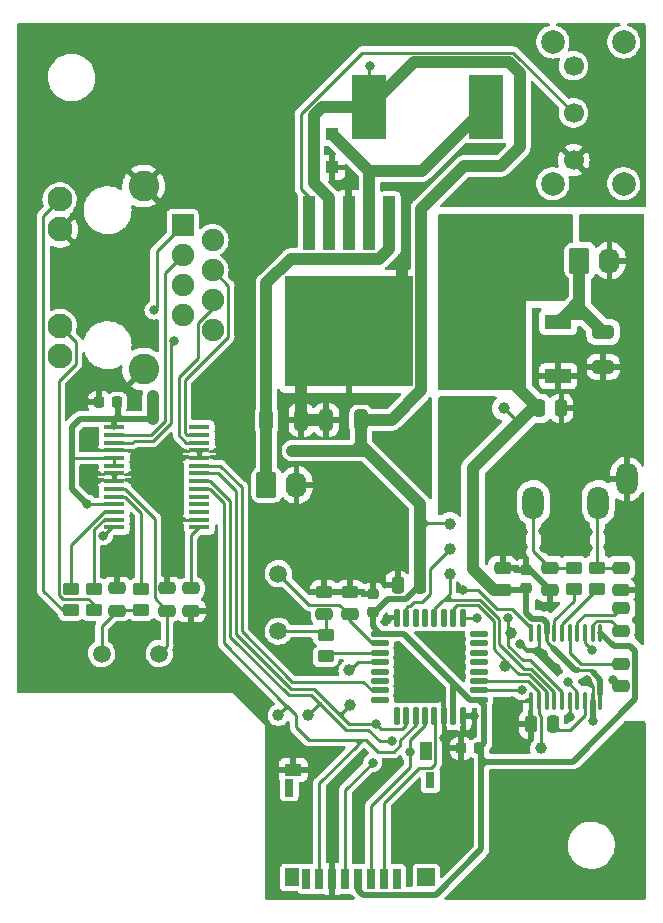
<source format=gbr>
%TF.GenerationSoftware,KiCad,Pcbnew,(5.99.0-8361-gd4c36230d2)*%
%TF.CreationDate,2021-01-14T13:58:05+01:00*%
%TF.ProjectId,mp3,6d70332e-6b69-4636-9164-5f7063625858,rev?*%
%TF.SameCoordinates,PXae85bc0PY7459280*%
%TF.FileFunction,Copper,L1,Top*%
%TF.FilePolarity,Positive*%
%FSLAX46Y46*%
G04 Gerber Fmt 4.6, Leading zero omitted, Abs format (unit mm)*
G04 Created by KiCad (PCBNEW (5.99.0-8361-gd4c36230d2)) date 2021-01-14 13:58:05*
%MOMM*%
%LPD*%
G01*
G04 APERTURE LIST*
G04 Aperture macros list*
%AMRoundRect*
0 Rectangle with rounded corners*
0 $1 Rounding radius*
0 $2 $3 $4 $5 $6 $7 $8 $9 X,Y pos of 4 corners*
0 Add a 4 corners polygon primitive as box body*
4,1,4,$2,$3,$4,$5,$6,$7,$8,$9,$2,$3,0*
0 Add four circle primitives for the rounded corners*
1,1,$1+$1,$2,$3*
1,1,$1+$1,$4,$5*
1,1,$1+$1,$6,$7*
1,1,$1+$1,$8,$9*
0 Add four rect primitives between the rounded corners*
20,1,$1+$1,$2,$3,$4,$5,0*
20,1,$1+$1,$4,$5,$6,$7,0*
20,1,$1+$1,$6,$7,$8,$9,0*
20,1,$1+$1,$8,$9,$2,$3,0*%
G04 Aperture macros list end*
%TA.AperFunction,SMDPad,CuDef*%
%ADD10R,1.750000X0.450000*%
%TD*%
%TA.AperFunction,ComponentPad*%
%ADD11C,2.000000*%
%TD*%
%TA.AperFunction,ComponentPad*%
%ADD12C,1.700000*%
%TD*%
%TA.AperFunction,SMDPad,CuDef*%
%ADD13RoundRect,0.225000X0.250000X-0.225000X0.250000X0.225000X-0.250000X0.225000X-0.250000X-0.225000X0*%
%TD*%
%TA.AperFunction,SMDPad,CuDef*%
%ADD14RoundRect,0.225000X0.225000X0.250000X-0.225000X0.250000X-0.225000X-0.250000X0.225000X-0.250000X0*%
%TD*%
%TA.AperFunction,SMDPad,CuDef*%
%ADD15C,1.000000*%
%TD*%
%TA.AperFunction,SMDPad,CuDef*%
%ADD16R,2.900000X5.400000*%
%TD*%
%TA.AperFunction,SMDPad,CuDef*%
%ADD17RoundRect,0.250000X-0.450000X0.262500X-0.450000X-0.262500X0.450000X-0.262500X0.450000X0.262500X0*%
%TD*%
%TA.AperFunction,SMDPad,CuDef*%
%ADD18RoundRect,0.250000X0.475000X-0.250000X0.475000X0.250000X-0.475000X0.250000X-0.475000X-0.250000X0*%
%TD*%
%TA.AperFunction,SMDPad,CuDef*%
%ADD19RoundRect,0.250000X0.250000X0.475000X-0.250000X0.475000X-0.250000X-0.475000X0.250000X-0.475000X0*%
%TD*%
%TA.AperFunction,ComponentPad*%
%ADD20C,1.500000*%
%TD*%
%TA.AperFunction,SMDPad,CuDef*%
%ADD21RoundRect,0.250000X-0.475000X0.250000X-0.475000X-0.250000X0.475000X-0.250000X0.475000X0.250000X0*%
%TD*%
%TA.AperFunction,SMDPad,CuDef*%
%ADD22RoundRect,0.250000X0.450000X-0.262500X0.450000X0.262500X-0.450000X0.262500X-0.450000X-0.262500X0*%
%TD*%
%TA.AperFunction,SMDPad,CuDef*%
%ADD23RoundRect,0.250000X-0.325000X-0.650000X0.325000X-0.650000X0.325000X0.650000X-0.325000X0.650000X0*%
%TD*%
%TA.AperFunction,SMDPad,CuDef*%
%ADD24R,0.700000X1.750000*%
%TD*%
%TA.AperFunction,SMDPad,CuDef*%
%ADD25R,1.450000X1.000000*%
%TD*%
%TA.AperFunction,SMDPad,CuDef*%
%ADD26R,1.000000X1.550000*%
%TD*%
%TA.AperFunction,SMDPad,CuDef*%
%ADD27R,0.800000X1.400000*%
%TD*%
%TA.AperFunction,SMDPad,CuDef*%
%ADD28R,1.500000X1.500000*%
%TD*%
%TA.AperFunction,SMDPad,CuDef*%
%ADD29R,0.800000X1.500000*%
%TD*%
%TA.AperFunction,SMDPad,CuDef*%
%ADD30R,1.300000X1.500000*%
%TD*%
%TA.AperFunction,ComponentPad*%
%ADD31O,1.800000X2.800000*%
%TD*%
%TA.AperFunction,SMDPad,CuDef*%
%ADD32RoundRect,0.100000X-0.100000X0.637500X-0.100000X-0.637500X0.100000X-0.637500X0.100000X0.637500X0*%
%TD*%
%TA.AperFunction,ComponentPad*%
%ADD33R,1.900000X1.900000*%
%TD*%
%TA.AperFunction,ComponentPad*%
%ADD34C,1.900000*%
%TD*%
%TA.AperFunction,ComponentPad*%
%ADD35C,2.100000*%
%TD*%
%TA.AperFunction,ComponentPad*%
%ADD36C,2.600000*%
%TD*%
%TA.AperFunction,SMDPad,CuDef*%
%ADD37R,2.200000X1.200000*%
%TD*%
%TA.AperFunction,SMDPad,CuDef*%
%ADD38R,6.400000X5.800000*%
%TD*%
%TA.AperFunction,SMDPad,CuDef*%
%ADD39RoundRect,0.250000X-0.250000X-0.475000X0.250000X-0.475000X0.250000X0.475000X-0.250000X0.475000X0*%
%TD*%
%TA.AperFunction,SMDPad,CuDef*%
%ADD40RoundRect,0.250000X-0.650000X0.325000X-0.650000X-0.325000X0.650000X-0.325000X0.650000X0.325000X0*%
%TD*%
%TA.AperFunction,SMDPad,CuDef*%
%ADD41RoundRect,0.125000X-0.625000X-0.125000X0.625000X-0.125000X0.625000X0.125000X-0.625000X0.125000X0*%
%TD*%
%TA.AperFunction,SMDPad,CuDef*%
%ADD42RoundRect,0.125000X-0.125000X-0.625000X0.125000X-0.625000X0.125000X0.625000X-0.125000X0.625000X0*%
%TD*%
%TA.AperFunction,SMDPad,CuDef*%
%ADD43R,1.100000X4.600000*%
%TD*%
%TA.AperFunction,SMDPad,CuDef*%
%ADD44R,10.800000X9.400000*%
%TD*%
%TA.AperFunction,SMDPad,CuDef*%
%ADD45R,1.100000X1.100000*%
%TD*%
%TA.AperFunction,ComponentPad*%
%ADD46RoundRect,0.250000X-0.620000X-0.845000X0.620000X-0.845000X0.620000X0.845000X-0.620000X0.845000X0*%
%TD*%
%TA.AperFunction,ComponentPad*%
%ADD47O,1.740000X2.190000*%
%TD*%
%TA.AperFunction,SMDPad,CuDef*%
%ADD48RoundRect,0.250000X0.325000X0.650000X-0.325000X0.650000X-0.325000X-0.650000X0.325000X-0.650000X0*%
%TD*%
%TA.AperFunction,ViaPad*%
%ADD49C,0.800000*%
%TD*%
%TA.AperFunction,Conductor*%
%ADD50C,0.250000*%
%TD*%
%TA.AperFunction,Conductor*%
%ADD51C,1.000000*%
%TD*%
%TA.AperFunction,Conductor*%
%ADD52C,0.500000*%
%TD*%
G04 APERTURE END LIST*
D10*
%TO.P,U5,1,VCAP*%
%TO.N,Net-(C19-Pad1)*%
X-38176000Y31923000D03*
%TO.P,U5,2,VSS*%
%TO.N,GND*%
X-38176000Y32573000D03*
%TO.P,U5,3,CLKOUT*%
%TO.N,no_connect_61*%
X-38176000Y33223000D03*
%TO.P,U5,4,~INT*%
%TO.N,no_connect_62*%
X-38176000Y33873000D03*
%TO.P,U5,5,~WOL*%
%TO.N,no_connect_63*%
X-38176000Y34523000D03*
%TO.P,U5,6,SO*%
%TO.N,SPI_MISO*%
X-38176000Y35173000D03*
%TO.P,U5,7,SI*%
%TO.N,SPI_MOSI*%
X-38176000Y35823000D03*
%TO.P,U5,8,SCK*%
%TO.N,SPI_CLK*%
X-38176000Y36473000D03*
%TO.P,U5,9,~CS*%
%TO.N,SPI_ETH_CS*%
X-38176000Y37123000D03*
%TO.P,U5,10,~RESET*%
%TO.N,GND*%
X-38176000Y37773000D03*
%TO.P,U5,11,VSSRX*%
X-38176000Y38423000D03*
%TO.P,U5,12,TPIN-*%
%TO.N,/ETH_R-*%
X-38176000Y39073000D03*
%TO.P,U5,13,TPIN+*%
%TO.N,/ETH_R+*%
X-38176000Y39723000D03*
%TO.P,U5,14,RBIAS*%
%TO.N,Net-(U5-Pad14)*%
X-38176000Y40373000D03*
%TO.P,U5,15,VDDTX*%
%TO.N,+3V3*%
X-45376000Y40373000D03*
%TO.P,U5,16,TPOUT-*%
%TO.N,/ETH_T-*%
X-45376000Y39723000D03*
%TO.P,U5,17,TPOUT+*%
%TO.N,/ETH_T+*%
X-45376000Y39073000D03*
%TO.P,U5,18,VSSTX*%
%TO.N,GND*%
X-45376000Y38423000D03*
%TO.P,U5,19,VDDRX*%
%TO.N,+3V3*%
X-45376000Y37773000D03*
%TO.P,U5,20,VDDPLL*%
X-45376000Y37123000D03*
%TO.P,U5,21,VSSPLL*%
%TO.N,GND*%
X-45376000Y36473000D03*
%TO.P,U5,22,VSSOSC*%
X-45376000Y35823000D03*
%TO.P,U5,23,OSC1*%
%TO.N,/ETH_OSC1*%
X-45376000Y35173000D03*
%TO.P,U5,24,OSC2*%
%TO.N,/ETH_OSC2*%
X-45376000Y34523000D03*
%TO.P,U5,25,VDDOSC*%
%TO.N,+3V3*%
X-45376000Y33873000D03*
%TO.P,U5,26,LEDB*%
%TO.N,/ETH_LEDB*%
X-45376000Y33223000D03*
%TO.P,U5,27,LEDA*%
%TO.N,/ETH_LEDA*%
X-45376000Y32573000D03*
%TO.P,U5,28,VDD*%
%TO.N,+3V3*%
X-45376000Y31923000D03*
%TD*%
D11*
%TO.P,SW1,*%
%TO.N,*%
X-8250000Y61000000D03*
X-2250000Y73000000D03*
X-2250000Y61000000D03*
X-8250000Y73000000D03*
D12*
%TO.P,SW1,1,A*%
%TO.N,GND*%
X-6500000Y63000000D03*
%TO.P,SW1,2,B*%
%TO.N,ON{slash}~OFF*%
X-6500000Y67000000D03*
%TO.P,SW1,3,C*%
%TO.N,+3V3*%
X-6500000Y71000000D03*
%TD*%
D13*
%TO.P,C11,1*%
%TO.N,+3V3*%
X-23500000Y24725000D03*
%TO.P,C11,2*%
%TO.N,GND*%
X-23500000Y26275000D03*
%TD*%
D14*
%TO.P,C20,1*%
%TO.N,+3V3*%
X-45125000Y42500000D03*
%TO.P,C20,2*%
%TO.N,GND*%
X-46675000Y42500000D03*
%TD*%
D15*
%TO.P,TP1,1,1*%
%TO.N,SPI_CLK*%
X-25400000Y16900000D03*
%TD*%
D16*
%TO.P,L1,1,1*%
%TO.N,Net-(D1-Pad1)*%
X-13900000Y67530000D03*
%TO.P,L1,2,2*%
%TO.N,+3V3*%
X-23800000Y67530000D03*
%TD*%
D17*
%TO.P,R6,1*%
%TO.N,/ETH_LEDB*%
X-49060000Y26698500D03*
%TO.P,R6,2*%
%TO.N,Net-(J6-PadL1)*%
X-49060000Y24873500D03*
%TD*%
D15*
%TO.P,TP11,1,1*%
%TO.N,/I2S3_SCK*%
X-9264000Y13200000D03*
%TD*%
%TO.P,TP2,1,1*%
%TO.N,SPI_MISO*%
X-31500000Y16000000D03*
%TD*%
D18*
%TO.P,C9,1*%
%TO.N,GNDA*%
X-8500000Y26600000D03*
%TO.P,C9,2*%
%TO.N,Net-(C9-Pad2)*%
X-8500000Y28500000D03*
%TD*%
D19*
%TO.P,C13,1*%
%TO.N,+3V3*%
X-19500000Y27000000D03*
%TO.P,C13,2*%
%TO.N,GND*%
X-21400000Y27000000D03*
%TD*%
D17*
%TO.P,R1,1*%
%TO.N,Net-(C1-Pad2)*%
X-27500000Y22812500D03*
%TO.P,R1,2*%
%TO.N,Net-(R1-Pad2)*%
X-27500000Y20987500D03*
%TD*%
D20*
%TO.P,Y1,1,1*%
%TO.N,Net-(C2-Pad2)*%
X-31500000Y28000000D03*
%TO.P,Y1,2,2*%
%TO.N,Net-(C1-Pad2)*%
X-31500000Y23120000D03*
%TD*%
D21*
%TO.P,C18,1*%
%TO.N,GND*%
X-40900000Y26750000D03*
%TO.P,C18,2*%
%TO.N,/ETH_OSC1*%
X-40900000Y24850000D03*
%TD*%
D15*
%TO.P,TP6,1,1*%
%TO.N,Net-(TP6-Pad1)*%
X-25500000Y19800000D03*
%TD*%
D22*
%TO.P,R3,1*%
%TO.N,Net-(R3-Pad1)*%
X-4500000Y26675000D03*
%TO.P,R3,2*%
%TO.N,Net-(C10-Pad2)*%
X-4500000Y28500000D03*
%TD*%
D23*
%TO.P,C3,1*%
%TO.N,+24V*%
X-32500000Y41000000D03*
%TO.P,C3,2*%
%TO.N,GND*%
X-29550000Y41000000D03*
%TD*%
D15*
%TO.P,TP9,1,1*%
%TO.N,/I2S3_SD*%
X-17000000Y28000000D03*
%TD*%
D17*
%TO.P,R5,1*%
%TO.N,/ETH_LEDA*%
X-47110000Y26708500D03*
%TO.P,R5,2*%
%TO.N,Net-(J6-PadL3)*%
X-47110000Y24883500D03*
%TD*%
D21*
%TO.P,C14,1*%
%TO.N,Net-(C14-Pad1)*%
X-2490000Y25060000D03*
%TO.P,C14,2*%
%TO.N,Net-(C14-Pad2)*%
X-2490000Y23160000D03*
%TD*%
D24*
%TO.P,J5,1,DAT2*%
%TO.N,no_connect_45*%
X-21425000Y2150000D03*
%TO.P,J5,2,DAT3/CD*%
%TO.N,SD_CS*%
X-22525000Y2150000D03*
%TO.P,J5,3,CMD*%
%TO.N,SPI_MOSI*%
X-23625000Y2150000D03*
%TO.P,J5,4,VDD*%
%TO.N,+3V3*%
X-24725000Y2150000D03*
%TO.P,J5,5,CLK*%
%TO.N,SPI_CLK*%
X-25825000Y2150000D03*
%TO.P,J5,6,VSS*%
%TO.N,GND*%
X-26925000Y2150000D03*
%TO.P,J5,7,DAT0*%
%TO.N,SPI_MISO*%
X-28025000Y2150000D03*
%TO.P,J5,8,DAT1*%
%TO.N,no_connect_46*%
X-29125000Y2150000D03*
D25*
%TO.P,J5,9,SHIELD*%
%TO.N,GND*%
X-30250000Y11375000D03*
D26*
%TO.P,J5,10*%
%TO.N,N/C*%
X-19025000Y12950000D03*
D27*
%TO.P,J5,11*%
X-18625000Y10525000D03*
D28*
X-18975000Y2275000D03*
D29*
X-30575000Y9875000D03*
D30*
X-30325000Y2275000D03*
%TD*%
D15*
%TO.P,TP8,1,1*%
%TO.N,/I2S3_LRCK*%
X-11804000Y22940000D03*
%TD*%
D21*
%TO.P,C2,1*%
%TO.N,GND*%
X-25400000Y26450000D03*
%TO.P,C2,2*%
%TO.N,Net-(C2-Pad2)*%
X-25400000Y24550000D03*
%TD*%
%TO.P,C17,1*%
%TO.N,GND*%
X-45132000Y26750000D03*
%TO.P,C17,2*%
%TO.N,Net-(C17-Pad2)*%
X-45132000Y24850000D03*
%TD*%
D18*
%TO.P,C8,1*%
%TO.N,+3.3VA*%
X-12500000Y26600000D03*
%TO.P,C8,2*%
%TO.N,GNDA*%
X-12500000Y28500000D03*
%TD*%
D31*
%TO.P,J4,R*%
%TO.N,Net-(C9-Pad2)*%
X-9900000Y34000000D03*
%TO.P,J4,S*%
%TO.N,GNDA*%
X-2000000Y36000000D03*
%TO.P,J4,T*%
%TO.N,Net-(C10-Pad2)*%
X-4400000Y34000000D03*
%TD*%
D32*
%TO.P,U4,1,CPVDD*%
%TO.N,+3V3*%
X-4220000Y22960000D03*
%TO.P,U4,2,CAPP*%
%TO.N,Net-(C14-Pad2)*%
X-4870000Y22960000D03*
%TO.P,U4,3,CPGND*%
%TO.N,GND*%
X-5520000Y22960000D03*
%TO.P,U4,4,CAPM*%
%TO.N,Net-(C14-Pad1)*%
X-6170000Y22960000D03*
%TO.P,U4,5,VNEG*%
%TO.N,Net-(C15-Pad2)*%
X-6820000Y22960000D03*
%TO.P,U4,6,OUTL*%
%TO.N,Net-(R3-Pad1)*%
X-7470000Y22960000D03*
%TO.P,U4,7,OUTR*%
%TO.N,Net-(R2-Pad1)*%
X-8120000Y22960000D03*
%TO.P,U4,8,AVDD*%
%TO.N,+3.3VA*%
X-8770000Y22960000D03*
%TO.P,U4,9,AGND*%
%TO.N,GNDA*%
X-9420000Y22960000D03*
%TO.P,U4,10,DEMP*%
%TO.N,GND*%
X-10070000Y22960000D03*
%TO.P,U4,11,FLT*%
X-10070000Y17235000D03*
%TO.P,U4,12,SCK*%
%TO.N,/I2S3_SCK*%
X-9420000Y17235000D03*
%TO.P,U4,13,BCK*%
%TO.N,/I2S3_BCK*%
X-8770000Y17235000D03*
%TO.P,U4,14,DIN*%
%TO.N,/I2S3_SD*%
X-8120000Y17235000D03*
%TO.P,U4,15,LRCK*%
%TO.N,/I2S3_LRCK*%
X-7470000Y17235000D03*
%TO.P,U4,16,FMT*%
%TO.N,GND*%
X-6820000Y17235000D03*
%TO.P,U4,17,XSMT*%
%TO.N,Net-(U2-Pad18)*%
X-6170000Y17235000D03*
%TO.P,U4,18,LDOO*%
%TO.N,Net-(C16-Pad2)*%
X-5520000Y17235000D03*
%TO.P,U4,19,DGND*%
%TO.N,GNDA*%
X-4870000Y17235000D03*
%TO.P,U4,20,DVDD*%
%TO.N,+3.3VA*%
X-4220000Y17235000D03*
%TD*%
D33*
%TO.P,J6,1,TD+*%
%TO.N,/ETH_T+*%
X-39600000Y57500000D03*
D34*
%TO.P,J6,2,TCT*%
%TO.N,no_connect_47*%
X-37060000Y56230000D03*
%TO.P,J6,3,TD-*%
%TO.N,/ETH_T-*%
X-39600000Y54960000D03*
%TO.P,J6,4,RD+*%
%TO.N,/ETH_R+*%
X-37060000Y53690000D03*
%TO.P,J6,5,RCT*%
%TO.N,no_connect_48*%
X-39600000Y52420000D03*
%TO.P,J6,6,RD-*%
%TO.N,/ETH_R-*%
X-37060000Y51150000D03*
%TO.P,J6,7,NC*%
%TO.N,no_connect_64*%
X-39600000Y49880000D03*
%TO.P,J6,8,GND*%
%TO.N,GND*%
X-37060000Y48610000D03*
D35*
%TO.P,J6,L1,LEDY_A*%
%TO.N,Net-(J6-PadL1)*%
X-50010000Y59680000D03*
%TO.P,J6,L2,LEDY_K*%
%TO.N,GND*%
X-50010000Y57140000D03*
%TO.P,J6,L3,LEDG_A*%
%TO.N,Net-(J6-PadL3)*%
X-50010000Y48970000D03*
%TO.P,J6,L4,LEDG_K*%
%TO.N,GND*%
X-50010000Y46430000D03*
D36*
%TO.P,J6,SH,SHIELD*%
X-42900000Y45310000D03*
X-42900000Y60800000D03*
%TD*%
D20*
%TO.P,Y2,1,1*%
%TO.N,/ETH_OSC1*%
X-41576000Y21228000D03*
%TO.P,Y2,2,2*%
%TO.N,Net-(C17-Pad2)*%
X-46456000Y21228000D03*
%TD*%
D13*
%TO.P,C7,1*%
%TO.N,+3.3VA*%
X-10500000Y26775000D03*
%TO.P,C7,2*%
%TO.N,GNDA*%
X-10500000Y28325000D03*
%TD*%
D15*
%TO.P,TP3,1,1*%
%TO.N,SPI_MOSI*%
X-29000000Y16000000D03*
%TD*%
D22*
%TO.P,R2,1*%
%TO.N,Net-(R2-Pad1)*%
X-6500000Y26675000D03*
%TO.P,R2,2*%
%TO.N,Net-(C9-Pad2)*%
X-6500000Y28500000D03*
%TD*%
D37*
%TO.P,U3,1,ADJ/GND*%
%TO.N,GNDA*%
X-7800000Y44720000D03*
D38*
%TO.P,U3,2,OUT*%
%TO.N,+3.3VA*%
X-14100000Y47000000D03*
D37*
%TO.P,U3,3,IN*%
%TO.N,Net-(C5-Pad1)*%
X-7800000Y49280000D03*
%TD*%
D39*
%TO.P,C6,1*%
%TO.N,+3.3VA*%
X-9425000Y42000000D03*
%TO.P,C6,2*%
%TO.N,GNDA*%
X-7525000Y42000000D03*
%TD*%
D18*
%TO.P,C15,1*%
%TO.N,GNDA*%
X-2450000Y18450000D03*
%TO.P,C15,2*%
%TO.N,Net-(C15-Pad2)*%
X-2450000Y20350000D03*
%TD*%
D40*
%TO.P,C5,1*%
%TO.N,Net-(C5-Pad1)*%
X-4000000Y48450000D03*
%TO.P,C5,2*%
%TO.N,GNDA*%
X-4000000Y45500000D03*
%TD*%
D41*
%TO.P,U2,1,VDD*%
%TO.N,+3V3*%
X-22850000Y22900000D03*
%TO.P,U2,2,PF0-OSC_IN*%
%TO.N,Net-(C2-Pad2)*%
X-22850000Y22100000D03*
%TO.P,U2,3,PF1-OSC_OUT*%
%TO.N,Net-(R1-Pad2)*%
X-22850000Y21300000D03*
%TO.P,U2,4,PG10-NRST*%
%TO.N,Net-(TP6-Pad1)*%
X-22850000Y20500000D03*
%TO.P,U2,5,PA0*%
%TO.N,no_connect_57*%
X-22850000Y19700000D03*
%TO.P,U2,6,PA1*%
%TO.N,no_connect_58*%
X-22850000Y18900000D03*
%TO.P,U2,7,PA2*%
%TO.N,SPI_ETH_CS*%
X-22850000Y18100000D03*
%TO.P,U2,8,PA3*%
%TO.N,no_connect_59*%
X-22850000Y17300000D03*
D42*
%TO.P,U2,9,PA4*%
%TO.N,no_connect_60*%
X-21475000Y15925000D03*
%TO.P,U2,10,PA5*%
%TO.N,SPI_CLK*%
X-20675000Y15925000D03*
%TO.P,U2,11,PA6*%
%TO.N,SPI_MISO*%
X-19875000Y15925000D03*
%TO.P,U2,12,PA7*%
%TO.N,SPI_MOSI*%
X-19075000Y15925000D03*
%TO.P,U2,13,PB0*%
%TO.N,SD_CS*%
X-18275000Y15925000D03*
%TO.P,U2,14,VSSA*%
%TO.N,GND*%
X-17475000Y15925000D03*
%TO.P,U2,15,VDDA*%
%TO.N,+3V3*%
X-16675000Y15925000D03*
%TO.P,U2,16,VSS*%
%TO.N,GND*%
X-15875000Y15925000D03*
D41*
%TO.P,U2,17,VDD*%
%TO.N,+3V3*%
X-14500000Y17300000D03*
%TO.P,U2,18,PA8*%
%TO.N,Net-(U2-Pad18)*%
X-14500000Y18100000D03*
%TO.P,U2,19,PA9*%
%TO.N,/I2S3_SCK*%
X-14500000Y18900000D03*
%TO.P,U2,20,PA10*%
%TO.N,no_connect_49*%
X-14500000Y19700000D03*
%TO.P,U2,21,PA11*%
%TO.N,no_connect_50*%
X-14500000Y20500000D03*
%TO.P,U2,22,PA12*%
%TO.N,no_connect_51*%
X-14500000Y21300000D03*
%TO.P,U2,23,PA13*%
%TO.N,no_connect_52*%
X-14500000Y22100000D03*
%TO.P,U2,24,PA14*%
%TO.N,no_connect_53*%
X-14500000Y22900000D03*
D42*
%TO.P,U2,25,PA15*%
%TO.N,/I2S3_LRCK*%
X-15875000Y24275000D03*
%TO.P,U2,26,PB3*%
%TO.N,/I2S3_BCK*%
X-16675000Y24275000D03*
%TO.P,U2,27,PB4*%
%TO.N,no_connect_54*%
X-17475000Y24275000D03*
%TO.P,U2,28,PB5*%
%TO.N,/I2S3_SD*%
X-18275000Y24275000D03*
%TO.P,U2,29,PB6*%
%TO.N,no_connect_55*%
X-19075000Y24275000D03*
%TO.P,U2,30,PB7*%
%TO.N,no_connect_56*%
X-19875000Y24275000D03*
%TO.P,U2,31,PB8-BOOT0*%
%TO.N,Net-(TP7-Pad1)*%
X-20675000Y24275000D03*
%TO.P,U2,32,VSS*%
%TO.N,GND*%
X-21475000Y24275000D03*
%TD*%
D43*
%TO.P,U1,1,VIN*%
%TO.N,+24V*%
X-22100000Y57650000D03*
%TO.P,U1,2,OUT*%
%TO.N,Net-(D1-Pad1)*%
X-23800000Y57650000D03*
D44*
%TO.P,U1,3,GND*%
%TO.N,GND*%
X-25500000Y48500000D03*
D43*
X-25500000Y57650000D03*
%TO.P,U1,4,FB*%
%TO.N,+3V3*%
X-27200000Y57650000D03*
%TO.P,U1,5,~ON~/OFF*%
%TO.N,ON{slash}~OFF*%
X-28900000Y57650000D03*
%TD*%
D15*
%TO.P,TP10,1,1*%
%TO.N,/I2S3_BCK*%
X-12312000Y20146000D03*
%TD*%
D18*
%TO.P,C10,1*%
%TO.N,GNDA*%
X-2500000Y26600000D03*
%TO.P,C10,2*%
%TO.N,Net-(C10-Pad2)*%
X-2500000Y28500000D03*
%TD*%
D22*
%TO.P,R4,1*%
%TO.N,Net-(C17-Pad2)*%
X-43100000Y24887500D03*
%TO.P,R4,2*%
%TO.N,/ETH_OSC2*%
X-43100000Y26712500D03*
%TD*%
D15*
%TO.P,TP12,1,1*%
%TO.N,+3.3VA*%
X-12400000Y42000000D03*
%TD*%
%TO.P,TP7,1,1*%
%TO.N,Net-(TP7-Pad1)*%
X-17000000Y30100000D03*
%TD*%
D21*
%TO.P,C19,1*%
%TO.N,Net-(C19-Pad1)*%
X-38872000Y26756000D03*
%TO.P,C19,2*%
%TO.N,GND*%
X-38872000Y24856000D03*
%TD*%
D45*
%TO.P,D1,1,K*%
%TO.N,Net-(D1-Pad1)*%
X-26920000Y65180000D03*
%TO.P,D1,2,A*%
%TO.N,GND*%
X-26920000Y62380000D03*
%TD*%
D39*
%TO.P,C16,1*%
%TO.N,GND*%
X-10100000Y15250000D03*
%TO.P,C16,2*%
%TO.N,Net-(C16-Pad2)*%
X-8200000Y15250000D03*
%TD*%
D46*
%TO.P,J2,1,Pin_1*%
%TO.N,+24V*%
X-32500000Y35500000D03*
D47*
%TO.P,J2,2,Pin_2*%
%TO.N,GND*%
X-29960000Y35500000D03*
%TD*%
D14*
%TO.P,C12,1*%
%TO.N,+3V3*%
X-14475000Y13200000D03*
%TO.P,C12,2*%
%TO.N,GND*%
X-16025000Y13200000D03*
%TD*%
D46*
%TO.P,J3,1,Pin_1*%
%TO.N,Net-(C5-Pad1)*%
X-6000000Y54500000D03*
D47*
%TO.P,J3,2,Pin_2*%
%TO.N,GNDA*%
X-3460000Y54500000D03*
%TD*%
D15*
%TO.P,TP4,1,1*%
%TO.N,+3V3*%
X-17000000Y32200000D03*
%TD*%
D21*
%TO.P,C1,1*%
%TO.N,GND*%
X-27600000Y26450000D03*
%TO.P,C1,2*%
%TO.N,Net-(C1-Pad2)*%
X-27600000Y24550000D03*
%TD*%
D48*
%TO.P,C4,1*%
%TO.N,+3V3*%
X-24500000Y41000000D03*
%TO.P,C4,2*%
%TO.N,GND*%
X-27450000Y41000000D03*
%TD*%
D49*
%TO.N,GND*%
X-37500000Y29500000D03*
X-25500000Y45000000D03*
X-21000000Y48500000D03*
X-4900000Y21500000D03*
X-40800000Y34100000D03*
X-45000000Y29000000D03*
X-25900000Y40000000D03*
X-18100000Y17900000D03*
X-26800000Y28000000D03*
X-21200000Y4200000D03*
X-35000000Y39800000D03*
X-47300000Y38800000D03*
X-27000000Y4800000D03*
X-31700000Y25600000D03*
X-29200000Y4800000D03*
X-47900000Y42600000D03*
X-27000000Y36500000D03*
X-21000000Y45000000D03*
X-17000000Y21500000D03*
X-22300000Y24100000D03*
X-38200000Y42200000D03*
X-11750000Y17250000D03*
X-23000000Y28000000D03*
X-43100000Y47900000D03*
X-36800000Y45200000D03*
X-21000000Y52500000D03*
X-15900000Y26600000D03*
X-25600000Y60800000D03*
X-14900000Y15900000D03*
X-14500000Y2000000D03*
X-17450000Y14050000D03*
X-34500000Y37000000D03*
X-40800000Y37500000D03*
X-26000000Y42600000D03*
X-30000000Y45000000D03*
X-25500000Y48500000D03*
X-30000000Y52500000D03*
X-13000000Y11000000D03*
X-20800000Y38700000D03*
X-25500000Y52500000D03*
X-47300000Y36200000D03*
X-1375000Y14625000D03*
X-30000000Y48500000D03*
X-16400000Y11000000D03*
X-23100000Y34000000D03*
X-6820000Y15820000D03*
X-24400000Y9200000D03*
%TO.N,+3V3*%
X-47700000Y33900000D03*
X-42100000Y43000000D03*
X-23760000Y71000000D03*
X-30300000Y38400000D03*
X-42100000Y42000000D03*
X-46300000Y31200000D03*
X-29400000Y38400000D03*
X-28500000Y38400000D03*
X-42100000Y41100000D03*
%TO.N,GNDA*%
X-2000000Y51500000D03*
X-9000000Y25200000D03*
X-3550000Y30250000D03*
X-9050000Y21200000D03*
X-3550000Y31550000D03*
X-10800000Y31550000D03*
X-8500000Y39500000D03*
X-950000Y22800000D03*
X-5250000Y30200000D03*
X-5250000Y31500000D03*
X-9000000Y30200000D03*
X-5400000Y18950000D03*
X-7650000Y47100000D03*
X-3200000Y19000000D03*
X-4870000Y15500000D03*
X-11000000Y22000000D03*
X-9100000Y31600000D03*
X-1350000Y30100000D03*
X-1500000Y47000000D03*
X-15000000Y40000000D03*
X-4650000Y43150000D03*
X-10800000Y30250000D03*
X-8000000Y20000000D03*
%TO.N,SPI_MOSI*%
X-20340000Y12870000D03*
X-21900000Y13800000D03*
%TO.N,SPI_CLK*%
X-23190000Y15260000D03*
X-23500000Y12000000D03*
%TO.N,+3.3VA*%
X-15500000Y46000000D03*
X-14500000Y45000000D03*
X-12500000Y49000000D03*
X-17000000Y53000000D03*
X-14500000Y47000000D03*
X-16500000Y47000000D03*
X-14500000Y49000000D03*
X-12500000Y45000000D03*
X-17000000Y57500000D03*
X-16500000Y45000000D03*
X-12000000Y57500000D03*
X-11500000Y48000000D03*
X-12500000Y47000000D03*
X-13500000Y46000000D03*
X-11500000Y46000000D03*
X-16500000Y49000000D03*
X-15500000Y48000000D03*
X-12000000Y53000000D03*
X-13500000Y48000000D03*
%TO.N,/I2S3_LRCK*%
X-14675000Y24275000D03*
X-12025000Y24275000D03*
%TO.N,/ETH_T+*%
X-40300000Y47700000D03*
X-42030000Y50310000D03*
%TO.N,Net-(U2-Pad18)*%
X-6997500Y18800000D03*
X-10900000Y18100000D03*
%TD*%
D50*
%TO.N,GND*%
X-5520000Y22120000D02*
X-5520000Y22960000D01*
X-38176000Y32573000D02*
X-39327000Y32573000D01*
D51*
X-21000000Y53990000D02*
X-21020000Y54010000D01*
D50*
X-15900000Y26600000D02*
X-14577180Y26600000D01*
D52*
X-14900000Y15900000D02*
X-15850000Y15900000D01*
D50*
X-45376000Y38423000D02*
X-46623000Y38423000D01*
X-11735000Y17235000D02*
X-11750000Y17250000D01*
X-11688408Y25011410D02*
X-10070000Y23393002D01*
X-10070000Y23393002D02*
X-10070000Y22960000D01*
D52*
X-15850000Y15900000D02*
X-15875000Y15925000D01*
D51*
X-29550000Y41000000D02*
X-27450000Y41000000D01*
D50*
X-12988590Y25011410D02*
X-11688408Y25011410D01*
X-14577180Y26600000D02*
X-12988590Y25011410D01*
D51*
X-21000000Y52500000D02*
X-21000000Y53990000D01*
D52*
X-25600000Y57750000D02*
X-25500000Y57650000D01*
D50*
X-27125000Y1939998D02*
X-27125000Y2650000D01*
D51*
X-29550000Y44550000D02*
X-30000000Y45000000D01*
D50*
X-6820000Y17235000D02*
X-6820000Y15820000D01*
X-45376000Y38423000D02*
X-44177000Y38423000D01*
D52*
X-25600000Y60800000D02*
X-25600000Y57750000D01*
D50*
X-4900000Y21500000D02*
X-5520000Y22120000D01*
X-10070000Y17235000D02*
X-11735000Y17235000D01*
D51*
X-29550000Y41000000D02*
X-29550000Y44550000D01*
D50*
X-10100000Y15250000D02*
X-10100000Y17205000D01*
X-10100000Y17205000D02*
X-10070000Y17235000D01*
%TO.N,Net-(C1-Pad2)*%
X-27745000Y23120000D02*
X-27500000Y22875000D01*
X-31500000Y23120000D02*
X-27745000Y23120000D01*
X-27500000Y24550000D02*
X-27500000Y22875000D01*
D51*
%TO.N,+3V3*%
X-25800000Y38400000D02*
X-28500000Y38400000D01*
X-42100000Y43000000D02*
X-42100000Y41100000D01*
D50*
X-45376000Y37773000D02*
X-45376000Y37123000D01*
D52*
X-49000000Y40400000D02*
X-49000000Y37800000D01*
D51*
X-27790000Y67530000D02*
X-23800000Y67530000D01*
D52*
X-23500000Y24550000D02*
X-22225010Y25824990D01*
X-1274990Y17367008D02*
X-6558009Y12083989D01*
D51*
X-19399990Y58890010D02*
X-15780000Y62510000D01*
D52*
X-14049989Y15049989D02*
X-14049989Y13625011D01*
X-44800000Y41100000D02*
X-45100000Y41400000D01*
D51*
X-23900000Y38300000D02*
X-19500000Y33900000D01*
D52*
X-14300000Y12400000D02*
X-14300000Y11800000D01*
D50*
X-18900000Y32300000D02*
X-19500000Y31700000D01*
X-17000000Y32300000D02*
X-18900000Y32300000D01*
D52*
X-16681601Y18718399D02*
X-15263202Y17300000D01*
X-24335001Y824999D02*
X-24725000Y1214998D01*
X-14267978Y11800000D02*
X-14300000Y11800000D01*
D50*
X-23800000Y70960000D02*
X-23800000Y67530000D01*
D51*
X-27200000Y59789980D02*
X-28510000Y61099980D01*
X-24500000Y38900000D02*
X-25000000Y38400000D01*
D52*
X-13983989Y12083989D02*
X-14267978Y11800000D01*
X-14049989Y16849989D02*
X-14049989Y15049989D01*
X-16675000Y18711798D02*
X-16681601Y18718399D01*
X-49000000Y37800000D02*
X-49000000Y35200000D01*
D51*
X-19399990Y43510046D02*
X-19399990Y58890010D01*
X-25800000Y38400000D02*
X-24000000Y38400000D01*
D52*
X-1274990Y21424990D02*
X-1274990Y17367008D01*
X-1274990Y21424990D02*
X-1274990Y20889956D01*
D51*
X-15780000Y62510000D02*
X-12670000Y62510000D01*
X-28500000Y38400000D02*
X-29400000Y38400000D01*
D50*
X-18900000Y32300000D02*
X-19500000Y32900000D01*
D52*
X-4220000Y22960000D02*
X-3090000Y21830000D01*
X-14300000Y11800000D02*
X-14300000Y4639998D01*
D51*
X-11040000Y64140000D02*
X-11040000Y70380000D01*
D50*
X-48973000Y37773000D02*
X-49000000Y37800000D01*
D52*
X-45100000Y42475000D02*
X-45125000Y42500000D01*
X-45100000Y41352000D02*
X-45376000Y41076000D01*
X-20675010Y25824990D02*
X-19500000Y27000000D01*
X-23500000Y23600000D02*
X-23500000Y23550000D01*
X-45100000Y41400000D02*
X-45100000Y41352000D01*
D50*
X-25149990Y67699990D02*
X-24900000Y67450000D01*
D52*
X-3090000Y21830000D02*
X-1680000Y21830000D01*
X-14049989Y13625011D02*
X-14475000Y13200000D01*
X-6558009Y12083989D02*
X-13983989Y12083989D01*
X-19613191Y21649989D02*
X-16681601Y18718399D01*
X-20863202Y22900000D02*
X-19613191Y21649989D01*
D50*
X-45376000Y33873000D02*
X-45403000Y33900000D01*
D51*
X-21910036Y41000000D02*
X-19399990Y43510046D01*
D52*
X-1680000Y21830000D02*
X-1274990Y21424990D01*
X-14300000Y4639998D02*
X-18114999Y824999D01*
D51*
X-19500000Y33900000D02*
X-19500000Y33000000D01*
X-11040000Y70380000D02*
X-11940000Y71280000D01*
X-28510000Y61099980D02*
X-28510000Y66810000D01*
D50*
X-19500000Y32900000D02*
X-19500000Y33000000D01*
D51*
X-24500000Y41000000D02*
X-24500000Y38900000D01*
D52*
X-24725000Y1214998D02*
X-24725000Y2150000D01*
D51*
X-29400000Y38400000D02*
X-30300000Y38400000D01*
D52*
X-14500000Y17300000D02*
X-14049989Y16849989D01*
X-45376000Y40373000D02*
X-45376000Y41076000D01*
D50*
X-45376000Y37773000D02*
X-48973000Y37773000D01*
D52*
X-16675000Y15925000D02*
X-16675000Y18711798D01*
D51*
X-19500000Y33000000D02*
X-19500000Y27000000D01*
D50*
X-45577000Y31923000D02*
X-46300000Y31200000D01*
D52*
X-22850000Y22900000D02*
X-20863202Y22900000D01*
X-23500000Y24550000D02*
X-23500000Y23600000D01*
X-45100000Y41400000D02*
X-45100000Y42475000D01*
X-48300000Y41100000D02*
X-49000000Y40400000D01*
X-15263202Y17300000D02*
X-14500000Y17300000D01*
X-22225010Y25824990D02*
X-20675010Y25824990D01*
D51*
X-28510000Y66810000D02*
X-27790000Y67530000D01*
D50*
X-45403000Y33900000D02*
X-47700000Y33900000D01*
X-45376000Y31923000D02*
X-45577000Y31923000D01*
X-23760000Y71000000D02*
X-23800000Y70960000D01*
D52*
X-14049989Y14799989D02*
X-14049989Y15049989D01*
X-13983989Y12083989D02*
X-14300000Y12400000D01*
X-44800000Y41100000D02*
X-48300000Y41100000D01*
X-14300000Y13200000D02*
X-14300000Y12400000D01*
D51*
X-24500000Y38900000D02*
X-23900000Y38300000D01*
X-27200000Y57650000D02*
X-27200000Y59789980D01*
X-11940000Y71280000D02*
X-20050000Y71280000D01*
D52*
X-44800000Y41100000D02*
X-44600000Y41100000D01*
X-42100000Y41100000D02*
X-44600000Y41100000D01*
X-49000000Y35200000D02*
X-47700000Y33900000D01*
X-23500000Y23550000D02*
X-22850000Y22900000D01*
D51*
X-12670000Y62510000D02*
X-11040000Y64140000D01*
X-20050000Y71280000D02*
X-23800000Y67530000D01*
X-24500000Y41000000D02*
X-21910036Y41000000D01*
D52*
X-18114999Y824999D02*
X-24335001Y824999D01*
D51*
%TO.N,+24V*%
X-22960046Y54649990D02*
X-22100000Y55510036D01*
X-32500000Y41000000D02*
X-32500000Y52589964D01*
X-30439974Y54649990D02*
X-22960046Y54649990D01*
X-32500000Y35500000D02*
X-32500000Y41000000D01*
X-22100000Y55510036D02*
X-22100000Y57650000D01*
X-32500000Y52589964D02*
X-30439974Y54649990D01*
D52*
%TO.N,GNDA*%
X-10400000Y28500000D02*
X-8500000Y26600000D01*
D50*
X-4870000Y18420000D02*
X-5400000Y18950000D01*
X-11500000Y28200000D02*
X-11450000Y28200000D01*
X-4870000Y17235000D02*
X-4870000Y18420000D01*
D52*
X-4870000Y17235000D02*
X-4870000Y15500000D01*
D50*
X-3200000Y19000000D02*
X-3000000Y19000000D01*
X-9420000Y22960000D02*
X-9420000Y21570000D01*
D52*
X-5400000Y18950000D02*
X-5025000Y18575000D01*
D50*
X-11100000Y28400000D02*
X-11300000Y28600000D01*
X-9420000Y21570000D02*
X-9050000Y21200000D01*
D52*
X-10500000Y28500000D02*
X-10400000Y28500000D01*
D50*
X-11650000Y28350000D02*
X-11500000Y28200000D01*
X-3000000Y19000000D02*
X-2450000Y18450000D01*
D51*
%TO.N,Net-(C5-Pad1)*%
X-4000000Y48450000D02*
X-5525000Y49975000D01*
X-7090000Y49990000D02*
X-7800000Y49280000D01*
X-7075000Y49975000D02*
X-5525000Y49975000D01*
X-6000000Y50450000D02*
X-6000000Y51080000D01*
X-6000000Y54500000D02*
X-6000000Y51080000D01*
X-7090000Y49990000D02*
X-7075000Y49975000D01*
X-6000000Y51080000D02*
X-7090000Y49990000D01*
X-5525000Y49975000D02*
X-6000000Y50450000D01*
D50*
%TO.N,SPI_ETH_CS*%
X-34600000Y35310000D02*
X-36413000Y37123000D01*
X-34600000Y35310000D02*
X-34640000Y35350000D01*
X-27478565Y18814989D02*
X-27493554Y18800000D01*
X-27493554Y18800000D02*
X-30300000Y18800000D01*
X-24314989Y18814989D02*
X-27478565Y18814989D01*
X-34600000Y23100000D02*
X-34600000Y35310000D01*
X-34600000Y23100000D02*
X-30300000Y18800000D01*
X-22850000Y18100000D02*
X-23600000Y18100000D01*
X-23600000Y18100000D02*
X-24314989Y18814989D01*
X-36413000Y37123000D02*
X-38176000Y37123000D01*
%TO.N,Net-(C14-Pad1)*%
X-3050000Y24500000D02*
X-2490000Y25060000D01*
X-6170000Y23898538D02*
X-5568538Y24500000D01*
X-6170000Y22960000D02*
X-6170000Y23898538D01*
X-5568538Y24500000D02*
X-3050000Y24500000D01*
%TO.N,Net-(C14-Pad2)*%
X-3322510Y24022510D02*
X-4544990Y24022510D01*
X-3322510Y24022510D02*
X-2490000Y23190000D01*
X-4870000Y23697500D02*
X-4870000Y22960000D01*
X-4544990Y24022510D02*
X-4870000Y23697500D01*
X-2490000Y23190000D02*
X-2490000Y23160000D01*
%TO.N,Net-(C9-Pad2)*%
X-8500000Y28500000D02*
X-9900000Y29900000D01*
X-9900000Y29900000D02*
X-9900000Y34000000D01*
X-9900000Y34000000D02*
X-9950000Y33950000D01*
X-8500000Y28500000D02*
X-6500000Y28500000D01*
%TO.N,Net-(C10-Pad2)*%
X-4500000Y28500000D02*
X-2500000Y28500000D01*
X-4400000Y28600000D02*
X-4500000Y28500000D01*
X-4500000Y33900000D02*
X-4500000Y28500000D01*
X-4400000Y34000000D02*
X-4500000Y33900000D01*
%TO.N,SPI_MOSI*%
X-37266352Y35823000D02*
X-35570000Y34126648D01*
X-28150000Y17150000D02*
X-28000000Y17000000D01*
X-19075000Y15175000D02*
X-20340000Y13910000D01*
X-35570000Y34126648D02*
X-35570000Y22670000D01*
X-25780000Y14780000D02*
X-23910000Y14780000D01*
X-19075000Y15925000D02*
X-19075000Y15175000D01*
X-20340000Y11600000D02*
X-23625000Y8315000D01*
X-22690000Y13800000D02*
X-21900000Y13800000D01*
X-22930000Y13800000D02*
X-21900000Y13800000D01*
X-28150000Y16850000D02*
X-28150000Y17150000D01*
X-28700000Y17700000D02*
X-28150000Y17150000D01*
X-27850000Y16850000D02*
X-28150000Y16850000D01*
X-35570000Y22670000D02*
X-30600000Y17700000D01*
X-28150000Y16850000D02*
X-28000000Y17000000D01*
X-28000000Y17000000D02*
X-27800000Y16800000D01*
X-29000000Y16000000D02*
X-28150000Y16850000D01*
X-23910000Y14780000D02*
X-22930000Y13800000D01*
X-27800000Y16800000D02*
X-27850000Y16850000D01*
X-30600000Y17700000D02*
X-28700000Y17700000D01*
X-27800000Y16800000D02*
X-25780000Y14780000D01*
X-20340000Y13910000D02*
X-20340000Y12870000D01*
X-20340000Y12870000D02*
X-20340000Y11600000D01*
X-23625000Y8315000D02*
X-23625000Y2150000D01*
X-38176000Y35823000D02*
X-37266352Y35823000D01*
%TO.N,SPI_MISO*%
X-21174989Y13875011D02*
X-21174989Y13451994D01*
X-24786509Y13486509D02*
X-24636508Y13636508D01*
X-24636508Y13636508D02*
X-24420000Y13853017D01*
X-30900000Y16900000D02*
X-30750000Y16750000D01*
X-30900000Y16600000D02*
X-30750000Y16750000D01*
X-28920000Y13920000D02*
X-30000000Y15000000D01*
X-36080000Y33986648D02*
X-36080000Y22080000D01*
X-24920000Y13920000D02*
X-28920000Y13920000D01*
X-30900000Y16600000D02*
X-30900000Y16900000D01*
X-30600000Y16600000D02*
X-30900000Y16600000D01*
X-28025000Y2150000D02*
X-28025000Y10248017D01*
X-24420000Y13853017D02*
X-24420000Y13920000D01*
X-30000000Y15000000D02*
X-30000000Y16000000D01*
X-38176000Y35173000D02*
X-37266352Y35173000D01*
X-36080000Y22080000D02*
X-30900000Y16900000D01*
X-24786509Y13786509D02*
X-24786509Y13486509D01*
X-37266352Y35173000D02*
X-36080000Y33986648D01*
X-21174989Y13451994D02*
X-21706983Y12920000D01*
X-23090000Y12920000D02*
X-24090000Y13920000D01*
X-28025000Y10248017D02*
X-24786509Y13486509D01*
X-24920000Y13920000D02*
X-24800000Y13800000D01*
X-24800000Y13800000D02*
X-24786509Y13786509D01*
X-19875000Y15925000D02*
X-19875000Y15175000D01*
X-24090000Y13920000D02*
X-24420000Y13920000D01*
X-24420000Y13920000D02*
X-24920000Y13920000D01*
X-24800000Y13800000D02*
X-24636508Y13636508D01*
X-21706983Y12920000D02*
X-23090000Y12920000D01*
X-30000000Y16000000D02*
X-30600000Y16600000D01*
X-19875000Y15175000D02*
X-21174989Y13875011D01*
X-30600000Y16600000D02*
X-30750000Y16750000D01*
X-31500000Y16000000D02*
X-30900000Y16600000D01*
%TO.N,SPI_CLK*%
X-38176000Y36473000D02*
X-36613000Y36473000D01*
X-26100000Y16200000D02*
X-26220000Y16080000D01*
X-23500000Y12000000D02*
X-25825000Y9675000D01*
X-26220000Y16080000D02*
X-26220000Y15980000D01*
X-26120000Y16180000D02*
X-26120000Y15880000D01*
X-35120000Y22920000D02*
X-35050020Y22850020D01*
X-20675000Y15175000D02*
X-20675000Y15925000D01*
X-23190000Y15260000D02*
X-22779990Y14849990D01*
X-25825000Y9675000D02*
X-25825000Y7175000D01*
X-35120000Y22920000D02*
X-30400000Y18200000D01*
X-26470000Y16230000D02*
X-26220000Y15980000D01*
X-25500000Y15260000D02*
X-24740000Y15260000D01*
X-26220000Y15980000D02*
X-26120000Y15880000D01*
X-25400000Y16900000D02*
X-26100000Y16200000D01*
X-30400000Y18200000D02*
X-28440000Y18200000D01*
X-22779990Y14849990D02*
X-21000010Y14849990D01*
X-26440000Y16200000D02*
X-26100000Y16200000D01*
X-36613000Y36473000D02*
X-35120000Y34980000D01*
X-25825000Y9675000D02*
X-25825000Y2150000D01*
X-35120000Y34980000D02*
X-35120000Y22920000D01*
X-26470000Y16230000D02*
X-26440000Y16200000D01*
X-21000010Y14849990D02*
X-20675000Y15175000D01*
X-26120000Y15880000D02*
X-25500000Y15260000D01*
X-26100000Y16200000D02*
X-26120000Y16180000D01*
X-24740000Y15260000D02*
X-23190000Y15260000D01*
X-28440000Y18200000D02*
X-26470000Y16230000D01*
%TO.N,Net-(C2-Pad2)*%
X-31500000Y28000000D02*
X-28875010Y25375010D01*
X-23549999Y22100000D02*
X-22850000Y22100000D01*
X-28875010Y25375010D02*
X-26325010Y25375010D01*
X-25500000Y24550000D02*
X-25500000Y24050001D01*
X-26325010Y25375010D02*
X-25500000Y24550000D01*
X-25500000Y24050001D02*
X-23549999Y22100000D01*
%TO.N,Net-(C15-Pad2)*%
X-6820000Y22222500D02*
X-6800000Y22202500D01*
X-5900000Y20350000D02*
X-2450000Y20350000D01*
X-6820000Y22960000D02*
X-6820000Y22222500D01*
X-6800000Y21250000D02*
X-5900000Y20350000D01*
X-6800000Y22202500D02*
X-6800000Y21250000D01*
%TO.N,ON{slash}~OFF*%
X-28900000Y57650000D02*
X-28900000Y59900000D01*
X-11598265Y72105019D02*
X-6500000Y67006754D01*
X-29600000Y66886754D02*
X-24381734Y72105020D01*
X-6500000Y67006754D02*
X-6500000Y67000000D01*
X-28900000Y59900000D02*
X-29600000Y60600000D01*
X-29600000Y60600000D02*
X-29600000Y66886754D01*
X-24381734Y72105020D02*
X-11598265Y72105019D01*
D52*
%TO.N,+3.3VA*%
X-8770000Y23825334D02*
X-8770000Y22960000D01*
D51*
X-15000000Y36950000D02*
X-11225000Y40725000D01*
D50*
X-6347500Y19800000D02*
X-5703590Y19800000D01*
X-11225000Y40825000D02*
X-11225000Y40725000D01*
D52*
X-12500000Y26600000D02*
X-12463812Y26600000D01*
D51*
X-11225000Y40725000D02*
X-9950000Y42000000D01*
D52*
X-10500000Y26600000D02*
X-10500000Y24636188D01*
D51*
X-15000000Y28375000D02*
X-13225000Y26600000D01*
X-13225000Y26600000D02*
X-12500000Y26600000D01*
D52*
X-4220000Y17780000D02*
X-4220000Y19020000D01*
D50*
X-8770000Y22222500D02*
X-8273750Y21726250D01*
D52*
X-10011322Y24147510D02*
X-9092176Y24147510D01*
X-10431906Y24568094D02*
X-10011322Y24147510D01*
D50*
X-8770000Y22960000D02*
X-8770000Y22222500D01*
X-5703590Y19800000D02*
X-5000000Y19800000D01*
D52*
X-6347500Y19800000D02*
X-6163186Y19800000D01*
X-6347500Y19800000D02*
X-8273750Y21726250D01*
X-9092176Y24147510D02*
X-8770000Y23825334D01*
X-12500000Y26600000D02*
X-10500000Y26600000D01*
D51*
X-9950000Y42000000D02*
X-9950000Y42450000D01*
D52*
X-4220000Y19020000D02*
X-4850000Y19650000D01*
X-10500000Y24636188D02*
X-10431906Y24568094D01*
D50*
X-5000000Y19800000D02*
X-4850000Y19650000D01*
D51*
X-15000000Y36950000D02*
X-15000000Y28375000D01*
D50*
X-4220000Y17235000D02*
X-4220000Y17780000D01*
X-12400000Y42000000D02*
X-11225000Y40825000D01*
D51*
X-9950000Y42450000D02*
X-12500000Y45000000D01*
D50*
%TO.N,/I2S3_SCK*%
X-9420000Y17235000D02*
X-9420000Y16108204D01*
X-9420000Y17235000D02*
X-9420000Y17972500D01*
X-9420000Y17972500D02*
X-10347500Y18900000D01*
X-10347500Y18900000D02*
X-14500000Y18900000D01*
X-9264000Y15952204D02*
X-9264000Y13034000D01*
X-9420000Y16108204D02*
X-9264000Y15952204D01*
%TO.N,/I2S3_LRCK*%
X-15875000Y24275000D02*
X-14675000Y24275000D01*
X-12010000Y22940000D02*
X-12025000Y22925000D01*
X-12025000Y22925000D02*
X-12025000Y24275000D01*
X-12025000Y21891000D02*
X-12025000Y22925000D01*
X-7470000Y17945320D02*
X-10174680Y20650000D01*
X-10784000Y20650000D02*
X-12025000Y21891000D01*
X-7470000Y17235000D02*
X-7470000Y17945320D01*
X-10174680Y20650000D02*
X-10784000Y20650000D01*
X-11804000Y22940000D02*
X-12010000Y22940000D01*
%TO.N,/I2S3_BCK*%
X-16349990Y25350010D02*
X-14600010Y25350010D01*
X-13250000Y21592000D02*
X-12029000Y20371000D01*
X-13250000Y24000000D02*
X-13250000Y21592000D01*
X-11158000Y19500000D02*
X-10297500Y19500000D01*
X-8770000Y17972500D02*
X-8770000Y17235000D01*
X-12312000Y20146000D02*
X-12087000Y20371000D01*
X-14600010Y25350010D02*
X-13250000Y24000000D01*
X-10297500Y19500000D02*
X-8770000Y17972500D01*
X-16675000Y25025000D02*
X-16349990Y25350010D01*
X-16675000Y24275000D02*
X-16675000Y25025000D01*
X-12029000Y20371000D02*
X-11158000Y19500000D01*
X-12087000Y20371000D02*
X-12029000Y20371000D01*
%TO.N,/I2S3_SD*%
X-10111099Y19950009D02*
X-8120000Y17958910D01*
X-8120000Y17958910D02*
X-8120000Y17235000D01*
X-17646000Y25654000D02*
X-17733000Y25567000D01*
X-17000000Y28000000D02*
X-17000000Y26300000D01*
X-10720433Y19950009D02*
X-10111099Y19950009D01*
X-12799990Y24186400D02*
X-12799990Y22029566D01*
X-17499980Y25800020D02*
X-16800019Y25800019D01*
X-17733000Y25567000D02*
X-17499980Y25800020D01*
X-17000000Y26300000D02*
X-17499980Y25800020D01*
X-17100000Y26200000D02*
X-17100000Y26000000D01*
X-17100000Y26000000D02*
X-16900019Y25800019D01*
X-18275000Y24275000D02*
X-18275000Y25025000D01*
X-14413609Y25800019D02*
X-12799990Y24186400D01*
X-12799990Y22029566D02*
X-10720433Y19950009D01*
X-18275000Y25025000D02*
X-17733000Y25567000D01*
X-16800019Y25800019D02*
X-14413609Y25800019D01*
%TO.N,Net-(C16-Pad2)*%
X-5520000Y16046998D02*
X-6812850Y14754148D01*
X-5520000Y16546444D02*
X-5520000Y16046998D01*
X-6812850Y14754148D02*
X-7704148Y14754148D01*
X-5520000Y16546444D02*
X-5520000Y17235000D01*
X-7704148Y14754148D02*
X-8200000Y15250000D01*
D51*
%TO.N,Net-(D1-Pad1)*%
X-23800000Y62060000D02*
X-23800000Y59789964D01*
X-19370000Y62060000D02*
X-13900000Y67530000D01*
X-26920000Y65180000D02*
X-23800000Y62060000D01*
X-23800000Y62060000D02*
X-19370000Y62060000D01*
X-23800000Y62060000D02*
X-23800000Y57650000D01*
D50*
%TO.N,SD_CS*%
X-18199999Y11914999D02*
X-18564997Y11550001D01*
X-18275000Y15925000D02*
X-18199999Y15849999D01*
X-18199999Y15849999D02*
X-18199999Y11914999D01*
X-19549999Y11550001D02*
X-22525000Y8575000D01*
X-18564997Y11550001D02*
X-19549999Y11550001D01*
X-22525000Y8575000D02*
X-22525000Y2150000D01*
%TO.N,Net-(C17-Pad2)*%
X-43100000Y24887500D02*
X-45094500Y24887500D01*
X-46456000Y23526000D02*
X-46456000Y21228000D01*
X-45132000Y24850000D02*
X-46456000Y23526000D01*
X-45094500Y24887500D02*
X-45132000Y24850000D01*
%TO.N,/ETH_OSC1*%
X-40900000Y24850000D02*
X-40900000Y21904000D01*
X-44466352Y35173000D02*
X-41950020Y32656668D01*
X-40900000Y21904000D02*
X-41576000Y21228000D01*
X-45376000Y35173000D02*
X-44466352Y35173000D01*
X-41950020Y25900020D02*
X-40900000Y24850000D01*
X-41950020Y32656668D02*
X-41950020Y25900020D01*
%TO.N,Net-(R2-Pad1)*%
X-8120000Y24080000D02*
X-6500000Y25700000D01*
X-8120000Y22960000D02*
X-8120000Y24080000D01*
X-6500000Y25700000D02*
X-6500000Y26675000D01*
%TO.N,Net-(R3-Pad1)*%
X-7470000Y22960000D02*
X-7470000Y23697500D01*
X-4500000Y26667500D02*
X-4500000Y26675000D01*
X-7470000Y23697500D02*
X-4500000Y26667500D01*
%TO.N,Net-(C19-Pad1)*%
X-38872000Y31227000D02*
X-38872000Y26756000D01*
X-38176000Y31923000D02*
X-38872000Y31227000D01*
%TO.N,/ETH_T+*%
X-45376000Y39073000D02*
X-43827000Y39073000D01*
X-40600000Y40726111D02*
X-40600000Y47400000D01*
X-41800000Y50540000D02*
X-41800000Y55300000D01*
X-40600000Y47400000D02*
X-40300000Y47700000D01*
X-42103131Y39222980D02*
X-40600000Y40726111D01*
X-41800000Y55300000D02*
X-39600000Y57500000D01*
X-43677020Y39222980D02*
X-42103131Y39222980D01*
X-43827000Y39073000D02*
X-43677020Y39222980D01*
X-42030000Y50310000D02*
X-41800000Y50540000D01*
%TO.N,Net-(U2-Pad18)*%
X-6170000Y17235000D02*
X-6170000Y17972500D01*
X-6170000Y17972500D02*
X-6997500Y18800000D01*
X-14500000Y18100000D02*
X-10900000Y18100000D01*
%TO.N,/ETH_T-*%
X-45376000Y39723000D02*
X-42310246Y39723000D01*
X-41100000Y53460000D02*
X-39600000Y54960000D01*
X-41100000Y40933246D02*
X-41100000Y53460000D01*
X-42310246Y39723000D02*
X-41100000Y40933246D01*
%TO.N,Net-(J6-PadL3)*%
X-47110000Y24883500D02*
X-47110000Y25395999D01*
X-47110000Y25395999D02*
X-47574981Y25860980D01*
X-48634989Y45769994D02*
X-48634989Y47594989D01*
X-49748182Y25860980D02*
X-50085020Y26197818D01*
X-47574981Y25860980D02*
X-49748182Y25860980D01*
X-48634989Y47594989D02*
X-50010000Y48970000D01*
X-50085020Y44319963D02*
X-48634989Y45769994D01*
X-50085020Y26197818D02*
X-50085020Y44319963D01*
%TO.N,Net-(J6-PadL1)*%
X-51385011Y26498511D02*
X-51385011Y58304989D01*
X-49060000Y24873500D02*
X-49760000Y24873500D01*
X-49760000Y24873500D02*
X-51385011Y26498511D01*
X-51385011Y58304989D02*
X-50010000Y59680000D01*
%TO.N,/ETH_OSC2*%
X-43100000Y33156648D02*
X-44466352Y34523000D01*
X-44466352Y34523000D02*
X-45376000Y34523000D01*
X-43100000Y26712500D02*
X-43100000Y33156648D01*
%TO.N,/ETH_LEDA*%
X-47110000Y26708500D02*
X-47110000Y31748650D01*
X-46285650Y32573000D02*
X-45376000Y32573000D01*
X-47110000Y31748650D02*
X-46285650Y32573000D01*
%TO.N,/ETH_LEDB*%
X-49060000Y26698500D02*
X-49060000Y30448650D01*
X-46285650Y33223000D02*
X-45376000Y33223000D01*
X-49060000Y30448650D02*
X-46285650Y33223000D01*
%TO.N,/ETH_R+*%
X-35734989Y48047994D02*
X-35734989Y52364989D01*
X-39376020Y44406963D02*
X-35734989Y48047994D01*
X-35734989Y52364989D02*
X-37060000Y53690000D01*
X-39376020Y39876020D02*
X-39376020Y44406963D01*
X-39223000Y39723000D02*
X-39376020Y39876020D01*
X-38176000Y39723000D02*
X-39223000Y39723000D01*
%TO.N,/ETH_R-*%
X-37060000Y51150000D02*
X-37060000Y50497017D01*
X-38335011Y46235011D02*
X-39900000Y44670022D01*
X-39900000Y39692865D02*
X-39280135Y39073000D01*
X-38335011Y49222006D02*
X-38335011Y46235011D01*
X-37060000Y50497017D02*
X-38335011Y49222006D01*
X-39280135Y39073000D02*
X-38176000Y39073000D01*
X-39900000Y44670022D02*
X-39900000Y39692865D01*
%TO.N,Net-(R1-Pad2)*%
X-27500000Y21050000D02*
X-27250000Y21300000D01*
X-27250000Y21300000D02*
X-22850000Y21300000D01*
%TO.N,Net-(TP6-Pad1)*%
X-23436412Y20500000D02*
X-22850000Y20500000D01*
X-24740000Y20500000D02*
X-25600000Y19640000D01*
X-22850000Y20500000D02*
X-24740000Y20500000D01*
%TO.N,Net-(TP7-Pad1)*%
X-20550030Y25249970D02*
X-20350030Y25249970D01*
X-17000000Y30100000D02*
X-18674980Y28425020D01*
X-20675000Y25125000D02*
X-20550030Y25249970D01*
X-18674980Y28425020D02*
X-18674980Y26286818D01*
X-18674980Y26286818D02*
X-19361798Y25600000D01*
X-20000000Y25600000D02*
X-19800000Y25600000D01*
X-20675000Y24275000D02*
X-20675000Y25125000D01*
X-19361798Y25600000D02*
X-19800000Y25600000D01*
X-20350030Y25249970D02*
X-20000000Y25600000D01*
%TD*%
%TA.AperFunction,Conductor*%
%TO.N,GND*%
G36*
X-8572165Y74580315D02*
G01*
X-8526410Y74527511D01*
X-8516466Y74458353D01*
X-8545491Y74394797D01*
X-8604269Y74357023D01*
X-8613741Y74354643D01*
X-8648739Y74347300D01*
X-8648742Y74347299D01*
X-8653885Y74346220D01*
X-8658769Y74344291D01*
X-8658773Y74344290D01*
X-8760884Y74303964D01*
X-8874935Y74258923D01*
X-8879419Y74256202D01*
X-8879423Y74256200D01*
X-9058211Y74147708D01*
X-9078115Y74135630D01*
X-9257618Y73979866D01*
X-9408309Y73796084D01*
X-9410905Y73791523D01*
X-9410906Y73791522D01*
X-9523287Y73594098D01*
X-9523289Y73594093D01*
X-9525881Y73589540D01*
X-9606972Y73366139D01*
X-9649262Y73132269D01*
X-9651544Y72894617D01*
X-9613751Y72659979D01*
X-9536964Y72435062D01*
X-9534455Y72430451D01*
X-9438756Y72254562D01*
X-9423379Y72226299D01*
X-9420128Y72222176D01*
X-9420126Y72222172D01*
X-9325972Y72102739D01*
X-9276243Y72039659D01*
X-9272345Y72036143D01*
X-9272344Y72036142D01*
X-9237831Y72005012D01*
X-9099764Y71880477D01*
X-9095332Y71877670D01*
X-8903425Y71756116D01*
X-8903422Y71756114D01*
X-8898988Y71753306D01*
X-8894139Y71751283D01*
X-8894136Y71751281D01*
X-8799981Y71711992D01*
X-8679655Y71661782D01*
X-8581019Y71639101D01*
X-8453152Y71609698D01*
X-8453150Y71609698D01*
X-8448037Y71608522D01*
X-8210756Y71595048D01*
X-8205538Y71595638D01*
X-8205533Y71595638D01*
X-8056693Y71612465D01*
X-7974598Y71621746D01*
X-7792691Y71674423D01*
X-7722822Y71674162D01*
X-7664185Y71636169D01*
X-7635397Y71572505D01*
X-7643148Y71509067D01*
X-7701915Y71362879D01*
X-7747180Y71144304D01*
X-7749005Y71074601D01*
X-7752679Y70934292D01*
X-7753023Y70921167D01*
X-7752188Y70915711D01*
X-7752188Y70915709D01*
X-7720413Y70708063D01*
X-7719259Y70700521D01*
X-7646956Y70489342D01*
X-7538400Y70294304D01*
X-7439942Y70174013D01*
X-7404747Y70131014D01*
X-7397020Y70121573D01*
X-7357811Y70088085D01*
X-7231492Y69980197D01*
X-7231488Y69980194D01*
X-7227288Y69976607D01*
X-7222516Y69973819D01*
X-7222514Y69973817D01*
X-7117963Y69912723D01*
X-7034566Y69863990D01*
X-6824947Y69787280D01*
X-6605058Y69748903D01*
X-6473946Y69749590D01*
X-6387371Y69750043D01*
X-6387370Y69750043D01*
X-6381847Y69750072D01*
X-6376419Y69751078D01*
X-6167802Y69789742D01*
X-6167797Y69789743D01*
X-6162371Y69790749D01*
X-6157204Y69792701D01*
X-6157202Y69792702D01*
X-5958730Y69867699D01*
X-5953567Y69869650D01*
X-5948835Y69872482D01*
X-5948831Y69872484D01*
X-5873957Y69917296D01*
X-5762036Y69984279D01*
X-5593830Y70131014D01*
X-5454267Y70305217D01*
X-5451635Y70310064D01*
X-5451632Y70310069D01*
X-5350395Y70496526D01*
X-5347759Y70501381D01*
X-5277672Y70713305D01*
X-5246221Y70934292D01*
X-5244500Y71000000D01*
X-5256886Y71138790D01*
X-5263851Y71216830D01*
X-5263851Y71216832D01*
X-5264342Y71222330D01*
X-5323242Y71437632D01*
X-5356343Y71507031D01*
X-5416962Y71634120D01*
X-5416963Y71634122D01*
X-5419338Y71639101D01*
X-5435636Y71661782D01*
X-5546370Y71815885D01*
X-5546371Y71815886D01*
X-5549593Y71820370D01*
X-5709888Y71975707D01*
X-5714468Y71978785D01*
X-5714471Y71978787D01*
X-5890574Y72097123D01*
X-5890577Y72097124D01*
X-5895158Y72100203D01*
X-6099547Y72189923D01*
X-6316593Y72242031D01*
X-6322108Y72242349D01*
X-6533919Y72254562D01*
X-6533920Y72254562D01*
X-6539436Y72254880D01*
X-6642987Y72242349D01*
X-6755549Y72228728D01*
X-6755553Y72228727D01*
X-6761033Y72228064D01*
X-6849033Y72200992D01*
X-6918896Y72200095D01*
X-6978154Y72237111D01*
X-7007993Y72300289D01*
X-6997552Y72372601D01*
X-6935757Y72503034D01*
X-6935756Y72503038D01*
X-6933507Y72507784D01*
X-6910571Y72589655D01*
X-6870813Y72731573D01*
X-6870812Y72731577D01*
X-6869395Y72736636D01*
X-6844759Y72973018D01*
X-6844500Y73000000D01*
X-6864594Y73236812D01*
X-6924301Y73466852D01*
X-7021913Y73683544D01*
X-7154640Y73880692D01*
X-7249248Y73979866D01*
X-7315067Y74048862D01*
X-7315072Y74048866D01*
X-7318688Y74052657D01*
X-7509364Y74194524D01*
X-7630671Y74256200D01*
X-7716531Y74299854D01*
X-7716536Y74299856D01*
X-7721217Y74302236D01*
X-7726237Y74303795D01*
X-7726240Y74303796D01*
X-7866346Y74347300D01*
X-7899447Y74357578D01*
X-7957634Y74396257D01*
X-7985672Y74460254D01*
X-7974660Y74529250D01*
X-7928094Y74581340D01*
X-7862676Y74600000D01*
X-2639204Y74600000D01*
X-2572165Y74580315D01*
X-2526410Y74527511D01*
X-2516466Y74458353D01*
X-2545491Y74394797D01*
X-2604269Y74357023D01*
X-2613741Y74354643D01*
X-2648739Y74347300D01*
X-2648742Y74347299D01*
X-2653885Y74346220D01*
X-2658769Y74344291D01*
X-2658773Y74344290D01*
X-2760884Y74303964D01*
X-2874935Y74258923D01*
X-2879419Y74256202D01*
X-2879423Y74256200D01*
X-3058211Y74147708D01*
X-3078115Y74135630D01*
X-3257618Y73979866D01*
X-3408309Y73796084D01*
X-3410905Y73791523D01*
X-3410906Y73791522D01*
X-3523287Y73594098D01*
X-3523289Y73594093D01*
X-3525881Y73589540D01*
X-3606972Y73366139D01*
X-3649262Y73132269D01*
X-3651544Y72894617D01*
X-3613751Y72659979D01*
X-3536964Y72435062D01*
X-3534455Y72430451D01*
X-3438756Y72254562D01*
X-3423379Y72226299D01*
X-3420128Y72222176D01*
X-3420126Y72222172D01*
X-3325972Y72102739D01*
X-3276243Y72039659D01*
X-3272345Y72036143D01*
X-3272344Y72036142D01*
X-3237831Y72005012D01*
X-3099764Y71880477D01*
X-3095332Y71877670D01*
X-2903425Y71756116D01*
X-2903422Y71756114D01*
X-2898988Y71753306D01*
X-2894139Y71751283D01*
X-2894136Y71751281D01*
X-2799981Y71711992D01*
X-2679655Y71661782D01*
X-2581019Y71639101D01*
X-2453152Y71609698D01*
X-2453150Y71609698D01*
X-2448037Y71608522D01*
X-2210756Y71595048D01*
X-2205538Y71595638D01*
X-2205533Y71595638D01*
X-2056693Y71612465D01*
X-1974598Y71621746D01*
X-1746314Y71687853D01*
X-1741591Y71690141D01*
X-1741589Y71690142D01*
X-1537163Y71789186D01*
X-1532432Y71791478D01*
X-1498277Y71815885D01*
X-1343332Y71926610D01*
X-1343331Y71926611D01*
X-1339067Y71929658D01*
X-1253727Y72015746D01*
X-1175443Y72094716D01*
X-1175440Y72094720D01*
X-1171749Y72098443D01*
X-1035262Y72293005D01*
X-1033016Y72297746D01*
X-1033013Y72297751D01*
X-935757Y72503034D01*
X-935756Y72503038D01*
X-933507Y72507784D01*
X-910571Y72589655D01*
X-870813Y72731573D01*
X-870812Y72731577D01*
X-869395Y72736636D01*
X-844759Y72973018D01*
X-844500Y73000000D01*
X-864594Y73236812D01*
X-924301Y73466852D01*
X-1021913Y73683544D01*
X-1154640Y73880692D01*
X-1249248Y73979866D01*
X-1315067Y74048862D01*
X-1315072Y74048866D01*
X-1318688Y74052657D01*
X-1509364Y74194524D01*
X-1630671Y74256200D01*
X-1716531Y74299854D01*
X-1716536Y74299856D01*
X-1721217Y74302236D01*
X-1726237Y74303795D01*
X-1726240Y74303796D01*
X-1866346Y74347300D01*
X-1899447Y74357578D01*
X-1957634Y74396257D01*
X-1985672Y74460254D01*
X-1974660Y74529250D01*
X-1928094Y74581340D01*
X-1862676Y74600000D01*
X-524000Y74600000D01*
X-456961Y74580315D01*
X-411206Y74527511D01*
X-400000Y74476000D01*
X-400000Y59124000D01*
X-419685Y59056961D01*
X-472489Y59011206D01*
X-524000Y59000000D01*
X-17717139Y59000000D01*
X-17784178Y59019685D01*
X-17829933Y59072489D01*
X-17839877Y59141647D01*
X-17810852Y59205203D01*
X-17804820Y59211681D01*
X-16121884Y60894617D01*
X-9651544Y60894617D01*
X-9613751Y60659979D01*
X-9612057Y60655017D01*
X-9598662Y60615783D01*
X-9536964Y60435062D01*
X-9423379Y60226299D01*
X-9420128Y60222176D01*
X-9420126Y60222172D01*
X-9385051Y60177680D01*
X-9276243Y60039659D01*
X-9272345Y60036143D01*
X-9272344Y60036142D01*
X-9160053Y59934857D01*
X-9099764Y59880477D01*
X-9095332Y59877670D01*
X-8903425Y59756116D01*
X-8903422Y59756114D01*
X-8898988Y59753306D01*
X-8894139Y59751283D01*
X-8894136Y59751281D01*
X-8835782Y59726931D01*
X-8679655Y59661782D01*
X-8567188Y59635920D01*
X-8453152Y59609698D01*
X-8453150Y59609698D01*
X-8448037Y59608522D01*
X-8210756Y59595048D01*
X-8205538Y59595638D01*
X-8205533Y59595638D01*
X-8056693Y59612465D01*
X-7974598Y59621746D01*
X-7746314Y59687853D01*
X-7741591Y59690141D01*
X-7741589Y59690142D01*
X-7537163Y59789186D01*
X-7532432Y59791478D01*
X-7402970Y59883992D01*
X-7343332Y59926610D01*
X-7343331Y59926611D01*
X-7339067Y59929658D01*
X-7241846Y60027731D01*
X-7175443Y60094716D01*
X-7175440Y60094720D01*
X-7171749Y60098443D01*
X-7045241Y60278780D01*
X-7038277Y60288707D01*
X-7038277Y60288708D01*
X-7035262Y60293005D01*
X-7033016Y60297746D01*
X-7033013Y60297751D01*
X-6935757Y60503034D01*
X-6935756Y60503038D01*
X-6933507Y60507784D01*
X-6908619Y60596623D01*
X-6870813Y60731573D01*
X-6870812Y60731577D01*
X-6869395Y60736636D01*
X-6852930Y60894617D01*
X-3651544Y60894617D01*
X-3613751Y60659979D01*
X-3612057Y60655017D01*
X-3598662Y60615783D01*
X-3536964Y60435062D01*
X-3423379Y60226299D01*
X-3420128Y60222176D01*
X-3420126Y60222172D01*
X-3385051Y60177680D01*
X-3276243Y60039659D01*
X-3272345Y60036143D01*
X-3272344Y60036142D01*
X-3160053Y59934857D01*
X-3099764Y59880477D01*
X-3095332Y59877670D01*
X-2903425Y59756116D01*
X-2903422Y59756114D01*
X-2898988Y59753306D01*
X-2894139Y59751283D01*
X-2894136Y59751281D01*
X-2835782Y59726931D01*
X-2679655Y59661782D01*
X-2567188Y59635920D01*
X-2453152Y59609698D01*
X-2453150Y59609698D01*
X-2448037Y59608522D01*
X-2210756Y59595048D01*
X-2205538Y59595638D01*
X-2205533Y59595638D01*
X-2056693Y59612465D01*
X-1974598Y59621746D01*
X-1746314Y59687853D01*
X-1741591Y59690141D01*
X-1741589Y59690142D01*
X-1537163Y59789186D01*
X-1532432Y59791478D01*
X-1402970Y59883992D01*
X-1343332Y59926610D01*
X-1343331Y59926611D01*
X-1339067Y59929658D01*
X-1241846Y60027731D01*
X-1175443Y60094716D01*
X-1175440Y60094720D01*
X-1171749Y60098443D01*
X-1045241Y60278780D01*
X-1038277Y60288707D01*
X-1038277Y60288708D01*
X-1035262Y60293005D01*
X-1033016Y60297746D01*
X-1033013Y60297751D01*
X-935757Y60503034D01*
X-935756Y60503038D01*
X-933507Y60507784D01*
X-908619Y60596623D01*
X-870813Y60731573D01*
X-870812Y60731577D01*
X-869395Y60736636D01*
X-844759Y60973018D01*
X-844500Y61000000D01*
X-864594Y61236812D01*
X-924301Y61466852D01*
X-1021913Y61683544D01*
X-1154640Y61880692D01*
X-1249248Y61979866D01*
X-1315067Y62048862D01*
X-1315072Y62048866D01*
X-1318688Y62052657D01*
X-1509364Y62194524D01*
X-1514043Y62196903D01*
X-1716531Y62299854D01*
X-1716536Y62299856D01*
X-1721217Y62302236D01*
X-1726237Y62303795D01*
X-1726240Y62303796D01*
X-1943165Y62371153D01*
X-1948189Y62372713D01*
X-1953399Y62373404D01*
X-1953401Y62373404D01*
X-2178590Y62403251D01*
X-2178596Y62403251D01*
X-2183792Y62403940D01*
X-2327885Y62398530D01*
X-2416043Y62395221D01*
X-2416045Y62395221D01*
X-2421287Y62395024D01*
X-2426421Y62393947D01*
X-2426427Y62393946D01*
X-2648739Y62347300D01*
X-2648742Y62347299D01*
X-2653885Y62346220D01*
X-2658769Y62344291D01*
X-2658773Y62344290D01*
X-2725188Y62318061D01*
X-2874935Y62258923D01*
X-2879419Y62256202D01*
X-2879423Y62256200D01*
X-3058211Y62147708D01*
X-3078115Y62135630D01*
X-3257618Y61979866D01*
X-3408309Y61796084D01*
X-3410905Y61791523D01*
X-3410906Y61791522D01*
X-3523287Y61594098D01*
X-3523289Y61594093D01*
X-3525881Y61589540D01*
X-3606972Y61366139D01*
X-3649262Y61132269D01*
X-3651544Y60894617D01*
X-6852930Y60894617D01*
X-6844759Y60973018D01*
X-6844500Y61000000D01*
X-6864594Y61236812D01*
X-6924301Y61466852D01*
X-6930426Y61480450D01*
X-6944680Y61512094D01*
X-6954266Y61581303D01*
X-6924913Y61644708D01*
X-6865941Y61682178D01*
X-6799526Y61682797D01*
X-6740522Y61666986D01*
X-6729894Y61665113D01*
X-6505395Y61645472D01*
X-6494605Y61645472D01*
X-6270106Y61665113D01*
X-6259475Y61666987D01*
X-6041790Y61725315D01*
X-6031657Y61729004D01*
X-5827411Y61824246D01*
X-5818061Y61829644D01*
X-5753344Y61874960D01*
X-5745101Y61885271D01*
X-5752057Y61898504D01*
X-6852440Y62998887D01*
X-6141332Y62998887D01*
X-6141203Y62997081D01*
X-6137021Y62990574D01*
X-5397793Y62251346D01*
X-5386207Y62245020D01*
X-5374383Y62254167D01*
X-5329644Y62318061D01*
X-5324246Y62327411D01*
X-5229004Y62531657D01*
X-5225315Y62541790D01*
X-5166987Y62759475D01*
X-5165113Y62770106D01*
X-5145472Y62994605D01*
X-5145472Y63005395D01*
X-5165113Y63229894D01*
X-5166987Y63240525D01*
X-5225315Y63458210D01*
X-5229004Y63468343D01*
X-5324246Y63672589D01*
X-5329644Y63681939D01*
X-5374960Y63746656D01*
X-5385271Y63754899D01*
X-5398504Y63747943D01*
X-6133840Y63012607D01*
X-6141332Y62998887D01*
X-6852440Y62998887D01*
X-7602207Y63748654D01*
X-7613793Y63754980D01*
X-7625617Y63745833D01*
X-7670356Y63681939D01*
X-7675754Y63672589D01*
X-7770996Y63468343D01*
X-7774685Y63458210D01*
X-7833013Y63240525D01*
X-7834887Y63229894D01*
X-7854528Y63005395D01*
X-7854528Y62994605D01*
X-7834887Y62770106D01*
X-7833013Y62759475D01*
X-7774685Y62541790D01*
X-7769145Y62526571D01*
X-7771277Y62525795D01*
X-7762234Y62466307D01*
X-7790747Y62402520D01*
X-7849219Y62364274D01*
X-7921881Y62364544D01*
X-7948189Y62372713D01*
X-7953399Y62373404D01*
X-7953401Y62373404D01*
X-8178590Y62403251D01*
X-8178596Y62403251D01*
X-8183792Y62403940D01*
X-8327885Y62398530D01*
X-8416043Y62395221D01*
X-8416045Y62395221D01*
X-8421287Y62395024D01*
X-8426421Y62393947D01*
X-8426427Y62393946D01*
X-8648739Y62347300D01*
X-8648742Y62347299D01*
X-8653885Y62346220D01*
X-8658769Y62344291D01*
X-8658773Y62344290D01*
X-8725188Y62318061D01*
X-8874935Y62258923D01*
X-8879419Y62256202D01*
X-8879423Y62256200D01*
X-9058211Y62147708D01*
X-9078115Y62135630D01*
X-9257618Y61979866D01*
X-9408309Y61796084D01*
X-9410905Y61791523D01*
X-9410906Y61791522D01*
X-9523287Y61594098D01*
X-9523289Y61594093D01*
X-9525881Y61589540D01*
X-9606972Y61366139D01*
X-9649262Y61132269D01*
X-9651544Y60894617D01*
X-16121884Y60894617D01*
X-15443320Y61573181D01*
X-15381997Y61606666D01*
X-15355639Y61609500D01*
X-12750880Y61609500D01*
X-12731495Y61607975D01*
X-12717390Y61605741D01*
X-12710901Y61606081D01*
X-12710899Y61606081D01*
X-12648906Y61609330D01*
X-12642417Y61609500D01*
X-12622427Y61609500D01*
X-12619207Y61609838D01*
X-12619197Y61609839D01*
X-12602542Y61611590D01*
X-12596080Y61612099D01*
X-12528349Y61615648D01*
X-12514814Y61619275D01*
X-12495677Y61622822D01*
X-12488204Y61623607D01*
X-12488201Y61623608D01*
X-12481736Y61624287D01*
X-12417217Y61645250D01*
X-12411025Y61647085D01*
X-12345498Y61664643D01*
X-12339704Y61667595D01*
X-12339702Y61667596D01*
X-12333005Y61671008D01*
X-12315035Y61678452D01*
X-12311987Y61679443D01*
X-12301700Y61682785D01*
X-12242941Y61716710D01*
X-12237266Y61719790D01*
X-12182618Y61747634D01*
X-12182615Y61747636D01*
X-12176829Y61750584D01*
X-12165937Y61759404D01*
X-12149900Y61770426D01*
X-12143386Y61774187D01*
X-12137760Y61777435D01*
X-12106755Y61805352D01*
X-12087353Y61822821D01*
X-12082420Y61827034D01*
X-12069414Y61837567D01*
X-12069413Y61837568D01*
X-12066890Y61839611D01*
X-12052766Y61853735D01*
X-12048057Y61858204D01*
X-12001909Y61899755D01*
X-12001905Y61899759D01*
X-11997082Y61904102D01*
X-11993266Y61909354D01*
X-11993260Y61909361D01*
X-11988688Y61915654D01*
X-11976051Y61930450D01*
X-10460443Y63446057D01*
X-10445653Y63458690D01*
X-10434102Y63467082D01*
X-10388212Y63518049D01*
X-10383743Y63522757D01*
X-10369611Y63536889D01*
X-10357014Y63552445D01*
X-10352821Y63557354D01*
X-10311783Y63602931D01*
X-10307435Y63607760D01*
X-10300425Y63619901D01*
X-10289404Y63635937D01*
X-10284671Y63641782D01*
X-10280584Y63646829D01*
X-10267458Y63672589D01*
X-10249790Y63707266D01*
X-10246710Y63712941D01*
X-10212785Y63771700D01*
X-10208452Y63785035D01*
X-10201008Y63803005D01*
X-10197596Y63809702D01*
X-10197595Y63809704D01*
X-10194643Y63815498D01*
X-10177085Y63881025D01*
X-10175250Y63887217D01*
X-10154287Y63951736D01*
X-10152822Y63965677D01*
X-10149275Y63984814D01*
X-10147330Y63992072D01*
X-10147330Y63992073D01*
X-10145648Y63998349D01*
X-10142099Y64066080D01*
X-10141590Y64072542D01*
X-10139839Y64089197D01*
X-10139838Y64089207D01*
X-10139500Y64092427D01*
X-10139500Y64112417D01*
X-10139439Y64114729D01*
X-7254899Y64114729D01*
X-7247943Y64101496D01*
X-6512607Y63366160D01*
X-6498887Y63358668D01*
X-6497081Y63358797D01*
X-6490574Y63362979D01*
X-5751346Y64102207D01*
X-5745020Y64113793D01*
X-5754167Y64125617D01*
X-5818061Y64170356D01*
X-5827411Y64175754D01*
X-6031657Y64270996D01*
X-6041790Y64274685D01*
X-6259475Y64333013D01*
X-6270106Y64334887D01*
X-6494605Y64354528D01*
X-6505395Y64354528D01*
X-6729894Y64334887D01*
X-6740525Y64333013D01*
X-6958210Y64274685D01*
X-6968343Y64270996D01*
X-7172589Y64175754D01*
X-7181939Y64170356D01*
X-7246656Y64125040D01*
X-7254899Y64114729D01*
X-10139439Y64114729D01*
X-10139330Y64118906D01*
X-10136081Y64180901D01*
X-10136081Y64180902D01*
X-10135741Y64187390D01*
X-10137975Y64201495D01*
X-10139500Y64220880D01*
X-10139500Y69603723D01*
X-10119815Y69670762D01*
X-10067011Y69716517D01*
X-9997853Y69726461D01*
X-9934297Y69697436D01*
X-9927819Y69691404D01*
X-7730199Y67493784D01*
X-7696714Y67432461D01*
X-7699174Y67370257D01*
X-7699853Y67368008D01*
X-7701915Y67362879D01*
X-7747180Y67144304D01*
X-7747962Y67114443D01*
X-7752679Y66934292D01*
X-7753023Y66921167D01*
X-7752188Y66915711D01*
X-7752188Y66915709D01*
X-7720413Y66708063D01*
X-7719259Y66700521D01*
X-7646956Y66489342D01*
X-7538400Y66294304D01*
X-7534907Y66290037D01*
X-7404747Y66131014D01*
X-7397020Y66121573D01*
X-7381621Y66108421D01*
X-7231492Y65980197D01*
X-7231488Y65980194D01*
X-7227288Y65976607D01*
X-7222516Y65973819D01*
X-7222514Y65973817D01*
X-7213153Y65968347D01*
X-7034566Y65863990D01*
X-6824947Y65787280D01*
X-6605058Y65748903D01*
X-6473946Y65749590D01*
X-6387371Y65750043D01*
X-6387370Y65750043D01*
X-6381847Y65750072D01*
X-6376419Y65751078D01*
X-6167802Y65789742D01*
X-6167797Y65789743D01*
X-6162371Y65790749D01*
X-6157204Y65792701D01*
X-6157202Y65792702D01*
X-5958730Y65867699D01*
X-5953567Y65869650D01*
X-5948835Y65872482D01*
X-5948831Y65872484D01*
X-5803185Y65959652D01*
X-5762036Y65984279D01*
X-5593830Y66131014D01*
X-5579399Y66149026D01*
X-5457720Y66300907D01*
X-5454267Y66305217D01*
X-5451635Y66310064D01*
X-5451632Y66310069D01*
X-5350395Y66496526D01*
X-5347759Y66501381D01*
X-5277672Y66713305D01*
X-5246221Y66934292D01*
X-5244500Y67000000D01*
X-5256886Y67138790D01*
X-5263851Y67216830D01*
X-5263851Y67216832D01*
X-5264342Y67222330D01*
X-5323242Y67437632D01*
X-5419338Y67639101D01*
X-5549593Y67820370D01*
X-5709888Y67975707D01*
X-5714468Y67978785D01*
X-5714471Y67978787D01*
X-5890574Y68097123D01*
X-5890577Y68097124D01*
X-5895158Y68100203D01*
X-6099547Y68189923D01*
X-6316593Y68242031D01*
X-6322108Y68242349D01*
X-6533919Y68254562D01*
X-6533920Y68254562D01*
X-6539436Y68254880D01*
X-6761033Y68228064D01*
X-6855713Y68198937D01*
X-6925575Y68198040D01*
X-6979852Y68229775D01*
X-9090517Y70340441D01*
X-11215523Y72465447D01*
X-11219117Y72469195D01*
X-11254389Y72507553D01*
X-11254391Y72507555D01*
X-11260112Y72513776D01*
X-11267295Y72518230D01*
X-11267298Y72518232D01*
X-11295261Y72535570D01*
X-11304888Y72542186D01*
X-11331106Y72562087D01*
X-11331108Y72562088D01*
X-11337840Y72567198D01*
X-11350876Y72572359D01*
X-11370576Y72582267D01*
X-11371120Y72582604D01*
X-11382491Y72589655D01*
X-11422212Y72601195D01*
X-11433257Y72604976D01*
X-11471723Y72620206D01*
X-11480130Y72621090D01*
X-11480131Y72621090D01*
X-11484918Y72621593D01*
X-11485671Y72621672D01*
X-11507298Y72625915D01*
X-11520768Y72629828D01*
X-11527760Y72630341D01*
X-11527903Y72630352D01*
X-11527905Y72630352D01*
X-11530178Y72630519D01*
X-11563348Y72630519D01*
X-11576309Y72631198D01*
X-11606523Y72634374D01*
X-11606526Y72634374D01*
X-11614929Y72635257D01*
X-11623259Y72633848D01*
X-11623262Y72633848D01*
X-11632678Y72632255D01*
X-11653357Y72630519D01*
X-21834177Y72630520D01*
X-24365941Y72630520D01*
X-24371132Y72630629D01*
X-24423209Y72632811D01*
X-24431658Y72633165D01*
X-24471923Y72623721D01*
X-24483402Y72621594D01*
X-24493531Y72620206D01*
X-24516024Y72617125D01*
X-24516025Y72617125D01*
X-24524396Y72615978D01*
X-24537268Y72610408D01*
X-24558194Y72603487D01*
X-24571848Y72600285D01*
X-24604623Y72582267D01*
X-24608097Y72580357D01*
X-24618587Y72575218D01*
X-24648788Y72562149D01*
X-24648790Y72562148D01*
X-24656547Y72558791D01*
X-24663114Y72553473D01*
X-24663119Y72553470D01*
X-24667447Y72549965D01*
X-24685743Y72537671D01*
X-24692334Y72534047D01*
X-24698031Y72530915D01*
X-24705174Y72524750D01*
X-24728631Y72501293D01*
X-24738276Y72492608D01*
X-24761882Y72473493D01*
X-24761885Y72473490D01*
X-24768452Y72468172D01*
X-24778882Y72453496D01*
X-24792270Y72437654D01*
X-29960428Y67269496D01*
X-29964176Y67265902D01*
X-30002534Y67230630D01*
X-30002536Y67230628D01*
X-30008757Y67224907D01*
X-30013211Y67217724D01*
X-30013213Y67217721D01*
X-30030551Y67189758D01*
X-30037167Y67180131D01*
X-30062179Y67147179D01*
X-30065291Y67139318D01*
X-30067340Y67134143D01*
X-30077248Y67114443D01*
X-30084636Y67102528D01*
X-30086994Y67094411D01*
X-30096176Y67062807D01*
X-30099957Y67051762D01*
X-30115187Y67013296D01*
X-30116071Y67004889D01*
X-30116071Y67004888D01*
X-30116653Y66999349D01*
X-30120896Y66977721D01*
X-30124809Y66964251D01*
X-30125500Y66954841D01*
X-30125500Y66921671D01*
X-30126179Y66908711D01*
X-30130238Y66870090D01*
X-30128829Y66861760D01*
X-30128829Y66861757D01*
X-30127236Y66852341D01*
X-30125500Y66831662D01*
X-30125500Y60615783D01*
X-30125609Y60610591D01*
X-30125900Y60603635D01*
X-30128145Y60550075D01*
X-30126214Y60541842D01*
X-30126214Y60541841D01*
X-30118703Y60509815D01*
X-30116574Y60498332D01*
X-30110958Y60457338D01*
X-30105492Y60444708D01*
X-30105389Y60444470D01*
X-30098467Y60423540D01*
X-30095265Y60409886D01*
X-30086031Y60393090D01*
X-30075337Y60373637D01*
X-30070198Y60363147D01*
X-30059616Y60338695D01*
X-30053771Y60325187D01*
X-30048453Y60318620D01*
X-30048450Y60318615D01*
X-30044945Y60314287D01*
X-30032651Y60295991D01*
X-30029031Y60289406D01*
X-30029027Y60289400D01*
X-30025895Y60283703D01*
X-30019729Y60276560D01*
X-29996278Y60253109D01*
X-29987593Y60243464D01*
X-29963152Y60213282D01*
X-29948477Y60202853D01*
X-29932627Y60189458D01*
X-29877980Y60134811D01*
X-29844495Y60073488D01*
X-29843188Y60027733D01*
X-29855500Y59950000D01*
X-29855500Y55674490D01*
X-29875185Y55607451D01*
X-29927989Y55561696D01*
X-29979500Y55550490D01*
X-30359087Y55550490D01*
X-30378484Y55552017D01*
X-30392583Y55554250D01*
X-30399072Y55553910D01*
X-30399074Y55553910D01*
X-30461079Y55550660D01*
X-30467569Y55550490D01*
X-30487547Y55550490D01*
X-30490773Y55550151D01*
X-30490772Y55550151D01*
X-30507426Y55548401D01*
X-30513895Y55547892D01*
X-30547306Y55546141D01*
X-30581625Y55544342D01*
X-30587899Y55542661D01*
X-30587904Y55542660D01*
X-30595160Y55540715D01*
X-30614297Y55537168D01*
X-30621770Y55536383D01*
X-30621773Y55536382D01*
X-30628238Y55535703D01*
X-30692757Y55514740D01*
X-30698949Y55512905D01*
X-30764476Y55495347D01*
X-30776973Y55488980D01*
X-30794943Y55481537D01*
X-30802090Y55479215D01*
X-30802095Y55479213D01*
X-30808274Y55477205D01*
X-30867013Y55443293D01*
X-30872705Y55440203D01*
X-30927351Y55412360D01*
X-30927357Y55412356D01*
X-30933145Y55409407D01*
X-30938194Y55405318D01*
X-30938196Y55405317D01*
X-30944043Y55400582D01*
X-30960076Y55389563D01*
X-30972214Y55382555D01*
X-31022627Y55337163D01*
X-31027544Y55332964D01*
X-31040563Y55322421D01*
X-31040568Y55322417D01*
X-31043084Y55320379D01*
X-31057207Y55306256D01*
X-31061915Y55301787D01*
X-31112892Y55255888D01*
X-31116708Y55250636D01*
X-31116714Y55250629D01*
X-31121286Y55244336D01*
X-31133923Y55229540D01*
X-33079550Y53283913D01*
X-33094346Y53271276D01*
X-33100639Y53266704D01*
X-33100646Y53266698D01*
X-33105898Y53262882D01*
X-33110245Y53258054D01*
X-33151797Y53211906D01*
X-33156266Y53207197D01*
X-33170389Y53193074D01*
X-33172432Y53190551D01*
X-33172433Y53190550D01*
X-33182966Y53177544D01*
X-33187179Y53172611D01*
X-33232565Y53122204D01*
X-33235813Y53116578D01*
X-33239574Y53110064D01*
X-33250596Y53094027D01*
X-33259416Y53083135D01*
X-33262364Y53077349D01*
X-33262366Y53077346D01*
X-33290210Y53022698D01*
X-33293290Y53017023D01*
X-33327215Y52958264D01*
X-33329222Y52952086D01*
X-33331548Y52944929D01*
X-33338992Y52926959D01*
X-33342404Y52920262D01*
X-33345357Y52914466D01*
X-33353625Y52883608D01*
X-33362912Y52848950D01*
X-33364750Y52842747D01*
X-33385713Y52778228D01*
X-33386392Y52771763D01*
X-33386393Y52771760D01*
X-33387178Y52764287D01*
X-33390725Y52745150D01*
X-33394352Y52731615D01*
X-33397779Y52666205D01*
X-33397900Y52663900D01*
X-33398410Y52657422D01*
X-33400161Y52640767D01*
X-33400162Y52640757D01*
X-33400500Y52637537D01*
X-33400500Y52617547D01*
X-33400670Y52611058D01*
X-33403602Y52555103D01*
X-33404259Y52542574D01*
X-33402025Y52528469D01*
X-33400500Y52509084D01*
X-33400500Y41982108D01*
X-33412302Y41929311D01*
X-33444317Y41861275D01*
X-33448418Y41852561D01*
X-33449879Y41844902D01*
X-33449880Y41844899D01*
X-33459071Y41796717D01*
X-33475500Y41710592D01*
X-33475500Y40310421D01*
X-33475012Y40306559D01*
X-33475012Y40306557D01*
X-33472595Y40287426D01*
X-33459906Y40186984D01*
X-33426298Y40102100D01*
X-33409208Y40058934D01*
X-33400500Y40013287D01*
X-33400500Y37008239D01*
X-33420185Y36941200D01*
X-33451614Y36907922D01*
X-33568721Y36822839D01*
X-33589269Y36798000D01*
X-33668484Y36702246D01*
X-33668486Y36702243D01*
X-33673457Y36696234D01*
X-33676779Y36689175D01*
X-33676780Y36689173D01*
X-33729963Y36576155D01*
X-33743418Y36547561D01*
X-33744879Y36539902D01*
X-33744880Y36539899D01*
X-33753982Y36492184D01*
X-33770500Y36405592D01*
X-33770500Y34615421D01*
X-33770012Y34611559D01*
X-33770012Y34611557D01*
X-33766915Y34587044D01*
X-33754906Y34491984D01*
X-33694419Y34339210D01*
X-33597839Y34206279D01*
X-33564383Y34178602D01*
X-33477246Y34106516D01*
X-33477243Y34106514D01*
X-33471234Y34101543D01*
X-33464175Y34098221D01*
X-33464173Y34098220D01*
X-33343570Y34041468D01*
X-33322561Y34031582D01*
X-33314902Y34030121D01*
X-33314899Y34030120D01*
X-33277400Y34022967D01*
X-33180592Y34004500D01*
X-31840421Y34004500D01*
X-31836559Y34004988D01*
X-31836557Y34004988D01*
X-31724726Y34019116D01*
X-31716984Y34020094D01*
X-31564210Y34080581D01*
X-31431279Y34177161D01*
X-31355883Y34268300D01*
X-31331516Y34297754D01*
X-31331514Y34297757D01*
X-31326543Y34303766D01*
X-31267859Y34428474D01*
X-31221505Y34480751D01*
X-31154245Y34499668D01*
X-31087435Y34479219D01*
X-31052801Y34444926D01*
X-31034521Y34417774D01*
X-31027968Y34409624D01*
X-30874727Y34248985D01*
X-30866889Y34242051D01*
X-30688782Y34109536D01*
X-30679881Y34104017D01*
X-30481981Y34003399D01*
X-30472302Y33999469D01*
X-30260274Y33933632D01*
X-30250056Y33931386D01*
X-30227673Y33928419D01*
X-30213733Y33930581D01*
X-30210000Y33943558D01*
X-30210000Y35236668D01*
X-29710000Y35236668D01*
X-29710000Y33945375D01*
X-29706090Y33932058D01*
X-29695648Y33930556D01*
X-29570025Y33956914D01*
X-29559991Y33959924D01*
X-29353510Y34041468D01*
X-29344139Y34046120D01*
X-29154346Y34161289D01*
X-29145889Y34167456D01*
X-28978211Y34312959D01*
X-28970918Y34320459D01*
X-28830157Y34492129D01*
X-28824229Y34500753D01*
X-28714401Y34693695D01*
X-28710017Y34703183D01*
X-28634266Y34911872D01*
X-28631541Y34921973D01*
X-28591829Y35141582D01*
X-28590910Y35149683D01*
X-28590069Y35167517D01*
X-28590000Y35170418D01*
X-28590000Y35232170D01*
X-28594404Y35247169D01*
X-28595774Y35248356D01*
X-28603332Y35250000D01*
X-29692170Y35250000D01*
X-29707169Y35245596D01*
X-29708356Y35244226D01*
X-29710000Y35236668D01*
X-30210000Y35236668D01*
X-30210000Y37054625D01*
X-30210533Y37056442D01*
X-29710000Y37056442D01*
X-29710000Y35767830D01*
X-29705596Y35752831D01*
X-29704226Y35751644D01*
X-29696668Y35750000D01*
X-28607830Y35750000D01*
X-28592831Y35754404D01*
X-28591644Y35755774D01*
X-28590000Y35763332D01*
X-28590000Y35781300D01*
X-28590222Y35786543D01*
X-28604214Y35951440D01*
X-28605978Y35961757D01*
X-28661749Y36176636D01*
X-28665226Y36186510D01*
X-28756407Y36388924D01*
X-28761497Y36398069D01*
X-28885479Y36582226D01*
X-28892032Y36590376D01*
X-29045273Y36751015D01*
X-29053111Y36757949D01*
X-29231218Y36890464D01*
X-29240119Y36895983D01*
X-29438019Y36996601D01*
X-29447698Y37000531D01*
X-29659726Y37066368D01*
X-29669944Y37068614D01*
X-29692327Y37071581D01*
X-29706267Y37069419D01*
X-29710000Y37056442D01*
X-30210533Y37056442D01*
X-30213910Y37067942D01*
X-30224352Y37069444D01*
X-30349975Y37043086D01*
X-30360009Y37040076D01*
X-30566490Y36958532D01*
X-30575861Y36953880D01*
X-30765654Y36838711D01*
X-30774111Y36832544D01*
X-30941789Y36687041D01*
X-30949082Y36679541D01*
X-31060893Y36543179D01*
X-31118622Y36503819D01*
X-31188465Y36501919D01*
X-31248249Y36538080D01*
X-31272072Y36576155D01*
X-31305581Y36660790D01*
X-31402161Y36793721D01*
X-31528766Y36898457D01*
X-31535830Y36901781D01*
X-31541941Y36905659D01*
X-31587997Y36958200D01*
X-31599500Y37010357D01*
X-31599500Y40017892D01*
X-31587698Y40070689D01*
X-31554904Y40140379D01*
X-31554904Y40140380D01*
X-31551582Y40147439D01*
X-31548993Y40161008D01*
X-31536054Y40228838D01*
X-31524500Y40289408D01*
X-31524500Y40736668D01*
X-30625000Y40736668D01*
X-30625000Y40310705D01*
X-30624584Y40303549D01*
X-30610584Y40183465D01*
X-30607293Y40169542D01*
X-30552543Y40018711D01*
X-30546138Y40005920D01*
X-30458158Y39871728D01*
X-30448983Y39860755D01*
X-30332492Y39750402D01*
X-30321032Y39741829D01*
X-30182288Y39661240D01*
X-30169159Y39655531D01*
X-30014791Y39608777D01*
X-30002360Y39606366D01*
X-29933772Y39600245D01*
X-29928268Y39600000D01*
X-29817830Y39600000D01*
X-29802831Y39604404D01*
X-29801644Y39605774D01*
X-29800000Y39613332D01*
X-29800000Y40732170D01*
X-29801321Y40736668D01*
X-29300000Y40736668D01*
X-29300000Y39617830D01*
X-29295596Y39602831D01*
X-29294226Y39601644D01*
X-29286668Y39600000D01*
X-29185705Y39600000D01*
X-29178549Y39600416D01*
X-29058465Y39614416D01*
X-29044542Y39617707D01*
X-28893711Y39672457D01*
X-28880920Y39678862D01*
X-28746728Y39766842D01*
X-28735755Y39776017D01*
X-28625402Y39892508D01*
X-28616829Y39903968D01*
X-28606085Y39922464D01*
X-28555391Y39970546D01*
X-28486750Y39983588D01*
X-28421954Y39957449D01*
X-28395162Y39928169D01*
X-28358158Y39871728D01*
X-28348983Y39860755D01*
X-28232492Y39750402D01*
X-28221032Y39741829D01*
X-28082288Y39661240D01*
X-28069159Y39655531D01*
X-27914791Y39608777D01*
X-27902360Y39606366D01*
X-27833772Y39600245D01*
X-27828268Y39600000D01*
X-27717830Y39600000D01*
X-27702831Y39604404D01*
X-27701644Y39605774D01*
X-27700000Y39613332D01*
X-27700000Y40732170D01*
X-27701321Y40736668D01*
X-27200000Y40736668D01*
X-27200000Y39617830D01*
X-27195596Y39602831D01*
X-27194226Y39601644D01*
X-27186668Y39600000D01*
X-27085705Y39600000D01*
X-27078549Y39600416D01*
X-26958465Y39614416D01*
X-26944542Y39617707D01*
X-26793711Y39672457D01*
X-26780920Y39678862D01*
X-26646728Y39766842D01*
X-26635755Y39776017D01*
X-26525402Y39892508D01*
X-26516829Y39903968D01*
X-26436240Y40042712D01*
X-26430531Y40055841D01*
X-26383777Y40210209D01*
X-26381366Y40222640D01*
X-26375245Y40291228D01*
X-26375000Y40296732D01*
X-26375000Y40732170D01*
X-26379404Y40747169D01*
X-26380774Y40748356D01*
X-26388332Y40750000D01*
X-27182170Y40750000D01*
X-27197169Y40745596D01*
X-27198356Y40744226D01*
X-27200000Y40736668D01*
X-27701321Y40736668D01*
X-27704404Y40747169D01*
X-27705774Y40748356D01*
X-27713332Y40750000D01*
X-29282170Y40750000D01*
X-29297169Y40745596D01*
X-29298356Y40744226D01*
X-29300000Y40736668D01*
X-29801321Y40736668D01*
X-29804404Y40747169D01*
X-29805774Y40748356D01*
X-29813332Y40750000D01*
X-30607170Y40750000D01*
X-30622169Y40745596D01*
X-30623356Y40744226D01*
X-30625000Y40736668D01*
X-31524500Y40736668D01*
X-31524500Y41689579D01*
X-31526229Y41703268D01*
X-30625000Y41703268D01*
X-30625000Y41267830D01*
X-30620596Y41252831D01*
X-30619226Y41251644D01*
X-30611668Y41250000D01*
X-29817830Y41250000D01*
X-29802831Y41254404D01*
X-29801644Y41255774D01*
X-29800000Y41263332D01*
X-29800000Y42382170D01*
X-29801321Y42386668D01*
X-29300000Y42386668D01*
X-29300000Y41267830D01*
X-29295596Y41252831D01*
X-29294226Y41251644D01*
X-29286668Y41250000D01*
X-27717830Y41250000D01*
X-27702831Y41254404D01*
X-27701644Y41255774D01*
X-27700000Y41263332D01*
X-27700000Y42382170D01*
X-27701321Y42386668D01*
X-27200000Y42386668D01*
X-27200000Y41267830D01*
X-27195596Y41252831D01*
X-27194226Y41251644D01*
X-27186668Y41250000D01*
X-26392830Y41250000D01*
X-26377831Y41254404D01*
X-26376644Y41255774D01*
X-26375000Y41263332D01*
X-26375000Y41689295D01*
X-26375416Y41696451D01*
X-26389416Y41816535D01*
X-26392707Y41830458D01*
X-26447457Y41981289D01*
X-26453862Y41994080D01*
X-26541842Y42128272D01*
X-26551017Y42139245D01*
X-26667508Y42249598D01*
X-26678968Y42258171D01*
X-26817712Y42338760D01*
X-26830841Y42344469D01*
X-26985209Y42391223D01*
X-26997640Y42393634D01*
X-27066228Y42399755D01*
X-27071732Y42400000D01*
X-27182170Y42400000D01*
X-27197169Y42395596D01*
X-27198356Y42394226D01*
X-27200000Y42386668D01*
X-27701321Y42386668D01*
X-27704404Y42397169D01*
X-27705774Y42398356D01*
X-27713332Y42400000D01*
X-27814295Y42400000D01*
X-27821451Y42399584D01*
X-27941535Y42385584D01*
X-27955458Y42382293D01*
X-28106289Y42327543D01*
X-28119080Y42321138D01*
X-28253272Y42233158D01*
X-28264245Y42223983D01*
X-28374598Y42107492D01*
X-28383171Y42096032D01*
X-28393915Y42077536D01*
X-28444609Y42029454D01*
X-28513250Y42016412D01*
X-28578046Y42042551D01*
X-28604838Y42071831D01*
X-28641842Y42128272D01*
X-28651017Y42139245D01*
X-28767508Y42249598D01*
X-28778968Y42258171D01*
X-28917712Y42338760D01*
X-28930841Y42344469D01*
X-29085209Y42391223D01*
X-29097640Y42393634D01*
X-29166228Y42399755D01*
X-29171732Y42400000D01*
X-29282170Y42400000D01*
X-29297169Y42395596D01*
X-29298356Y42394226D01*
X-29300000Y42386668D01*
X-29801321Y42386668D01*
X-29804404Y42397169D01*
X-29805774Y42398356D01*
X-29813332Y42400000D01*
X-29914295Y42400000D01*
X-29921451Y42399584D01*
X-30041535Y42385584D01*
X-30055458Y42382293D01*
X-30206289Y42327543D01*
X-30219080Y42321138D01*
X-30353272Y42233158D01*
X-30364245Y42223983D01*
X-30474598Y42107492D01*
X-30483171Y42096032D01*
X-30563760Y41957288D01*
X-30569469Y41944159D01*
X-30616223Y41789791D01*
X-30618634Y41777360D01*
X-30624755Y41708772D01*
X-30625000Y41703268D01*
X-31526229Y41703268D01*
X-31527154Y41710592D01*
X-31539116Y41805274D01*
X-31540094Y41813016D01*
X-31590792Y41941066D01*
X-31599500Y41986713D01*
X-31599500Y43549059D01*
X-31579815Y43616098D01*
X-31527011Y43661853D01*
X-31457853Y43671797D01*
X-31394297Y43642772D01*
X-31362705Y43600569D01*
X-31354570Y43582755D01*
X-31286446Y43476752D01*
X-31274955Y43463490D01*
X-31179727Y43380975D01*
X-31164955Y43371482D01*
X-31050347Y43319143D01*
X-31033493Y43314193D01*
X-30904380Y43295630D01*
X-30895574Y43295000D01*
X-25767830Y43295000D01*
X-25752831Y43299404D01*
X-25751644Y43300774D01*
X-25750000Y43308332D01*
X-25750000Y48626000D01*
X-25730315Y48693039D01*
X-25677511Y48738794D01*
X-25626000Y48750000D01*
X-25374000Y48750000D01*
X-25306961Y48730315D01*
X-25261206Y48677511D01*
X-25250000Y48626000D01*
X-25250000Y43312830D01*
X-25245596Y43297831D01*
X-25244226Y43296644D01*
X-25236668Y43295000D01*
X-21187898Y43295000D01*
X-21120859Y43275315D01*
X-21075104Y43222511D01*
X-21065160Y43153353D01*
X-21094185Y43089797D01*
X-21100217Y43083319D01*
X-22246716Y41936819D01*
X-22308039Y41903334D01*
X-22334397Y41900500D01*
X-23492470Y41900500D01*
X-23559509Y41920185D01*
X-23599469Y41962981D01*
X-23600581Y41965790D01*
X-23697161Y42098721D01*
X-23749122Y42141707D01*
X-23817754Y42198484D01*
X-23817757Y42198486D01*
X-23823766Y42203457D01*
X-23830825Y42206779D01*
X-23830827Y42206780D01*
X-23965379Y42270096D01*
X-23965381Y42270096D01*
X-23972439Y42273418D01*
X-23980098Y42274879D01*
X-23980101Y42274880D01*
X-24039290Y42286171D01*
X-24114408Y42300500D01*
X-24864579Y42300500D01*
X-24868441Y42300012D01*
X-24868443Y42300012D01*
X-24947761Y42289992D01*
X-24988016Y42284906D01*
X-25140790Y42224419D01*
X-25273721Y42127839D01*
X-25297809Y42098721D01*
X-25373484Y42007246D01*
X-25373486Y42007243D01*
X-25378457Y42001234D01*
X-25381779Y41994175D01*
X-25381780Y41994173D01*
X-25445096Y41859621D01*
X-25448418Y41852561D01*
X-25449879Y41844902D01*
X-25449880Y41844899D01*
X-25459071Y41796717D01*
X-25475500Y41710592D01*
X-25475500Y40310421D01*
X-25475012Y40306559D01*
X-25475012Y40306557D01*
X-25472595Y40287426D01*
X-25459906Y40186984D01*
X-25426298Y40102100D01*
X-25409208Y40058934D01*
X-25400500Y40013287D01*
X-25400500Y39424500D01*
X-25420185Y39357461D01*
X-25472989Y39311706D01*
X-25524500Y39300500D01*
X-30347573Y39300500D01*
X-30417771Y39293122D01*
X-30481806Y39286392D01*
X-30481808Y39286392D01*
X-30488264Y39285713D01*
X-30527393Y39272999D01*
X-30662121Y39229223D01*
X-30662123Y39229222D01*
X-30668300Y39227215D01*
X-30832240Y39132565D01*
X-30837067Y39128219D01*
X-30837068Y39128218D01*
X-30919540Y39053960D01*
X-30972918Y39005898D01*
X-31084186Y38852750D01*
X-31161182Y38679815D01*
X-31162532Y38673465D01*
X-31162533Y38673461D01*
X-31199188Y38501014D01*
X-31199188Y38501009D01*
X-31200540Y38494651D01*
X-31200540Y38305349D01*
X-31199188Y38298991D01*
X-31199188Y38298986D01*
X-31162617Y38126934D01*
X-31161182Y38120185D01*
X-31084186Y37947250D01*
X-30972918Y37794102D01*
X-30968088Y37789753D01*
X-30900861Y37729222D01*
X-30832240Y37667435D01*
X-30668300Y37572785D01*
X-30662123Y37570778D01*
X-30662121Y37570777D01*
X-30592021Y37548000D01*
X-30488264Y37514287D01*
X-30481808Y37513608D01*
X-30481806Y37513608D01*
X-30428431Y37507998D01*
X-30347573Y37499500D01*
X-25080880Y37499500D01*
X-25061495Y37497975D01*
X-25047390Y37495741D01*
X-25040901Y37496081D01*
X-25040899Y37496081D01*
X-24978906Y37499330D01*
X-24972417Y37499500D01*
X-24424361Y37499500D01*
X-24357322Y37479815D01*
X-24336680Y37463181D01*
X-20436819Y33563320D01*
X-20403334Y33501997D01*
X-20400500Y33475639D01*
X-20400500Y28086249D01*
X-20420185Y28019210D01*
X-20472989Y27973455D01*
X-20542147Y27963511D01*
X-20609777Y27996228D01*
X-20692503Y28074595D01*
X-20703968Y28083171D01*
X-20842712Y28163760D01*
X-20855841Y28169469D01*
X-21010209Y28216223D01*
X-21022640Y28218634D01*
X-21091228Y28224755D01*
X-21096732Y28225000D01*
X-21132170Y28225000D01*
X-21147169Y28220596D01*
X-21148356Y28219226D01*
X-21150000Y28211668D01*
X-21150000Y26874000D01*
X-21169685Y26806961D01*
X-21222489Y26761206D01*
X-21274000Y26750000D01*
X-22382170Y26750000D01*
X-22423563Y26737846D01*
X-22437943Y26728605D01*
X-22507812Y26728609D01*
X-22566589Y26766386D01*
X-22589432Y26805277D01*
X-22594810Y26820093D01*
X-22601220Y26832893D01*
X-22686017Y26962230D01*
X-22695201Y26973214D01*
X-22807484Y27079580D01*
X-22818942Y27088152D01*
X-22952681Y27165834D01*
X-22965809Y27171543D01*
X-23114636Y27216618D01*
X-23127067Y27219029D01*
X-23191228Y27224755D01*
X-23196732Y27225000D01*
X-23232170Y27225000D01*
X-23247169Y27220596D01*
X-23248356Y27219226D01*
X-23250000Y27211668D01*
X-23250000Y26149000D01*
X-23269685Y26081961D01*
X-23322489Y26036206D01*
X-23374000Y26025000D01*
X-24391000Y26025000D01*
X-24458039Y26044685D01*
X-24503794Y26097489D01*
X-24515000Y26149000D01*
X-24515000Y26182170D01*
X-24519404Y26197169D01*
X-24520774Y26198356D01*
X-24528332Y26200000D01*
X-28807170Y26200000D01*
X-28852267Y26186758D01*
X-28922137Y26186758D01*
X-28974884Y26218054D01*
X-29510098Y26753268D01*
X-28825000Y26753268D01*
X-28825000Y26717830D01*
X-28820596Y26702831D01*
X-28819226Y26701644D01*
X-28811668Y26700000D01*
X-27867830Y26700000D01*
X-27852831Y26704404D01*
X-27851644Y26705774D01*
X-27850000Y26713332D01*
X-27850000Y27432170D01*
X-27851321Y27436668D01*
X-27350000Y27436668D01*
X-27350000Y26717830D01*
X-27345596Y26702831D01*
X-27344226Y26701644D01*
X-27336668Y26700000D01*
X-25667830Y26700000D01*
X-25652831Y26704404D01*
X-25651644Y26705774D01*
X-25650000Y26713332D01*
X-25650000Y27432170D01*
X-25651321Y27436668D01*
X-25150000Y27436668D01*
X-25150000Y26717830D01*
X-25145596Y26702831D01*
X-25144226Y26701644D01*
X-25136668Y26700000D01*
X-24259000Y26700000D01*
X-24191961Y26680315D01*
X-24146206Y26627511D01*
X-24135000Y26576000D01*
X-24135000Y26542830D01*
X-24130596Y26527831D01*
X-24129226Y26526644D01*
X-24121668Y26525000D01*
X-23767830Y26525000D01*
X-23752831Y26529404D01*
X-23751644Y26530774D01*
X-23750000Y26538332D01*
X-23750000Y27207170D01*
X-23754404Y27222169D01*
X-23755774Y27223356D01*
X-23763332Y27225000D01*
X-23789295Y27225000D01*
X-23796453Y27224584D01*
X-23910783Y27211255D01*
X-23924705Y27207964D01*
X-24070090Y27155192D01*
X-24082887Y27148783D01*
X-24146773Y27106898D01*
X-24213630Y27086603D01*
X-24280846Y27105676D01*
X-24318461Y27142610D01*
X-24341842Y27178272D01*
X-24351017Y27189245D01*
X-24467508Y27299598D01*
X-24478968Y27308171D01*
X-24617712Y27388760D01*
X-24630841Y27394469D01*
X-24785209Y27441223D01*
X-24797640Y27443634D01*
X-24866228Y27449755D01*
X-24871732Y27450000D01*
X-25132170Y27450000D01*
X-25147169Y27445596D01*
X-25148356Y27444226D01*
X-25150000Y27436668D01*
X-25651321Y27436668D01*
X-25654404Y27447169D01*
X-25655774Y27448356D01*
X-25663332Y27450000D01*
X-25914295Y27450000D01*
X-25921451Y27449584D01*
X-26041535Y27435584D01*
X-26055458Y27432293D01*
X-26206289Y27377543D01*
X-26219080Y27371138D01*
X-26353272Y27283158D01*
X-26364250Y27273979D01*
X-26409610Y27226096D01*
X-26470005Y27190964D01*
X-26539806Y27194062D01*
X-26584908Y27221352D01*
X-26667503Y27299595D01*
X-26678968Y27308171D01*
X-26817712Y27388760D01*
X-26830841Y27394469D01*
X-26985209Y27441223D01*
X-26997640Y27443634D01*
X-27066228Y27449755D01*
X-27071732Y27450000D01*
X-27332170Y27450000D01*
X-27347169Y27445596D01*
X-27348356Y27444226D01*
X-27350000Y27436668D01*
X-27851321Y27436668D01*
X-27854404Y27447169D01*
X-27855774Y27448356D01*
X-27863332Y27450000D01*
X-28114295Y27450000D01*
X-28121451Y27449584D01*
X-28241535Y27435584D01*
X-28255458Y27432293D01*
X-28406289Y27377543D01*
X-28419080Y27371138D01*
X-28553272Y27283158D01*
X-28564245Y27273983D01*
X-28674598Y27157492D01*
X-28683171Y27146032D01*
X-28763760Y27007288D01*
X-28769469Y26994159D01*
X-28816223Y26839791D01*
X-28818634Y26827360D01*
X-28824755Y26758772D01*
X-28825000Y26753268D01*
X-29510098Y26753268D01*
X-30285098Y27528268D01*
X-22400000Y27528268D01*
X-22400000Y27267830D01*
X-22395596Y27252831D01*
X-22394226Y27251644D01*
X-22386668Y27250000D01*
X-21667830Y27250000D01*
X-21652831Y27254404D01*
X-21651644Y27255774D01*
X-21650000Y27263332D01*
X-21650000Y28207170D01*
X-21654404Y28222169D01*
X-21655774Y28223356D01*
X-21663332Y28225000D01*
X-21689295Y28225000D01*
X-21696451Y28224584D01*
X-21816535Y28210584D01*
X-21830458Y28207293D01*
X-21981289Y28152543D01*
X-21994080Y28146138D01*
X-22128272Y28058158D01*
X-22139245Y28048983D01*
X-22249598Y27932492D01*
X-22258171Y27921032D01*
X-22338760Y27782288D01*
X-22344469Y27769159D01*
X-22391223Y27614791D01*
X-22393634Y27602360D01*
X-22399755Y27533772D01*
X-22400000Y27528268D01*
X-30285098Y27528268D01*
X-30349946Y27593116D01*
X-30383431Y27654439D01*
X-30379686Y27720651D01*
X-30378253Y27724873D01*
X-30378252Y27724879D01*
X-30376427Y27730254D01*
X-30375497Y27736668D01*
X-30346608Y27935910D01*
X-30346608Y27935915D01*
X-30346084Y27939526D01*
X-30345936Y27945153D01*
X-30344596Y27996339D01*
X-30344500Y28000000D01*
X-30363849Y28210573D01*
X-30421248Y28414094D01*
X-30423760Y28419188D01*
X-30423762Y28419193D01*
X-30512259Y28598647D01*
X-30514774Y28603747D01*
X-30641296Y28773180D01*
X-30796576Y28916720D01*
X-30829873Y28937729D01*
X-30970605Y29026524D01*
X-30970607Y29026525D01*
X-30975414Y29029558D01*
X-31171820Y29107916D01*
X-31177401Y29109026D01*
X-31177404Y29109027D01*
X-31284040Y29130238D01*
X-31379217Y29149170D01*
X-31384904Y29149244D01*
X-31384909Y29149245D01*
X-31584972Y29151864D01*
X-31584977Y29151864D01*
X-31590659Y29151938D01*
X-31799065Y29116127D01*
X-31804398Y29114159D01*
X-31804400Y29114159D01*
X-31890625Y29082349D01*
X-31997456Y29042937D01*
X-32019944Y29029558D01*
X-32149364Y28952561D01*
X-32179186Y28934819D01*
X-32338170Y28795394D01*
X-32352638Y28777041D01*
X-32465567Y28633792D01*
X-32465570Y28633788D01*
X-32469084Y28629330D01*
X-32567543Y28442191D01*
X-32569229Y28436760D01*
X-32569231Y28436756D01*
X-32616279Y28285236D01*
X-32630250Y28240242D01*
X-32630917Y28234605D01*
X-32630918Y28234601D01*
X-32653069Y28047439D01*
X-32655104Y28030247D01*
X-32641274Y27819240D01*
X-32589222Y27614286D01*
X-32586846Y27609132D01*
X-32510168Y27442806D01*
X-32500692Y27422250D01*
X-32497414Y27417612D01*
X-32382070Y27254404D01*
X-32378649Y27249563D01*
X-32374578Y27245597D01*
X-32374577Y27245596D01*
X-32333406Y27205489D01*
X-32227180Y27102008D01*
X-32222457Y27098852D01*
X-32222453Y27098849D01*
X-32174176Y27066592D01*
X-32051357Y26984527D01*
X-31857069Y26901054D01*
X-31806357Y26889579D01*
X-31656370Y26855640D01*
X-31656368Y26855640D01*
X-31650823Y26854385D01*
X-31537856Y26849947D01*
X-31445207Y26846307D01*
X-31445205Y26846307D01*
X-31439526Y26846084D01*
X-31433906Y26846899D01*
X-31433903Y26846899D01*
X-31235874Y26875612D01*
X-31235873Y26875612D01*
X-31230254Y26876427D01*
X-31220653Y26879686D01*
X-31150845Y26882594D01*
X-31093116Y26849947D01*
X-29257763Y25014594D01*
X-29254169Y25010846D01*
X-29218886Y24972476D01*
X-29218884Y24972474D01*
X-29213163Y24966253D01*
X-29178011Y24944458D01*
X-29168387Y24937843D01*
X-29142171Y24917943D01*
X-29142166Y24917940D01*
X-29135435Y24912831D01*
X-29127577Y24909720D01*
X-29127572Y24909717D01*
X-29122390Y24907665D01*
X-29102700Y24897762D01*
X-29097971Y24894830D01*
X-29090784Y24890374D01*
X-29082664Y24888015D01*
X-29082662Y24888014D01*
X-29051052Y24878830D01*
X-29040003Y24875047D01*
X-29001553Y24859824D01*
X-28988341Y24858436D01*
X-28987613Y24858359D01*
X-28965972Y24854113D01*
X-28958747Y24852014D01*
X-28952507Y24850201D01*
X-28946032Y24849726D01*
X-28946029Y24849725D01*
X-28945372Y24849677D01*
X-28945370Y24849677D01*
X-28943097Y24849510D01*
X-28909927Y24849510D01*
X-28896965Y24848831D01*
X-28858347Y24844772D01*
X-28852309Y24845793D01*
X-28785773Y24828509D01*
X-28738381Y24777169D01*
X-28725500Y24722137D01*
X-28725500Y24260421D01*
X-28725012Y24256559D01*
X-28725012Y24256557D01*
X-28724204Y24250161D01*
X-28709906Y24136984D01*
X-28649419Y23984210D01*
X-28552849Y23851293D01*
X-28552839Y23851279D01*
X-28552841Y23851277D01*
X-28522871Y23792039D01*
X-28530042Y23722538D01*
X-28573649Y23667948D01*
X-28644805Y23645500D01*
X-30399079Y23645500D01*
X-30466118Y23665185D01*
X-30510292Y23714658D01*
X-30512259Y23718648D01*
X-30512261Y23718652D01*
X-30514774Y23723747D01*
X-30641296Y23893180D01*
X-30796576Y24036720D01*
X-30801890Y24040073D01*
X-30970605Y24146524D01*
X-30970607Y24146525D01*
X-30975414Y24149558D01*
X-31171820Y24227916D01*
X-31177401Y24229026D01*
X-31177404Y24229027D01*
X-31305185Y24254444D01*
X-31379217Y24269170D01*
X-31384904Y24269244D01*
X-31384909Y24269245D01*
X-31584972Y24271864D01*
X-31584977Y24271864D01*
X-31590659Y24271938D01*
X-31799065Y24236127D01*
X-31804398Y24234159D01*
X-31804400Y24234159D01*
X-31938712Y24184609D01*
X-31997456Y24162937D01*
X-32017051Y24151279D01*
X-32163384Y24064220D01*
X-32179186Y24054819D01*
X-32338170Y23915394D01*
X-32394022Y23844546D01*
X-32465567Y23753792D01*
X-32465570Y23753788D01*
X-32469084Y23749330D01*
X-32567543Y23562191D01*
X-32569229Y23556760D01*
X-32569231Y23556756D01*
X-32627521Y23369032D01*
X-32630250Y23360242D01*
X-32630917Y23354605D01*
X-32630918Y23354601D01*
X-32654436Y23155893D01*
X-32655104Y23150247D01*
X-32641274Y22939240D01*
X-32589222Y22734286D01*
X-32500692Y22542250D01*
X-32472539Y22502415D01*
X-32384025Y22377170D01*
X-32378649Y22369563D01*
X-32374578Y22365597D01*
X-32374577Y22365596D01*
X-32356560Y22348045D01*
X-32227180Y22222008D01*
X-32222457Y22218852D01*
X-32222453Y22218849D01*
X-32165243Y22180623D01*
X-32051357Y22104527D01*
X-31857069Y22021054D01*
X-31786302Y22005041D01*
X-31656370Y21975640D01*
X-31656368Y21975640D01*
X-31650823Y21974385D01*
X-31527537Y21969542D01*
X-31445207Y21966307D01*
X-31445205Y21966307D01*
X-31439526Y21966084D01*
X-31433906Y21966899D01*
X-31433903Y21966899D01*
X-31235880Y21995611D01*
X-31235877Y21995612D01*
X-31230254Y21996427D01*
X-31106239Y22038524D01*
X-31035406Y22062568D01*
X-31035403Y22062570D01*
X-31030016Y22064398D01*
X-31025055Y22067176D01*
X-31025049Y22067179D01*
X-30918280Y22126973D01*
X-30845518Y22167722D01*
X-30682938Y22302938D01*
X-30547722Y22465518D01*
X-30544775Y22470779D01*
X-30511001Y22531088D01*
X-30461070Y22579962D01*
X-30402811Y22594500D01*
X-28720442Y22594500D01*
X-28653403Y22574815D01*
X-28607648Y22522011D01*
X-28597420Y22486041D01*
X-28584906Y22386984D01*
X-28524419Y22234210D01*
X-28427839Y22101279D01*
X-28333577Y22023299D01*
X-28301234Y21996543D01*
X-28302429Y21995099D01*
X-28263010Y21950129D01*
X-28252672Y21881029D01*
X-28281334Y21817308D01*
X-28302621Y21797660D01*
X-28398721Y21727839D01*
X-28435665Y21683181D01*
X-28498484Y21607246D01*
X-28498486Y21607243D01*
X-28503457Y21601234D01*
X-28506779Y21594175D01*
X-28506780Y21594173D01*
X-28569211Y21461501D01*
X-28573418Y21452561D01*
X-28574879Y21444902D01*
X-28574880Y21444899D01*
X-28577166Y21432913D01*
X-28600500Y21310592D01*
X-28600500Y20685421D01*
X-28600012Y20681559D01*
X-28600012Y20681557D01*
X-28596057Y20650250D01*
X-28584906Y20561984D01*
X-28524419Y20409210D01*
X-28427839Y20276279D01*
X-28392641Y20247161D01*
X-28307246Y20176516D01*
X-28307243Y20176514D01*
X-28301234Y20171543D01*
X-28294175Y20168221D01*
X-28294173Y20168220D01*
X-28184941Y20116819D01*
X-28152561Y20101582D01*
X-28144902Y20100121D01*
X-28144899Y20100120D01*
X-28107400Y20092967D01*
X-28010592Y20074500D01*
X-27010421Y20074500D01*
X-27006559Y20074988D01*
X-27006557Y20074988D01*
X-26894726Y20089116D01*
X-26886984Y20090094D01*
X-26734210Y20150581D01*
X-26601279Y20247161D01*
X-26558293Y20299122D01*
X-26501516Y20367754D01*
X-26501514Y20367757D01*
X-26496543Y20373766D01*
X-26452931Y20466444D01*
X-26429904Y20515379D01*
X-26429904Y20515381D01*
X-26426582Y20522439D01*
X-26421289Y20550182D01*
X-26400594Y20658672D01*
X-26400594Y20658674D01*
X-26399500Y20664408D01*
X-26399380Y20664385D01*
X-26374355Y20727062D01*
X-26317478Y20767643D01*
X-26276814Y20774500D01*
X-26072438Y20774500D01*
X-26005399Y20754815D01*
X-25959644Y20702011D01*
X-25949700Y20632853D01*
X-25978725Y20569297D01*
X-25999553Y20550182D01*
X-26056098Y20509100D01*
X-26105898Y20472918D01*
X-26110247Y20468088D01*
X-26226929Y20338499D01*
X-26232565Y20332240D01*
X-26327215Y20168300D01*
X-26329222Y20162123D01*
X-26329223Y20162121D01*
X-26352626Y20090094D01*
X-26385713Y19988264D01*
X-26386392Y19981808D01*
X-26386392Y19981806D01*
X-26395768Y19892599D01*
X-26405500Y19800000D01*
X-26385713Y19611736D01*
X-26383707Y19605563D01*
X-26383706Y19605557D01*
X-26350320Y19502807D01*
X-26348325Y19432966D01*
X-26384405Y19373133D01*
X-26447106Y19342305D01*
X-26468251Y19340489D01*
X-27462772Y19340489D01*
X-27467963Y19340598D01*
X-27520040Y19342780D01*
X-27528489Y19343134D01*
X-27568754Y19333690D01*
X-27580237Y19331562D01*
X-27616118Y19326647D01*
X-27632946Y19325500D01*
X-30030969Y19325500D01*
X-30098008Y19345185D01*
X-30118650Y19361819D01*
X-34038181Y23281351D01*
X-34071666Y23342674D01*
X-34074500Y23369032D01*
X-34074500Y35294207D01*
X-34074391Y35299398D01*
X-34072209Y35351475D01*
X-34071855Y35359924D01*
X-34081299Y35400189D01*
X-34083427Y35411671D01*
X-34087895Y35444290D01*
X-34087895Y35444291D01*
X-34089042Y35452662D01*
X-34094612Y35465534D01*
X-34101533Y35486461D01*
X-34102805Y35491885D01*
X-34104735Y35500114D01*
X-34124663Y35536363D01*
X-34129802Y35546853D01*
X-34142871Y35577054D01*
X-34142872Y35577056D01*
X-34146229Y35584813D01*
X-34151547Y35591380D01*
X-34151550Y35591385D01*
X-34155055Y35595713D01*
X-34167349Y35614009D01*
X-34170977Y35620608D01*
X-34170980Y35620612D01*
X-34174105Y35626297D01*
X-34174514Y35626771D01*
X-34180270Y35633440D01*
X-34203727Y35656897D01*
X-34212412Y35666542D01*
X-34231527Y35690148D01*
X-34231530Y35690151D01*
X-34236848Y35696718D01*
X-34251524Y35707148D01*
X-34267366Y35720536D01*
X-34294225Y35747395D01*
X-34294229Y35747398D01*
X-36030258Y37483428D01*
X-36033852Y37487176D01*
X-36069124Y37525534D01*
X-36069126Y37525536D01*
X-36074847Y37531757D01*
X-36082030Y37536211D01*
X-36082033Y37536213D01*
X-36109996Y37553551D01*
X-36119623Y37560167D01*
X-36145841Y37580068D01*
X-36145843Y37580069D01*
X-36152575Y37585179D01*
X-36165611Y37590340D01*
X-36185311Y37600248D01*
X-36185855Y37600585D01*
X-36197226Y37607636D01*
X-36236947Y37619176D01*
X-36247992Y37622957D01*
X-36286458Y37638187D01*
X-36294865Y37639071D01*
X-36294866Y37639071D01*
X-36298709Y37639475D01*
X-36300406Y37639653D01*
X-36322033Y37643896D01*
X-36335503Y37647809D01*
X-36342495Y37648322D01*
X-36342638Y37648333D01*
X-36342640Y37648333D01*
X-36344913Y37648500D01*
X-36378083Y37648500D01*
X-36391044Y37649179D01*
X-36421258Y37652355D01*
X-36421261Y37652355D01*
X-36429664Y37653238D01*
X-36437994Y37651829D01*
X-36437997Y37651829D01*
X-36447413Y37650236D01*
X-36468092Y37648500D01*
X-36987033Y37648500D01*
X-37054072Y37668185D01*
X-37056316Y37669719D01*
X-37062653Y37676056D01*
X-37162183Y37726769D01*
X-37166997Y37729222D01*
X-37166999Y37729223D01*
X-37175694Y37733653D01*
X-37288543Y37751527D01*
X-37351678Y37781456D01*
X-37388609Y37840768D01*
X-37387611Y37910631D01*
X-37349001Y37968863D01*
X-37285037Y37996977D01*
X-37269145Y37998000D01*
X-36813830Y37998000D01*
X-36799136Y38002315D01*
X-36797111Y38013537D01*
X-36800665Y38063234D01*
X-36804193Y38082785D01*
X-36803073Y38082987D01*
X-36806218Y38126934D01*
X-36798537Y38180353D01*
X-36800513Y38194091D01*
X-36813827Y38198000D01*
X-37269145Y38198000D01*
X-37336184Y38217685D01*
X-37381939Y38270489D01*
X-37391883Y38339647D01*
X-37362858Y38403203D01*
X-37304080Y38440977D01*
X-37288543Y38444473D01*
X-37268630Y38447627D01*
X-37175694Y38462347D01*
X-37166999Y38466777D01*
X-37166997Y38466778D01*
X-37112294Y38494651D01*
X-37062653Y38519944D01*
X-36972944Y38609653D01*
X-36970594Y38607303D01*
X-36928794Y38639545D01*
X-36883790Y38648000D01*
X-36813830Y38648000D01*
X-36799136Y38652315D01*
X-36797111Y38663537D01*
X-36800666Y38713236D01*
X-36803014Y38726250D01*
X-36839138Y38849276D01*
X-36846430Y38865245D01*
X-36875816Y38910971D01*
X-36895500Y38978010D01*
X-36895500Y39298000D01*
X-36902370Y39341376D01*
X-36908266Y39378602D01*
X-36908266Y39417398D01*
X-36896264Y39493178D01*
X-36895500Y39498000D01*
X-36895500Y39948000D01*
X-36904674Y40005920D01*
X-36908266Y40028602D01*
X-36908266Y40067398D01*
X-36897600Y40134743D01*
X-36895500Y40148000D01*
X-36895500Y40598000D01*
X-36901319Y40634743D01*
X-36913820Y40713664D01*
X-36915347Y40723306D01*
X-36928110Y40748356D01*
X-36968514Y40827652D01*
X-36972944Y40836347D01*
X-37062653Y40926056D01*
X-37117717Y40954112D01*
X-37166997Y40979222D01*
X-37166999Y40979223D01*
X-37175694Y40983653D01*
X-37217923Y40990342D01*
X-37296180Y41002737D01*
X-37296185Y41002737D01*
X-37301000Y41003500D01*
X-38726520Y41003500D01*
X-38793559Y41023185D01*
X-38839314Y41075989D01*
X-38850520Y41127500D01*
X-38850520Y44137932D01*
X-38830835Y44204971D01*
X-38814201Y44225613D01*
X-35374573Y47665241D01*
X-35370825Y47668835D01*
X-35332455Y47704118D01*
X-35332453Y47704120D01*
X-35326232Y47709841D01*
X-35304437Y47744993D01*
X-35297822Y47754617D01*
X-35277922Y47780833D01*
X-35277919Y47780838D01*
X-35272810Y47787569D01*
X-35269699Y47795427D01*
X-35269696Y47795432D01*
X-35267644Y47800614D01*
X-35257741Y47820304D01*
X-35254809Y47825033D01*
X-35254809Y47825034D01*
X-35250353Y47832220D01*
X-35247993Y47840342D01*
X-35238809Y47871952D01*
X-35235026Y47883002D01*
X-35228422Y47899682D01*
X-35219803Y47921451D01*
X-35218338Y47935391D01*
X-35214092Y47957032D01*
X-35211993Y47964257D01*
X-35210180Y47970497D01*
X-35209489Y47979907D01*
X-35209489Y48013077D01*
X-35208810Y48026039D01*
X-35206497Y48048045D01*
X-35204751Y48064657D01*
X-35206160Y48072987D01*
X-35206160Y48072991D01*
X-35207753Y48082407D01*
X-35209489Y48103085D01*
X-35209489Y52349196D01*
X-35209380Y52354387D01*
X-35207198Y52406464D01*
X-35206844Y52414913D01*
X-35216288Y52455178D01*
X-35218416Y52466660D01*
X-35222884Y52499279D01*
X-35222884Y52499280D01*
X-35224031Y52507651D01*
X-35229601Y52520523D01*
X-35236522Y52541450D01*
X-35237794Y52546874D01*
X-35239724Y52555103D01*
X-35259652Y52591352D01*
X-35264791Y52601842D01*
X-35277860Y52632043D01*
X-35277861Y52632045D01*
X-35281218Y52639802D01*
X-35286536Y52646369D01*
X-35286539Y52646374D01*
X-35290044Y52650702D01*
X-35302338Y52668998D01*
X-35305961Y52675589D01*
X-35305967Y52675597D01*
X-35309094Y52681286D01*
X-35315259Y52688428D01*
X-35338712Y52711881D01*
X-35347397Y52721526D01*
X-35366518Y52745138D01*
X-35371837Y52751707D01*
X-35386512Y52762136D01*
X-35402362Y52775531D01*
X-35749777Y53122947D01*
X-35783262Y53184270D01*
X-35781871Y53242722D01*
X-35726495Y53449388D01*
X-35725093Y53454620D01*
X-35704500Y53690000D01*
X-35725093Y53925380D01*
X-35739622Y53979601D01*
X-35784846Y54148381D01*
X-35784848Y54148385D01*
X-35786247Y54153608D01*
X-35886103Y54367750D01*
X-35903746Y54392947D01*
X-36018521Y54556864D01*
X-36018525Y54556868D01*
X-36021627Y54561299D01*
X-36188701Y54728373D01*
X-36193132Y54731475D01*
X-36193136Y54731479D01*
X-36374435Y54858425D01*
X-36418060Y54913002D01*
X-36425254Y54982500D01*
X-36393731Y55044855D01*
X-36374435Y55061575D01*
X-36193136Y55188521D01*
X-36193132Y55188525D01*
X-36188701Y55191627D01*
X-36021627Y55358701D01*
X-36018525Y55363132D01*
X-36018521Y55363136D01*
X-35889211Y55547811D01*
X-35889210Y55547813D01*
X-35886103Y55552250D01*
X-35786247Y55766392D01*
X-35760340Y55863075D01*
X-35726495Y55989388D01*
X-35725093Y55994620D01*
X-35704500Y56230000D01*
X-35725093Y56465380D01*
X-35735720Y56505041D01*
X-35784846Y56688381D01*
X-35784848Y56688385D01*
X-35786247Y56693608D01*
X-35886103Y56907750D01*
X-35912185Y56944999D01*
X-36018521Y57096864D01*
X-36018525Y57096868D01*
X-36021627Y57101299D01*
X-36188701Y57268373D01*
X-36193132Y57271475D01*
X-36193136Y57271479D01*
X-36377811Y57400789D01*
X-36377813Y57400790D01*
X-36382250Y57403897D01*
X-36596392Y57503753D01*
X-36601615Y57505152D01*
X-36601619Y57505154D01*
X-36819388Y57563505D01*
X-36819387Y57563505D01*
X-36824620Y57564907D01*
X-37060000Y57585500D01*
X-37295380Y57564907D01*
X-37300613Y57563505D01*
X-37300612Y57563505D01*
X-37518381Y57505154D01*
X-37518385Y57505152D01*
X-37523608Y57503753D01*
X-37737750Y57403897D01*
X-37742187Y57400790D01*
X-37742189Y57400789D01*
X-37926864Y57271479D01*
X-37926868Y57271475D01*
X-37931299Y57268373D01*
X-38032819Y57166853D01*
X-38094142Y57133368D01*
X-38163834Y57138352D01*
X-38219767Y57180224D01*
X-38244184Y57245688D01*
X-38244500Y57254534D01*
X-38244500Y58450000D01*
X-38245930Y58459032D01*
X-38259085Y58542085D01*
X-38264347Y58575306D01*
X-38276096Y58598366D01*
X-38317514Y58679652D01*
X-38321944Y58688347D01*
X-38411653Y58778056D01*
X-38472639Y58809130D01*
X-38515997Y58831222D01*
X-38515999Y58831223D01*
X-38524694Y58835653D01*
X-38568681Y58842620D01*
X-38645180Y58854737D01*
X-38645185Y58854737D01*
X-38650000Y58855500D01*
X-40550000Y58855500D01*
X-40554815Y58854737D01*
X-40554820Y58854737D01*
X-40631319Y58842620D01*
X-40675306Y58835653D01*
X-40684001Y58831223D01*
X-40684003Y58831222D01*
X-40727361Y58809130D01*
X-40788347Y58778056D01*
X-40878056Y58688347D01*
X-40882486Y58679652D01*
X-40923903Y58598366D01*
X-40935653Y58575306D01*
X-40940915Y58542085D01*
X-40954069Y58459032D01*
X-40955500Y58450000D01*
X-40955500Y56939032D01*
X-40975185Y56871993D01*
X-40991819Y56851351D01*
X-42160429Y55682741D01*
X-42164177Y55679147D01*
X-42202534Y55643876D01*
X-42202536Y55643874D01*
X-42208757Y55638153D01*
X-42213211Y55630970D01*
X-42213213Y55630967D01*
X-42230551Y55603004D01*
X-42237167Y55593377D01*
X-42241171Y55588101D01*
X-42262179Y55560425D01*
X-42265291Y55552564D01*
X-42267340Y55547389D01*
X-42277248Y55527689D01*
X-42284636Y55515774D01*
X-42291427Y55492399D01*
X-42296176Y55476053D01*
X-42299957Y55465008D01*
X-42315187Y55426542D01*
X-42316071Y55418135D01*
X-42316071Y55418134D01*
X-42316653Y55412595D01*
X-42320896Y55390967D01*
X-42324809Y55377497D01*
X-42325500Y55368087D01*
X-42325500Y55334917D01*
X-42326179Y55321956D01*
X-42328059Y55304065D01*
X-42330238Y55283336D01*
X-42328829Y55275006D01*
X-42328829Y55275003D01*
X-42327236Y55265587D01*
X-42325500Y55244908D01*
X-42325500Y51137340D01*
X-42345185Y51070301D01*
X-42384526Y51031726D01*
X-42472799Y50977420D01*
X-42525915Y50944743D01*
X-42654218Y50819100D01*
X-42687700Y50767146D01*
X-42739742Y50686392D01*
X-42751496Y50668154D01*
X-42812915Y50499407D01*
X-42823067Y50419040D01*
X-42829577Y50367505D01*
X-42835421Y50321247D01*
X-42817898Y50142527D01*
X-42761215Y49972131D01*
X-42668189Y49818528D01*
X-42543445Y49689352D01*
X-42393182Y49591022D01*
X-42224868Y49528427D01*
X-42046869Y49504677D01*
X-42039968Y49505305D01*
X-42039966Y49505305D01*
X-41933932Y49514955D01*
X-41868032Y49520952D01*
X-41861441Y49523094D01*
X-41861439Y49523094D01*
X-41787818Y49547015D01*
X-41717977Y49549010D01*
X-41658144Y49512930D01*
X-41627316Y49450229D01*
X-41625500Y49429084D01*
X-41625500Y46853552D01*
X-41645185Y46786513D01*
X-41697989Y46740758D01*
X-41767147Y46730814D01*
X-41820180Y46751668D01*
X-41980117Y46862622D01*
X-41988015Y46867274D01*
X-42219706Y46981531D01*
X-42228220Y46984971D01*
X-42474249Y47063725D01*
X-42483169Y47065867D01*
X-42738141Y47107391D01*
X-42747292Y47108191D01*
X-43005584Y47111573D01*
X-43014760Y47111011D01*
X-43270726Y47076176D01*
X-43279694Y47074270D01*
X-43527711Y47001979D01*
X-43536296Y46998770D01*
X-43772224Y46890006D01*
X-43841347Y46879816D01*
X-43905006Y46908614D01*
X-43942990Y46967257D01*
X-43945428Y47028396D01*
X-43939261Y47057409D01*
X-43919500Y47340000D01*
X-43939261Y47622591D01*
X-43943269Y47641450D01*
X-43997256Y47895439D01*
X-43997257Y47895441D01*
X-43998158Y47899682D01*
X-44000268Y47905480D01*
X-44093563Y48161806D01*
X-44093566Y48161813D01*
X-44095046Y48165879D01*
X-44162777Y48293262D01*
X-44226006Y48412180D01*
X-44226008Y48412184D01*
X-44228038Y48416001D01*
X-44394547Y48645180D01*
X-44488746Y48742727D01*
X-44588312Y48845831D01*
X-44588314Y48845833D01*
X-44591330Y48848956D01*
X-44814559Y49023361D01*
X-45059887Y49165001D01*
X-45322541Y49271120D01*
X-45326744Y49272168D01*
X-45593210Y49338606D01*
X-45593216Y49338607D01*
X-45597407Y49339652D01*
X-45879137Y49369263D01*
X-45883467Y49369112D01*
X-45883473Y49369112D01*
X-46033429Y49363875D01*
X-46162245Y49359377D01*
X-46166506Y49358626D01*
X-46166512Y49358625D01*
X-46325216Y49330640D01*
X-46441222Y49310185D01*
X-46445343Y49308846D01*
X-46445347Y49308845D01*
X-46706515Y49223987D01*
X-46710639Y49222647D01*
X-46714537Y49220746D01*
X-46714539Y49220745D01*
X-46741242Y49207721D01*
X-46965250Y49098465D01*
X-46968837Y49096046D01*
X-46968838Y49096045D01*
X-47104800Y49004337D01*
X-47200101Y48940056D01*
X-47410619Y48750504D01*
X-47413404Y48747185D01*
X-47413405Y48747184D01*
X-47525365Y48613755D01*
X-47592709Y48533498D01*
X-47742825Y48293262D01*
X-47782007Y48205257D01*
X-47848349Y48056251D01*
X-47858046Y48034472D01*
X-47859237Y48030318D01*
X-47859239Y48030313D01*
X-47918673Y47823042D01*
X-47956073Y47764025D01*
X-48019444Y47734598D01*
X-48088664Y47744102D01*
X-48141757Y47789521D01*
X-48146521Y47797466D01*
X-48159656Y47821360D01*
X-48164791Y47831842D01*
X-48177860Y47862043D01*
X-48177861Y47862045D01*
X-48181218Y47869802D01*
X-48186536Y47876369D01*
X-48186539Y47876374D01*
X-48190044Y47880702D01*
X-48202338Y47898998D01*
X-48205958Y47905583D01*
X-48205962Y47905589D01*
X-48209094Y47911286D01*
X-48215260Y47918429D01*
X-48238712Y47941881D01*
X-48247397Y47951526D01*
X-48255866Y47961984D01*
X-48271837Y47981707D01*
X-48286512Y47992136D01*
X-48302362Y48005531D01*
X-48621447Y48324616D01*
X-48654932Y48385939D01*
X-48652411Y48448344D01*
X-48588850Y48657549D01*
X-48587371Y48662417D01*
X-48556238Y48898899D01*
X-48554500Y48970000D01*
X-48558667Y49020692D01*
X-48573627Y49202646D01*
X-48574044Y49207721D01*
X-48632152Y49439058D01*
X-48727263Y49657798D01*
X-48818221Y49798398D01*
X-48854060Y49853797D01*
X-48854062Y49853799D01*
X-48856822Y49858066D01*
X-49017351Y50034485D01*
X-49021336Y50037632D01*
X-49021339Y50037635D01*
X-49200548Y50179165D01*
X-49204539Y50182317D01*
X-49208985Y50184771D01*
X-49208989Y50184774D01*
X-49379138Y50278701D01*
X-49413357Y50297591D01*
X-49638199Y50377211D01*
X-49873025Y50419040D01*
X-49958708Y50420087D01*
X-50106441Y50421892D01*
X-50106443Y50421892D01*
X-50111531Y50421954D01*
X-50347309Y50385875D01*
X-50574029Y50311772D01*
X-50578543Y50309422D01*
X-50678254Y50257516D01*
X-50746808Y50244021D01*
X-50811776Y50269731D01*
X-50852529Y50326484D01*
X-50859511Y50367505D01*
X-50859511Y55631322D01*
X-50839826Y55698361D01*
X-50787022Y55744116D01*
X-50717864Y55754060D01*
X-50680765Y55742582D01*
X-50586902Y55696397D01*
X-50577675Y55692743D01*
X-50348671Y55622730D01*
X-50338984Y55620600D01*
X-50101736Y55588101D01*
X-50091821Y55587547D01*
X-49852440Y55593396D01*
X-49842560Y55594435D01*
X-49607193Y55638483D01*
X-49597608Y55641087D01*
X-49372312Y55722199D01*
X-49363264Y55726303D01*
X-49153827Y55842395D01*
X-49145567Y55847883D01*
X-49118094Y55869502D01*
X-49109757Y55881218D01*
X-49116149Y55892596D01*
X-50275872Y57052319D01*
X-50309357Y57113642D01*
X-50307552Y57138887D01*
X-49651332Y57138887D01*
X-49651203Y57137081D01*
X-49647021Y57130574D01*
X-48763256Y56246809D01*
X-48751075Y56240158D01*
X-48742479Y56246593D01*
X-48650085Y56386714D01*
X-48645300Y56395418D01*
X-48547140Y56613835D01*
X-48543814Y56623176D01*
X-48481833Y56854490D01*
X-48480043Y56864243D01*
X-48455627Y57104623D01*
X-48455311Y57110261D01*
X-48455030Y57137179D01*
X-48455226Y57142806D01*
X-48474604Y57383653D01*
X-48476191Y57393450D01*
X-48533312Y57626006D01*
X-48536441Y57635411D01*
X-48630006Y57855838D01*
X-48634608Y57864641D01*
X-48739945Y58031914D01*
X-48750350Y58041099D01*
X-48759365Y58037082D01*
X-49643840Y57152607D01*
X-49651332Y57138887D01*
X-50307552Y57138887D01*
X-50304373Y57183334D01*
X-50275872Y57227681D01*
X-49115451Y58388102D01*
X-49107959Y58401822D01*
X-49108555Y58410152D01*
X-49125542Y58459032D01*
X-49109156Y58526953D01*
X-49077961Y58561342D01*
X-49078565Y58562056D01*
X-49074681Y58565339D01*
X-49070536Y58568295D01*
X-48901581Y58736661D01*
X-48775845Y58911641D01*
X-47975554Y58911641D01*
X-47975554Y58628359D01*
X-47974951Y58624072D01*
X-47974951Y58624065D01*
X-47959905Y58517011D01*
X-47936129Y58347835D01*
X-47923984Y58305480D01*
X-47861427Y58087320D01*
X-47858046Y58075528D01*
X-47742825Y57816738D01*
X-47592709Y57576502D01*
X-47589924Y57573183D01*
X-47449797Y57406187D01*
X-47410619Y57359496D01*
X-47200101Y57169944D01*
X-47196514Y57167524D01*
X-47196512Y57167523D01*
X-47080553Y57089308D01*
X-46965250Y57011535D01*
X-46905176Y56982235D01*
X-46761560Y56912189D01*
X-46710639Y56887353D01*
X-46706516Y56886013D01*
X-46706515Y56886013D01*
X-46445347Y56801155D01*
X-46445343Y56801154D01*
X-46441222Y56799815D01*
X-46334643Y56781022D01*
X-46166512Y56751375D01*
X-46166506Y56751374D01*
X-46162245Y56750623D01*
X-46033429Y56746125D01*
X-45883473Y56740888D01*
X-45883467Y56740888D01*
X-45879137Y56740737D01*
X-45597407Y56770348D01*
X-45593216Y56771393D01*
X-45593210Y56771394D01*
X-45326744Y56837832D01*
X-45326743Y56837832D01*
X-45322541Y56838880D01*
X-45059887Y56944999D01*
X-44814559Y57086639D01*
X-44591330Y57261044D01*
X-44584252Y57268373D01*
X-44397559Y57461701D01*
X-44394547Y57464820D01*
X-44228038Y57693999D01*
X-44095046Y57944121D01*
X-44093566Y57948187D01*
X-44093563Y57948194D01*
X-43999640Y58206245D01*
X-43999638Y58206251D01*
X-43998158Y58210318D01*
X-43988383Y58256306D01*
X-43940162Y58483169D01*
X-43940162Y58483172D01*
X-43939261Y58487409D01*
X-43919500Y58770000D01*
X-43939261Y59052591D01*
X-43946564Y59086949D01*
X-43941247Y59156614D01*
X-43899109Y59212347D01*
X-43833529Y59236452D01*
X-43767537Y59222465D01*
X-43623818Y59146850D01*
X-43615404Y59143192D01*
X-43371515Y59058022D01*
X-43362645Y59055645D01*
X-43108847Y59007460D01*
X-43099736Y59006422D01*
X-42841614Y58996281D01*
X-42832425Y58996602D01*
X-42575636Y59024724D01*
X-42566621Y59026395D01*
X-42316794Y59092169D01*
X-42308122Y59095155D01*
X-42070779Y59197125D01*
X-42062629Y59201368D01*
X-41842959Y59337304D01*
X-41835534Y59342699D01*
X-41827870Y59349187D01*
X-41819564Y59361790D01*
X-41825530Y59371977D01*
X-43252440Y60798887D01*
X-42541332Y60798887D01*
X-42541203Y60797081D01*
X-42537021Y60790574D01*
X-41471868Y59725421D01*
X-41458328Y59718028D01*
X-41453594Y59721294D01*
X-41316225Y59934857D01*
X-41311845Y59942923D01*
X-41205746Y60178456D01*
X-41202604Y60187090D01*
X-41132487Y60435705D01*
X-41130655Y60444708D01*
X-41097865Y60702458D01*
X-41097393Y60708643D01*
X-41095081Y60796890D01*
X-41095230Y60803098D01*
X-41114485Y61062202D01*
X-41115843Y61071291D01*
X-41172854Y61323242D01*
X-41175538Y61332019D01*
X-41269167Y61572787D01*
X-41273114Y61581063D01*
X-41401306Y61805352D01*
X-41406437Y61812958D01*
X-41451405Y61870001D01*
X-41463142Y61878337D01*
X-41474494Y61871953D01*
X-42533840Y60812607D01*
X-42541332Y60798887D01*
X-43252440Y60798887D01*
X-44326106Y61872553D01*
X-44339201Y61879703D01*
X-44349081Y61872695D01*
X-44366541Y61851701D01*
X-44371862Y61844242D01*
X-44505878Y61623390D01*
X-44510048Y61615207D01*
X-44609947Y61376972D01*
X-44612854Y61368284D01*
X-44676445Y61117895D01*
X-44678039Y61108854D01*
X-44703919Y60851835D01*
X-44704160Y60842644D01*
X-44692680Y60603635D01*
X-44709125Y60535728D01*
X-44759673Y60487493D01*
X-44828275Y60474243D01*
X-44878537Y60490299D01*
X-45013234Y60568066D01*
X-45059887Y60595001D01*
X-45322541Y60701120D01*
X-45352714Y60708643D01*
X-45593210Y60768606D01*
X-45593216Y60768607D01*
X-45597407Y60769652D01*
X-45879137Y60799263D01*
X-45883467Y60799112D01*
X-45883473Y60799112D01*
X-46033429Y60793875D01*
X-46162245Y60789377D01*
X-46166506Y60788626D01*
X-46166512Y60788625D01*
X-46301972Y60764739D01*
X-46441222Y60740185D01*
X-46445343Y60738846D01*
X-46445347Y60738845D01*
X-46672131Y60665159D01*
X-46710639Y60652647D01*
X-46714537Y60650746D01*
X-46714539Y60650745D01*
X-46791534Y60613192D01*
X-46965250Y60528465D01*
X-46968837Y60526046D01*
X-46968838Y60526045D01*
X-47192713Y60375039D01*
X-47200101Y60370056D01*
X-47410619Y60180504D01*
X-47413404Y60177185D01*
X-47413405Y60177184D01*
X-47500416Y60073488D01*
X-47592709Y59963498D01*
X-47742825Y59723262D01*
X-47794043Y59608225D01*
X-47852205Y59477590D01*
X-47858046Y59464472D01*
X-47859237Y59460318D01*
X-47859239Y59460313D01*
X-47915550Y59263932D01*
X-47936129Y59192165D01*
X-47942636Y59145866D01*
X-47973504Y58926226D01*
X-47975554Y58911641D01*
X-48775845Y58911641D01*
X-48762393Y58930362D01*
X-48680947Y59095155D01*
X-48658967Y59139628D01*
X-48658966Y59139630D01*
X-48656710Y59144195D01*
X-48587371Y59372417D01*
X-48556238Y59608899D01*
X-48554500Y59680000D01*
X-48555025Y59686394D01*
X-48573627Y59912646D01*
X-48574044Y59917721D01*
X-48632152Y60149058D01*
X-48644381Y60177184D01*
X-48673201Y60243464D01*
X-48727263Y60367798D01*
X-48772142Y60437170D01*
X-48854060Y60563797D01*
X-48854062Y60563799D01*
X-48856822Y60568066D01*
X-48878395Y60591775D01*
X-48935941Y60655017D01*
X-49017351Y60744485D01*
X-49021336Y60747632D01*
X-49021339Y60747635D01*
X-49200548Y60889165D01*
X-49204539Y60892317D01*
X-49208985Y60894771D01*
X-49208989Y60894774D01*
X-49356038Y60975949D01*
X-49413357Y61007591D01*
X-49638199Y61087211D01*
X-49794761Y61115099D01*
X-49868017Y61128148D01*
X-49868018Y61128148D01*
X-49873025Y61129040D01*
X-49958708Y61130087D01*
X-50106441Y61131892D01*
X-50106443Y61131892D01*
X-50111531Y61131954D01*
X-50347309Y61095875D01*
X-50574029Y61021772D01*
X-50578543Y61019422D01*
X-50781086Y60913985D01*
X-50781092Y60913981D01*
X-50785601Y60911634D01*
X-50811329Y60892317D01*
X-50949434Y60788625D01*
X-50976345Y60768420D01*
X-50979861Y60764741D01*
X-50979863Y60764739D01*
X-51011557Y60731573D01*
X-51141136Y60595976D01*
X-51144000Y60591777D01*
X-51144002Y60591775D01*
X-51241098Y60449437D01*
X-51275550Y60398932D01*
X-51277695Y60394311D01*
X-51372785Y60189458D01*
X-51375977Y60182582D01*
X-51400344Y60094716D01*
X-51435813Y59966817D01*
X-51439719Y59952734D01*
X-51440259Y59947681D01*
X-51440260Y59947676D01*
X-51447066Y59883992D01*
X-51465066Y59715561D01*
X-51464773Y59710479D01*
X-51464773Y59710478D01*
X-51452094Y59490596D01*
X-51451335Y59477434D01*
X-51398897Y59244746D01*
X-51369050Y59171241D01*
X-51362067Y59101724D01*
X-51396259Y59036911D01*
X-51745439Y58687731D01*
X-51749187Y58684137D01*
X-51787545Y58648865D01*
X-51787547Y58648863D01*
X-51793768Y58643142D01*
X-51798222Y58635959D01*
X-51798224Y58635956D01*
X-51815562Y58607993D01*
X-51822178Y58598366D01*
X-51839681Y58575306D01*
X-51847190Y58565414D01*
X-51850302Y58557553D01*
X-51852351Y58552378D01*
X-51862259Y58532678D01*
X-51869647Y58520763D01*
X-51879337Y58487409D01*
X-51881187Y58481042D01*
X-51884968Y58469997D01*
X-51900198Y58431531D01*
X-51901082Y58423124D01*
X-51901082Y58423123D01*
X-51901664Y58417584D01*
X-51905907Y58395956D01*
X-51909820Y58382486D01*
X-51910511Y58373076D01*
X-51910511Y58339906D01*
X-51911190Y58326946D01*
X-51915249Y58288325D01*
X-51913840Y58279995D01*
X-51913840Y58279992D01*
X-51912247Y58270576D01*
X-51910511Y58249897D01*
X-51910511Y26514294D01*
X-51910620Y26509102D01*
X-51913156Y26448586D01*
X-51911225Y26440353D01*
X-51911225Y26440352D01*
X-51903714Y26408326D01*
X-51901585Y26396843D01*
X-51895969Y26355849D01*
X-51890400Y26342981D01*
X-51883478Y26322051D01*
X-51880276Y26308397D01*
X-51868504Y26286984D01*
X-51860348Y26272148D01*
X-51855209Y26261658D01*
X-51838782Y26223698D01*
X-51833464Y26217131D01*
X-51833461Y26217126D01*
X-51829956Y26212798D01*
X-51817662Y26194502D01*
X-51814042Y26187917D01*
X-51814038Y26187911D01*
X-51810906Y26182214D01*
X-51804740Y26175071D01*
X-51781289Y26151620D01*
X-51772604Y26141975D01*
X-51748163Y26111793D01*
X-51735148Y26102544D01*
X-51733488Y26101364D01*
X-51717638Y26087969D01*
X-50184651Y24554982D01*
X-50151166Y24493659D01*
X-50149310Y24482843D01*
X-50144906Y24447984D01*
X-50084419Y24295210D01*
X-49987839Y24162279D01*
X-49959934Y24139194D01*
X-49867246Y24062516D01*
X-49867243Y24062514D01*
X-49861234Y24057543D01*
X-49854175Y24054221D01*
X-49854173Y24054220D01*
X-49724005Y23992967D01*
X-49712561Y23987582D01*
X-49704902Y23986121D01*
X-49704899Y23986120D01*
X-49667400Y23978967D01*
X-49570592Y23960500D01*
X-48570421Y23960500D01*
X-48566559Y23960988D01*
X-48566557Y23960988D01*
X-48454726Y23975116D01*
X-48446984Y23976094D01*
X-48294210Y24036581D01*
X-48161279Y24133161D01*
X-48159673Y24135103D01*
X-48099427Y24165584D01*
X-48029926Y24158414D01*
X-47997846Y24139194D01*
X-47917246Y24072516D01*
X-47917243Y24072514D01*
X-47911234Y24067543D01*
X-47904175Y24064221D01*
X-47904173Y24064220D01*
X-47769621Y24000904D01*
X-47762561Y23997582D01*
X-47754902Y23996121D01*
X-47754899Y23996120D01*
X-47702475Y23986120D01*
X-47620592Y23970500D01*
X-47025341Y23970500D01*
X-46958302Y23950815D01*
X-46912547Y23898011D01*
X-46902603Y23828853D01*
X-46916114Y23789146D01*
X-46918179Y23786425D01*
X-46921292Y23778562D01*
X-46923340Y23773389D01*
X-46933248Y23753689D01*
X-46940636Y23741774D01*
X-46947355Y23718648D01*
X-46952176Y23702053D01*
X-46955957Y23691008D01*
X-46971187Y23652542D01*
X-46972071Y23644135D01*
X-46972071Y23644134D01*
X-46972653Y23638595D01*
X-46976896Y23616967D01*
X-46980809Y23603497D01*
X-46981500Y23594087D01*
X-46981500Y23560917D01*
X-46982179Y23547956D01*
X-46984726Y23523721D01*
X-46986238Y23509336D01*
X-46984829Y23501006D01*
X-46984829Y23501003D01*
X-46983236Y23491587D01*
X-46981500Y23470908D01*
X-46981500Y22324766D01*
X-47001185Y22257727D01*
X-47042100Y22218200D01*
X-47105260Y22180623D01*
X-47135186Y22162819D01*
X-47294170Y22023394D01*
X-47339349Y21966084D01*
X-47421567Y21861792D01*
X-47421570Y21861788D01*
X-47425084Y21857330D01*
X-47523543Y21670191D01*
X-47525229Y21664760D01*
X-47525231Y21664756D01*
X-47581905Y21482235D01*
X-47586250Y21468242D01*
X-47586917Y21462605D01*
X-47586918Y21462601D01*
X-47601187Y21342041D01*
X-47611104Y21258247D01*
X-47597274Y21047240D01*
X-47545222Y20842286D01*
X-47542846Y20837132D01*
X-47460033Y20657498D01*
X-47456692Y20650250D01*
X-47453414Y20645612D01*
X-47356937Y20509100D01*
X-47334649Y20477563D01*
X-47183180Y20330008D01*
X-47178457Y20326852D01*
X-47178453Y20326849D01*
X-47178101Y20326614D01*
X-47007357Y20212527D01*
X-46813069Y20129054D01*
X-46758998Y20116819D01*
X-46612370Y20083640D01*
X-46612368Y20083640D01*
X-46606823Y20082385D01*
X-46483537Y20077542D01*
X-46401207Y20074307D01*
X-46401205Y20074307D01*
X-46395526Y20074084D01*
X-46389906Y20074899D01*
X-46389903Y20074899D01*
X-46191880Y20103611D01*
X-46191877Y20103612D01*
X-46186254Y20104427D01*
X-46050287Y20150581D01*
X-45991406Y20170568D01*
X-45991403Y20170570D01*
X-45986016Y20172398D01*
X-45981055Y20175176D01*
X-45981049Y20175179D01*
X-45852517Y20247161D01*
X-45801518Y20275722D01*
X-45638938Y20410938D01*
X-45503722Y20573518D01*
X-45452821Y20664408D01*
X-45403179Y20753049D01*
X-45403176Y20753055D01*
X-45400398Y20758016D01*
X-45397123Y20767662D01*
X-45365347Y20861274D01*
X-45332427Y20958254D01*
X-45321685Y21032338D01*
X-45302608Y21163910D01*
X-45302608Y21163915D01*
X-45302084Y21167526D01*
X-45300500Y21228000D01*
X-45319849Y21438573D01*
X-45377248Y21642094D01*
X-45379760Y21647188D01*
X-45379762Y21647193D01*
X-45468259Y21826647D01*
X-45470774Y21831747D01*
X-45597296Y22001180D01*
X-45752576Y22144720D01*
X-45757379Y22147751D01*
X-45757385Y22147755D01*
X-45872668Y22220492D01*
X-45918861Y22272912D01*
X-45930500Y22325362D01*
X-45930500Y23256969D01*
X-45910815Y23324008D01*
X-45894181Y23344650D01*
X-45325650Y23913181D01*
X-45264327Y23946666D01*
X-45237969Y23949500D01*
X-44617421Y23949500D01*
X-44613559Y23949988D01*
X-44613557Y23949988D01*
X-44501726Y23964116D01*
X-44493984Y23965094D01*
X-44341210Y24025581D01*
X-44208279Y24122161D01*
X-44187426Y24147368D01*
X-44129526Y24186476D01*
X-44059675Y24188072D01*
X-44012842Y24163872D01*
X-43907246Y24076516D01*
X-43907243Y24076514D01*
X-43901234Y24071543D01*
X-43894175Y24068221D01*
X-43894173Y24068220D01*
X-43759621Y24004904D01*
X-43752561Y24001582D01*
X-43744902Y24000121D01*
X-43744899Y24000120D01*
X-43707400Y23992967D01*
X-43610592Y23974500D01*
X-42610421Y23974500D01*
X-42606559Y23974988D01*
X-42606557Y23974988D01*
X-42494726Y23989116D01*
X-42486984Y23990094D01*
X-42334210Y24050581D01*
X-42201279Y24147161D01*
X-42116070Y24250162D01*
X-42058172Y24289269D01*
X-41988320Y24290865D01*
X-41928694Y24254444D01*
X-41920210Y24244007D01*
X-41852839Y24151279D01*
X-41818954Y24123247D01*
X-41732246Y24051516D01*
X-41732243Y24051514D01*
X-41726234Y24046543D01*
X-41719175Y24043221D01*
X-41719173Y24043220D01*
X-41584621Y23979904D01*
X-41577561Y23976582D01*
X-41569902Y23975121D01*
X-41569899Y23975120D01*
X-41545678Y23970500D01*
X-41526264Y23966797D01*
X-41464102Y23934899D01*
X-41429051Y23874457D01*
X-41425500Y23844993D01*
X-41425500Y22502415D01*
X-41445185Y22435376D01*
X-41497989Y22389621D01*
X-41551123Y22378426D01*
X-41660971Y22379864D01*
X-41660976Y22379864D01*
X-41666659Y22379938D01*
X-41833825Y22351213D01*
X-41855790Y22347439D01*
X-41875065Y22344127D01*
X-41880398Y22342159D01*
X-41880400Y22342159D01*
X-41899000Y22335297D01*
X-42073456Y22270937D01*
X-42255186Y22162819D01*
X-42414170Y22023394D01*
X-42459349Y21966084D01*
X-42541567Y21861792D01*
X-42541570Y21861788D01*
X-42545084Y21857330D01*
X-42643543Y21670191D01*
X-42645229Y21664760D01*
X-42645231Y21664756D01*
X-42701905Y21482235D01*
X-42706250Y21468242D01*
X-42706917Y21462605D01*
X-42706918Y21462601D01*
X-42721187Y21342041D01*
X-42731104Y21258247D01*
X-42717274Y21047240D01*
X-42665222Y20842286D01*
X-42662846Y20837132D01*
X-42580033Y20657498D01*
X-42576692Y20650250D01*
X-42573414Y20645612D01*
X-42476937Y20509100D01*
X-42454649Y20477563D01*
X-42303180Y20330008D01*
X-42298457Y20326852D01*
X-42298453Y20326849D01*
X-42298101Y20326614D01*
X-42127357Y20212527D01*
X-41933069Y20129054D01*
X-41878998Y20116819D01*
X-41732370Y20083640D01*
X-41732368Y20083640D01*
X-41726823Y20082385D01*
X-41603537Y20077542D01*
X-41521207Y20074307D01*
X-41521205Y20074307D01*
X-41515526Y20074084D01*
X-41509906Y20074899D01*
X-41509903Y20074899D01*
X-41311880Y20103611D01*
X-41311877Y20103612D01*
X-41306254Y20104427D01*
X-41170287Y20150581D01*
X-41111406Y20170568D01*
X-41111403Y20170570D01*
X-41106016Y20172398D01*
X-41101055Y20175176D01*
X-41101049Y20175179D01*
X-40972517Y20247161D01*
X-40921518Y20275722D01*
X-40758938Y20410938D01*
X-40623722Y20573518D01*
X-40572821Y20664408D01*
X-40523179Y20753049D01*
X-40523176Y20753055D01*
X-40520398Y20758016D01*
X-40517123Y20767662D01*
X-40485347Y20861274D01*
X-40452427Y20958254D01*
X-40441685Y21032338D01*
X-40422608Y21163910D01*
X-40422608Y21163915D01*
X-40422084Y21167526D01*
X-40420500Y21228000D01*
X-40439849Y21438573D01*
X-40464690Y21526652D01*
X-40463942Y21596518D01*
X-40444116Y21635282D01*
X-40442930Y21636844D01*
X-40442929Y21636845D01*
X-40437821Y21643575D01*
X-40434710Y21651433D01*
X-40434707Y21651438D01*
X-40432655Y21656620D01*
X-40422752Y21676310D01*
X-40419820Y21681039D01*
X-40419820Y21681040D01*
X-40415364Y21688226D01*
X-40412540Y21697946D01*
X-40403820Y21727958D01*
X-40400037Y21739008D01*
X-40399335Y21740780D01*
X-40384814Y21777457D01*
X-40383349Y21791397D01*
X-40379103Y21813038D01*
X-40377004Y21820263D01*
X-40375191Y21826503D01*
X-40374500Y21835913D01*
X-40374500Y21869083D01*
X-40373821Y21882045D01*
X-40372132Y21898115D01*
X-40369762Y21920663D01*
X-40371171Y21928993D01*
X-40371171Y21928997D01*
X-40372764Y21938413D01*
X-40374500Y21959091D01*
X-40374500Y23841559D01*
X-40354815Y23908598D01*
X-40302011Y23954353D01*
X-40277092Y23961440D01*
X-40277281Y23962176D01*
X-40269724Y23964116D01*
X-40261984Y23965094D01*
X-40254732Y23967965D01*
X-40254729Y23967966D01*
X-40161435Y24004904D01*
X-40109210Y24025581D01*
X-40031574Y24081987D01*
X-39965767Y24105466D01*
X-39897713Y24089640D01*
X-39873412Y24071689D01*
X-39804497Y24006405D01*
X-39793032Y23997829D01*
X-39654288Y23917240D01*
X-39641159Y23911531D01*
X-39486791Y23864777D01*
X-39474360Y23862366D01*
X-39405772Y23856245D01*
X-39400268Y23856000D01*
X-39139830Y23856000D01*
X-39124831Y23860404D01*
X-39123644Y23861774D01*
X-39122000Y23869332D01*
X-39122000Y24592668D01*
X-38622000Y24592668D01*
X-38622000Y23873830D01*
X-38617596Y23858831D01*
X-38616226Y23857644D01*
X-38608668Y23856000D01*
X-38357705Y23856000D01*
X-38350549Y23856416D01*
X-38230465Y23870416D01*
X-38216542Y23873707D01*
X-38065711Y23928457D01*
X-38052920Y23934862D01*
X-37918728Y24022842D01*
X-37907755Y24032017D01*
X-37797402Y24148508D01*
X-37788829Y24159968D01*
X-37708240Y24298712D01*
X-37702531Y24311841D01*
X-37655777Y24466209D01*
X-37653366Y24478640D01*
X-37647245Y24547228D01*
X-37647000Y24552732D01*
X-37647000Y24588170D01*
X-37651404Y24603169D01*
X-37652774Y24604356D01*
X-37660332Y24606000D01*
X-38604170Y24606000D01*
X-38619169Y24601596D01*
X-38620356Y24600226D01*
X-38622000Y24592668D01*
X-39122000Y24592668D01*
X-39122000Y24982000D01*
X-39102315Y25049039D01*
X-39049511Y25094794D01*
X-38998000Y25106000D01*
X-37664830Y25106000D01*
X-37649831Y25110404D01*
X-37648644Y25111774D01*
X-37647000Y25119332D01*
X-37647000Y25145295D01*
X-37647416Y25152451D01*
X-37661416Y25272535D01*
X-37664707Y25286458D01*
X-37719457Y25437289D01*
X-37725862Y25450080D01*
X-37813842Y25584272D01*
X-37823017Y25595245D01*
X-37939508Y25705598D01*
X-37950968Y25714171D01*
X-38025001Y25757173D01*
X-38073084Y25807866D01*
X-38086127Y25876507D01*
X-38059990Y25941304D01*
X-38035605Y25964715D01*
X-37966965Y26014585D01*
X-37948279Y26028161D01*
X-37890926Y26097489D01*
X-37848516Y26148754D01*
X-37848514Y26148757D01*
X-37843543Y26154766D01*
X-37834745Y26173461D01*
X-37776904Y26296379D01*
X-37776904Y26296381D01*
X-37773582Y26303439D01*
X-37770031Y26322050D01*
X-37747596Y26439665D01*
X-37746500Y26445408D01*
X-37746500Y27045579D01*
X-37749154Y27066592D01*
X-37761116Y27161274D01*
X-37762094Y27169016D01*
X-37822581Y27321790D01*
X-37919161Y27454721D01*
X-37979747Y27504842D01*
X-38039754Y27554484D01*
X-38039757Y27554486D01*
X-38045766Y27559457D01*
X-38052825Y27562779D01*
X-38052827Y27562780D01*
X-38187379Y27626096D01*
X-38187381Y27626096D01*
X-38194439Y27629418D01*
X-38202098Y27630879D01*
X-38202101Y27630880D01*
X-38230063Y27636214D01*
X-38245736Y27639203D01*
X-38307898Y27671101D01*
X-38342949Y27731543D01*
X-38346500Y27761007D01*
X-38346500Y30957969D01*
X-38326815Y31025008D01*
X-38310181Y31045650D01*
X-38099650Y31256181D01*
X-38038327Y31289666D01*
X-38011969Y31292500D01*
X-37301000Y31292500D01*
X-37296185Y31293263D01*
X-37296180Y31293263D01*
X-37217923Y31305658D01*
X-37175694Y31312347D01*
X-37166999Y31316777D01*
X-37166997Y31316778D01*
X-37079420Y31361401D01*
X-37062653Y31369944D01*
X-36972944Y31459653D01*
X-36926910Y31550000D01*
X-36919778Y31563997D01*
X-36919777Y31563999D01*
X-36915347Y31572694D01*
X-36908658Y31614923D01*
X-36896263Y31693180D01*
X-36896263Y31693185D01*
X-36895500Y31698000D01*
X-36895500Y32010818D01*
X-36875818Y32077853D01*
X-36872483Y32083043D01*
X-36842294Y32149148D01*
X-36796540Y32201952D01*
X-36729500Y32221637D01*
X-36662461Y32201953D01*
X-36616706Y32149149D01*
X-36605500Y32097637D01*
X-36605500Y22095783D01*
X-36605609Y22090591D01*
X-36608145Y22030075D01*
X-36606214Y22021842D01*
X-36606214Y22021841D01*
X-36598703Y21989815D01*
X-36596574Y21978332D01*
X-36594896Y21966084D01*
X-36590958Y21937338D01*
X-36586303Y21926582D01*
X-36585389Y21924470D01*
X-36578467Y21903540D01*
X-36575265Y21889886D01*
X-36560824Y21863618D01*
X-36555337Y21853637D01*
X-36550198Y21843147D01*
X-36537168Y21813038D01*
X-36533771Y21805187D01*
X-36528453Y21798620D01*
X-36528450Y21798615D01*
X-36524945Y21794287D01*
X-36512651Y21775991D01*
X-36509031Y21769406D01*
X-36509027Y21769400D01*
X-36505895Y21763703D01*
X-36499729Y21756560D01*
X-36476278Y21733109D01*
X-36467593Y21723464D01*
X-36443152Y21693282D01*
X-36431948Y21685320D01*
X-36428477Y21682853D01*
X-36412627Y21669458D01*
X-31785984Y17042814D01*
X-31752499Y16981491D01*
X-31757483Y16911799D01*
X-31799355Y16855866D01*
X-31823229Y16841854D01*
X-31946808Y16786833D01*
X-31946819Y16786827D01*
X-31952750Y16784186D01*
X-31993243Y16754766D01*
X-32068051Y16700415D01*
X-32105898Y16672918D01*
X-32110247Y16668088D01*
X-32209173Y16558219D01*
X-32232565Y16532240D01*
X-32327215Y16368300D01*
X-32385713Y16188264D01*
X-32386392Y16181808D01*
X-32386392Y16181806D01*
X-32400140Y16051000D01*
X-32405500Y16000000D01*
X-32404821Y15993540D01*
X-32393927Y15889893D01*
X-32385713Y15811736D01*
X-32367835Y15756715D01*
X-32336952Y15661668D01*
X-32327215Y15631700D01*
X-32232565Y15467760D01*
X-32228219Y15462933D01*
X-32228218Y15462932D01*
X-32200773Y15432451D01*
X-32105898Y15327082D01*
X-32100640Y15323262D01*
X-32100639Y15323261D01*
X-32067705Y15299333D01*
X-31952750Y15215814D01*
X-31779815Y15138818D01*
X-31773465Y15137468D01*
X-31773461Y15137467D01*
X-31601014Y15100812D01*
X-31601009Y15100812D01*
X-31594651Y15099460D01*
X-31405349Y15099460D01*
X-31398991Y15100812D01*
X-31398986Y15100812D01*
X-31226539Y15137467D01*
X-31226535Y15137468D01*
X-31220185Y15138818D01*
X-31047250Y15215814D01*
X-30932295Y15299333D01*
X-30899361Y15323261D01*
X-30899360Y15323262D01*
X-30894102Y15327082D01*
X-30799227Y15432451D01*
X-30771782Y15462932D01*
X-30771781Y15462933D01*
X-30767435Y15467760D01*
X-30756887Y15486030D01*
X-30706321Y15534245D01*
X-30637714Y15547469D01*
X-30572849Y15521501D01*
X-30532320Y15464587D01*
X-30525500Y15424030D01*
X-30525500Y15015783D01*
X-30525609Y15010591D01*
X-30527758Y14959299D01*
X-30528145Y14950075D01*
X-30526214Y14941842D01*
X-30526214Y14941841D01*
X-30518703Y14909815D01*
X-30516574Y14898332D01*
X-30513974Y14879352D01*
X-30510958Y14857338D01*
X-30505389Y14844470D01*
X-30498467Y14823540D01*
X-30495265Y14809886D01*
X-30481483Y14784817D01*
X-30475337Y14773637D01*
X-30470198Y14763147D01*
X-30453771Y14725187D01*
X-30448453Y14718620D01*
X-30448450Y14718615D01*
X-30444945Y14714287D01*
X-30432651Y14695991D01*
X-30429031Y14689406D01*
X-30429027Y14689400D01*
X-30425895Y14683703D01*
X-30419729Y14676560D01*
X-30396278Y14653109D01*
X-30387593Y14643464D01*
X-30363152Y14613282D01*
X-30348874Y14603135D01*
X-30348477Y14602853D01*
X-30332627Y14589458D01*
X-29302753Y13559584D01*
X-29299159Y13555836D01*
X-29263878Y13517468D01*
X-29263875Y13517465D01*
X-29258153Y13511243D01*
X-29250970Y13506790D01*
X-29250965Y13506785D01*
X-29222993Y13489442D01*
X-29213381Y13482837D01*
X-29180424Y13457821D01*
X-29172559Y13454707D01*
X-29167385Y13452658D01*
X-29147699Y13442757D01*
X-29142958Y13439817D01*
X-29142952Y13439814D01*
X-29135774Y13435364D01*
X-29127662Y13433007D01*
X-29127659Y13433006D01*
X-29096052Y13423824D01*
X-29085009Y13420043D01*
X-29046542Y13404813D01*
X-29038139Y13403930D01*
X-29038136Y13403929D01*
X-29033510Y13403443D01*
X-29032594Y13403347D01*
X-29010967Y13399104D01*
X-28997497Y13395191D01*
X-28990505Y13394678D01*
X-28990362Y13394667D01*
X-28990360Y13394667D01*
X-28988087Y13394500D01*
X-28954917Y13394500D01*
X-28941956Y13393821D01*
X-28911742Y13390645D01*
X-28911739Y13390645D01*
X-28903336Y13389762D01*
X-28895006Y13391171D01*
X-28895003Y13391171D01*
X-28885587Y13392764D01*
X-28864908Y13394500D01*
X-25921050Y13394500D01*
X-25854011Y13374815D01*
X-25808256Y13322011D01*
X-25798312Y13252853D01*
X-25827337Y13189297D01*
X-25833369Y13182819D01*
X-28385416Y10630770D01*
X-28389164Y10627176D01*
X-28427532Y10591895D01*
X-28427535Y10591892D01*
X-28433757Y10586170D01*
X-28438211Y10578986D01*
X-28438213Y10578984D01*
X-28455553Y10551018D01*
X-28462169Y10541392D01*
X-28487179Y10508442D01*
X-28490292Y10500579D01*
X-28492340Y10495406D01*
X-28502248Y10475706D01*
X-28509636Y10463791D01*
X-28511994Y10455674D01*
X-28521176Y10424070D01*
X-28524957Y10413025D01*
X-28540187Y10374559D01*
X-28541071Y10366152D01*
X-28541071Y10366151D01*
X-28541653Y10360612D01*
X-28545896Y10338984D01*
X-28549809Y10325514D01*
X-28550500Y10316104D01*
X-28550500Y10282934D01*
X-28551179Y10269974D01*
X-28555238Y10231353D01*
X-28553829Y10223023D01*
X-28553829Y10223020D01*
X-28552236Y10213604D01*
X-28550500Y10192925D01*
X-28550500Y3540127D01*
X-28570185Y3473088D01*
X-28622989Y3427333D01*
X-28693897Y3417654D01*
X-28770176Y3429736D01*
X-28770182Y3429737D01*
X-28770183Y3429737D01*
X-28775000Y3430500D01*
X-29475000Y3430500D01*
X-29499572Y3426608D01*
X-29555602Y3417734D01*
X-29594398Y3417734D01*
X-29650428Y3426608D01*
X-29675000Y3430500D01*
X-30975000Y3430500D01*
X-30979815Y3429737D01*
X-30979820Y3429737D01*
X-31058077Y3417342D01*
X-31100306Y3410653D01*
X-31109001Y3406223D01*
X-31109003Y3406222D01*
X-31150500Y3385078D01*
X-31213347Y3353056D01*
X-31303056Y3263347D01*
X-31360653Y3150306D01*
X-31363234Y3134009D01*
X-31379704Y3030023D01*
X-31380500Y3025000D01*
X-31380500Y1525000D01*
X-31379737Y1520185D01*
X-31379737Y1520180D01*
X-31374435Y1486705D01*
X-31360653Y1399694D01*
X-31303056Y1286653D01*
X-31213347Y1196944D01*
X-31158283Y1168888D01*
X-31109003Y1143778D01*
X-31109001Y1143777D01*
X-31100306Y1139347D01*
X-31058077Y1132658D01*
X-30979820Y1120263D01*
X-30979815Y1120263D01*
X-30975000Y1119500D01*
X-29921256Y1119500D01*
X-29854217Y1099815D01*
X-29810772Y1051796D01*
X-29803056Y1036653D01*
X-29713347Y946944D01*
X-29674999Y927405D01*
X-29609003Y893778D01*
X-29609001Y893777D01*
X-29600306Y889347D01*
X-29558077Y882658D01*
X-29479820Y870263D01*
X-29479815Y870263D01*
X-29475000Y869500D01*
X-28775000Y869500D01*
X-28770185Y870263D01*
X-28770180Y870263D01*
X-28659332Y887820D01*
X-28659329Y887821D01*
X-28649694Y889347D01*
X-28641000Y893777D01*
X-28640999Y893777D01*
X-28631294Y898722D01*
X-28562624Y911618D01*
X-28518706Y898722D01*
X-28509001Y893777D01*
X-28509000Y893777D01*
X-28500306Y889347D01*
X-28490671Y887821D01*
X-28490668Y887820D01*
X-28379820Y870263D01*
X-28379815Y870263D01*
X-28375000Y869500D01*
X-27675000Y869500D01*
X-27642070Y874716D01*
X-27572780Y865762D01*
X-27555633Y856558D01*
X-27539954Y846481D01*
X-27425347Y794143D01*
X-27408493Y789193D01*
X-27279380Y770630D01*
X-27270574Y770000D01*
X-27192830Y770000D01*
X-27177831Y774404D01*
X-27176644Y775774D01*
X-27175000Y783332D01*
X-27175000Y3512170D01*
X-27179404Y3527169D01*
X-27180774Y3528356D01*
X-27188332Y3530000D01*
X-27272784Y3530000D01*
X-27277211Y3529842D01*
X-27340241Y3525334D01*
X-27353481Y3522945D01*
X-27422951Y3530412D01*
X-27477355Y3574252D01*
X-27499500Y3644974D01*
X-27499500Y9978986D01*
X-27479815Y10046025D01*
X-27463181Y10066667D01*
X-24426093Y13103756D01*
X-24422345Y13107350D01*
X-24383975Y13142633D01*
X-24383973Y13142635D01*
X-24377752Y13148356D01*
X-24373297Y13155541D01*
X-24372186Y13156884D01*
X-24364324Y13165524D01*
X-24313100Y13216748D01*
X-24313072Y13216775D01*
X-24313067Y13216779D01*
X-24313054Y13216792D01*
X-24313031Y13216814D01*
X-24309188Y13220657D01*
X-24247865Y13254142D01*
X-24178173Y13249158D01*
X-24133826Y13220657D01*
X-23829572Y12916403D01*
X-23796087Y12855080D01*
X-23801071Y12785388D01*
X-23842943Y12729455D01*
X-23852279Y12723108D01*
X-23995915Y12634743D01*
X-24124218Y12509100D01*
X-24162433Y12449802D01*
X-24211937Y12372986D01*
X-24221496Y12358154D01*
X-24223866Y12351642D01*
X-24266909Y12233382D01*
X-24282915Y12189407D01*
X-24305421Y12011247D01*
X-24304698Y12003878D01*
X-24304577Y12002642D01*
X-24304783Y12001558D01*
X-24304841Y11997416D01*
X-24305569Y11997426D01*
X-24317629Y11934002D01*
X-24340305Y11902865D01*
X-26185428Y10057742D01*
X-26189176Y10054148D01*
X-26227534Y10018876D01*
X-26227536Y10018874D01*
X-26233757Y10013153D01*
X-26238211Y10005970D01*
X-26238213Y10005967D01*
X-26255551Y9978004D01*
X-26262167Y9968377D01*
X-26287179Y9935425D01*
X-26290291Y9927564D01*
X-26292340Y9922389D01*
X-26302248Y9902689D01*
X-26309636Y9890774D01*
X-26311994Y9882657D01*
X-26321176Y9851053D01*
X-26324957Y9840008D01*
X-26340187Y9801542D01*
X-26341071Y9793135D01*
X-26341071Y9793134D01*
X-26341653Y9787595D01*
X-26345896Y9765967D01*
X-26349809Y9752497D01*
X-26350500Y9743087D01*
X-26350500Y9709917D01*
X-26351179Y9696957D01*
X-26355238Y9658336D01*
X-26353829Y9650006D01*
X-26353829Y9650003D01*
X-26352236Y9640587D01*
X-26350500Y9619908D01*
X-26350500Y3640826D01*
X-26370185Y3573787D01*
X-26422989Y3528032D01*
X-26492146Y3518088D01*
X-26570617Y3529370D01*
X-26579426Y3530000D01*
X-26657170Y3530000D01*
X-26672169Y3525596D01*
X-26673356Y3524226D01*
X-26675000Y3516668D01*
X-26675000Y787830D01*
X-26670596Y772831D01*
X-26669226Y771644D01*
X-26661668Y770000D01*
X-26577215Y770000D01*
X-26572789Y770158D01*
X-26509764Y774666D01*
X-26496750Y777014D01*
X-26373724Y813138D01*
X-26357750Y820432D01*
X-26300120Y857469D01*
X-26233081Y877154D01*
X-26213685Y875627D01*
X-26191246Y872073D01*
X-26179818Y870263D01*
X-26179817Y870263D01*
X-26175000Y869500D01*
X-25475000Y869500D01*
X-25470183Y870263D01*
X-25470182Y870263D01*
X-25454893Y872685D01*
X-25376478Y885105D01*
X-25307186Y876151D01*
X-25250349Y825754D01*
X-25242947Y813238D01*
X-25241167Y811219D01*
X-25227315Y797367D01*
X-25214678Y782571D01*
X-25207427Y772590D01*
X-25207421Y772584D01*
X-25202839Y766277D01*
X-25196829Y761305D01*
X-25196828Y761304D01*
X-25169053Y738327D01*
X-25160412Y730464D01*
X-25041629Y611681D01*
X-25008144Y550358D01*
X-25013128Y480666D01*
X-25055000Y424733D01*
X-25120464Y400316D01*
X-25129310Y400000D01*
X-32476000Y400000D01*
X-32543039Y419685D01*
X-32588794Y472489D01*
X-32600000Y524000D01*
X-32600000Y11111668D01*
X-31480000Y11111668D01*
X-31480000Y10877215D01*
X-31479842Y10872789D01*
X-31475334Y10809764D01*
X-31472986Y10796750D01*
X-31436862Y10673724D01*
X-31429570Y10657755D01*
X-31400184Y10612029D01*
X-31380500Y10544990D01*
X-31380500Y9125000D01*
X-31360653Y8999694D01*
X-31303056Y8886653D01*
X-31213347Y8796944D01*
X-31158283Y8768888D01*
X-31109003Y8743778D01*
X-31109001Y8743777D01*
X-31100306Y8739347D01*
X-31058077Y8732658D01*
X-30979820Y8720263D01*
X-30979815Y8720263D01*
X-30975000Y8719500D01*
X-30175000Y8719500D01*
X-30170185Y8720263D01*
X-30170180Y8720263D01*
X-30091923Y8732658D01*
X-30049694Y8739347D01*
X-30040999Y8743777D01*
X-30040997Y8743778D01*
X-29991717Y8768888D01*
X-29936653Y8796944D01*
X-29846944Y8886653D01*
X-29789347Y8999694D01*
X-29769500Y9125000D01*
X-29769500Y10246000D01*
X-29749815Y10313039D01*
X-29697011Y10358794D01*
X-29645500Y10370000D01*
X-29527215Y10370000D01*
X-29522789Y10370158D01*
X-29459764Y10374666D01*
X-29446750Y10377014D01*
X-29323724Y10413138D01*
X-29307756Y10420430D01*
X-29201752Y10488554D01*
X-29188490Y10500045D01*
X-29105975Y10595273D01*
X-29096482Y10610045D01*
X-29044143Y10724653D01*
X-29039193Y10741507D01*
X-29020630Y10870620D01*
X-29020000Y10879427D01*
X-29020000Y11107170D01*
X-29024404Y11122169D01*
X-29025774Y11123356D01*
X-29033332Y11125000D01*
X-31462170Y11125000D01*
X-31477169Y11120596D01*
X-31478356Y11119226D01*
X-31480000Y11111668D01*
X-32600000Y11111668D01*
X-32600000Y11870574D01*
X-31480000Y11870574D01*
X-31480000Y11642830D01*
X-31475596Y11627831D01*
X-31474226Y11626644D01*
X-31466668Y11625000D01*
X-30517830Y11625000D01*
X-30502831Y11629404D01*
X-30501644Y11630774D01*
X-30500000Y11638332D01*
X-30500000Y12362170D01*
X-30501321Y12366668D01*
X-30000000Y12366668D01*
X-30000000Y11642830D01*
X-29995596Y11627831D01*
X-29994226Y11626644D01*
X-29986668Y11625000D01*
X-29037830Y11625000D01*
X-29022831Y11629404D01*
X-29021644Y11630774D01*
X-29020000Y11638332D01*
X-29020000Y11872784D01*
X-29020158Y11877211D01*
X-29024666Y11940236D01*
X-29027014Y11953250D01*
X-29063138Y12076276D01*
X-29070430Y12092244D01*
X-29138554Y12198248D01*
X-29150045Y12211510D01*
X-29245273Y12294025D01*
X-29260045Y12303518D01*
X-29374653Y12355857D01*
X-29391507Y12360807D01*
X-29520620Y12379370D01*
X-29529426Y12380000D01*
X-29982170Y12380000D01*
X-29997169Y12375596D01*
X-29998356Y12374226D01*
X-30000000Y12366668D01*
X-30501321Y12366668D01*
X-30504404Y12377169D01*
X-30505774Y12378356D01*
X-30513332Y12380000D01*
X-30972784Y12380000D01*
X-30977211Y12379842D01*
X-31040236Y12375334D01*
X-31053250Y12372986D01*
X-31176276Y12336862D01*
X-31192244Y12329570D01*
X-31298248Y12261446D01*
X-31311510Y12249955D01*
X-31394025Y12154727D01*
X-31403518Y12139955D01*
X-31455857Y12025347D01*
X-31460807Y12008493D01*
X-31479370Y11879380D01*
X-31480000Y11870574D01*
X-32600000Y11870574D01*
X-32600000Y14936556D01*
X-32599995Y14936615D01*
X-32599986Y14936644D01*
X-32599986Y15063356D01*
X-32603680Y15074727D01*
X-32606821Y15084392D01*
X-32611363Y15103312D01*
X-32613295Y15115510D01*
X-32614822Y15125152D01*
X-32619252Y15133847D01*
X-32619254Y15133852D01*
X-32624862Y15144858D01*
X-32632308Y15162832D01*
X-32633242Y15165709D01*
X-32639142Y15183866D01*
X-32652143Y15201761D01*
X-32662306Y15218346D01*
X-32667918Y15229359D01*
X-32672348Y15238053D01*
X-32761947Y15327652D01*
X-32761973Y15327665D01*
X-32762017Y15327703D01*
X-35172297Y17737983D01*
X-35172335Y17738027D01*
X-35172348Y17738053D01*
X-35261947Y17827652D01*
X-35270641Y17832082D01*
X-35281654Y17837694D01*
X-35298239Y17847857D01*
X-35308240Y17855123D01*
X-35308241Y17855124D01*
X-35316134Y17860858D01*
X-35337173Y17867694D01*
X-35355142Y17875138D01*
X-35366148Y17880746D01*
X-35366153Y17880748D01*
X-35374848Y17885178D01*
X-35396689Y17888637D01*
X-35415608Y17893179D01*
X-35427364Y17896999D01*
X-35427366Y17896999D01*
X-35436644Y17900014D01*
X-35563356Y17900014D01*
X-35563385Y17900005D01*
X-35563444Y17900000D01*
X-53476000Y17900000D01*
X-53543039Y17919685D01*
X-53588794Y17972489D01*
X-53600000Y18024000D01*
X-53600000Y62239271D01*
X-43980597Y62239271D01*
X-43976096Y62229649D01*
X-42912607Y61166160D01*
X-42898887Y61158668D01*
X-42897081Y61158797D01*
X-42890574Y61162979D01*
X-41827889Y62225664D01*
X-41821608Y62237167D01*
X-41830870Y62249085D01*
X-41980117Y62352621D01*
X-41988015Y62357274D01*
X-42219706Y62471531D01*
X-42228220Y62474971D01*
X-42474249Y62553725D01*
X-42483169Y62555867D01*
X-42738141Y62597391D01*
X-42747292Y62598191D01*
X-43005584Y62601573D01*
X-43014760Y62601011D01*
X-43270726Y62566176D01*
X-43279694Y62564270D01*
X-43527711Y62491979D01*
X-43536296Y62488770D01*
X-43770909Y62380612D01*
X-43778925Y62376169D01*
X-43971605Y62249842D01*
X-43980597Y62239271D01*
X-53600000Y62239271D01*
X-53600000Y70062994D01*
X-51004510Y70062994D01*
X-51004338Y70058612D01*
X-51004338Y70058606D01*
X-50998495Y69909889D01*
X-50993389Y69779928D01*
X-50942494Y69501252D01*
X-50852840Y69232528D01*
X-50726218Y68979117D01*
X-50723723Y68975507D01*
X-50723720Y68975502D01*
X-50614752Y68817839D01*
X-50565153Y68746076D01*
X-50562183Y68742864D01*
X-50562179Y68742858D01*
X-50375834Y68541271D01*
X-50372859Y68538053D01*
X-50153173Y68359201D01*
X-50149419Y68356941D01*
X-49932657Y68226439D01*
X-49910478Y68213086D01*
X-49772520Y68154669D01*
X-49653655Y68104336D01*
X-49653652Y68104335D01*
X-49649616Y68102626D01*
X-49645373Y68101501D01*
X-49380041Y68031149D01*
X-49380036Y68031148D01*
X-49375793Y68030023D01*
X-49371436Y68029507D01*
X-49371429Y68029506D01*
X-49205437Y68009860D01*
X-49094472Y67996726D01*
X-49090095Y67996829D01*
X-49090092Y67996829D01*
X-48915142Y68000952D01*
X-48811266Y68003400D01*
X-48806951Y68004118D01*
X-48806943Y68004119D01*
X-48536155Y68049191D01*
X-48536151Y68049192D01*
X-48531825Y68049912D01*
X-48527647Y68051233D01*
X-48527640Y68051235D01*
X-48368702Y68101501D01*
X-48261726Y68135333D01*
X-48006358Y68257959D01*
X-48002715Y68260393D01*
X-48002710Y68260396D01*
X-47850699Y68361967D01*
X-47770815Y68415344D01*
X-47559798Y68604347D01*
X-47377516Y68821197D01*
X-47227608Y69061567D01*
X-47113064Y69320661D01*
X-47036169Y69593310D01*
X-46998457Y69874074D01*
X-46996714Y69929537D01*
X-46994599Y69996836D01*
X-46994599Y69996844D01*
X-46994500Y70000000D01*
X-47014508Y70282577D01*
X-47074131Y70559517D01*
X-47172181Y70825292D01*
X-47180496Y70840703D01*
X-47304614Y71070736D01*
X-47304618Y71070742D01*
X-47306700Y71074601D01*
X-47475006Y71302468D01*
X-47478086Y71305597D01*
X-47670660Y71501221D01*
X-47670666Y71501226D01*
X-47673739Y71504348D01*
X-47898935Y71676212D01*
X-48036596Y71753306D01*
X-48142276Y71812490D01*
X-48142282Y71812493D01*
X-48146100Y71814631D01*
X-48410302Y71916843D01*
X-48414562Y71917830D01*
X-48414564Y71917831D01*
X-48647680Y71971864D01*
X-48686271Y71980809D01*
X-48898224Y71999166D01*
X-48964133Y72004875D01*
X-48964135Y72004875D01*
X-48968499Y72005253D01*
X-49251356Y71989686D01*
X-49255662Y71988830D01*
X-49255666Y71988829D01*
X-49389116Y71962284D01*
X-49529197Y71934420D01*
X-49533331Y71932968D01*
X-49533332Y71932968D01*
X-49576436Y71917831D01*
X-49796480Y71840557D01*
X-50047871Y71709970D01*
X-50278354Y71545264D01*
X-50281524Y71542240D01*
X-50281530Y71542235D01*
X-50390929Y71437873D01*
X-50483330Y71349727D01*
X-50658710Y71127258D01*
X-50660914Y71123463D01*
X-50660915Y71123462D01*
X-50781587Y70915709D01*
X-50800994Y70882298D01*
X-50802638Y70878239D01*
X-50802640Y70878235D01*
X-50900161Y70637467D01*
X-50907344Y70619734D01*
X-50908401Y70615480D01*
X-50908402Y70615476D01*
X-50973028Y70355306D01*
X-50975637Y70344804D01*
X-51004510Y70062994D01*
X-53600000Y70062994D01*
X-53600000Y74476000D01*
X-53580315Y74543039D01*
X-53527511Y74588794D01*
X-53476000Y74600000D01*
X-8639204Y74600000D01*
X-8572165Y74580315D01*
G37*
%TD.AperFunction*%
%TA.AperFunction,Conductor*%
G36*
X-456961Y15480315D02*
G01*
X-411206Y15427511D01*
X-400000Y15376000D01*
X-400000Y524000D01*
X-419685Y456961D01*
X-472489Y411206D01*
X-524000Y400000D01*
X-17320690Y400000D01*
X-17387729Y419685D01*
X-17433484Y472489D01*
X-17443428Y541647D01*
X-17414403Y605203D01*
X-17408371Y611681D01*
X-13896073Y4123979D01*
X-13888358Y4130999D01*
X-13882169Y4134927D01*
X-13837935Y4182031D01*
X-13835224Y4184828D01*
X-13812041Y4208011D01*
X-13808511Y4212562D01*
X-13800932Y4221435D01*
X-13775029Y4249018D01*
X-13775027Y4249020D01*
X-13769689Y4254705D01*
X-13759468Y4273298D01*
X-13748788Y4289556D01*
X-13740563Y4300159D01*
X-13740561Y4300163D01*
X-13735784Y4306321D01*
X-13717657Y4348209D01*
X-13712518Y4358699D01*
X-13694292Y4391852D01*
X-13694291Y4391854D01*
X-13690532Y4398692D01*
X-13685257Y4419236D01*
X-13678955Y4437643D01*
X-13670527Y4457119D01*
X-13663387Y4502197D01*
X-13661018Y4513636D01*
X-13651124Y4552171D01*
X-13651122Y4552181D01*
X-13649669Y4557842D01*
X-13649500Y4560528D01*
X-13649500Y4580122D01*
X-13647973Y4599520D01*
X-13646044Y4611699D01*
X-13644823Y4619408D01*
X-13648950Y4663065D01*
X-13649500Y4674735D01*
X-13649500Y5062994D01*
X-7004510Y5062994D01*
X-7004338Y5058612D01*
X-7004338Y5058606D01*
X-6997212Y4877235D01*
X-6993389Y4779928D01*
X-6942494Y4501252D01*
X-6908277Y4398692D01*
X-6862519Y4261540D01*
X-6852840Y4232528D01*
X-6726218Y3979117D01*
X-6723723Y3975507D01*
X-6723720Y3975502D01*
X-6614752Y3817839D01*
X-6565153Y3746076D01*
X-6562183Y3742864D01*
X-6562179Y3742858D01*
X-6431445Y3601431D01*
X-6372859Y3538053D01*
X-6153173Y3359201D01*
X-6149419Y3356941D01*
X-5985011Y3257959D01*
X-5910478Y3213086D01*
X-5782756Y3159003D01*
X-5653655Y3104336D01*
X-5653652Y3104335D01*
X-5649616Y3102626D01*
X-5645373Y3101501D01*
X-5380041Y3031149D01*
X-5380036Y3031148D01*
X-5375793Y3030023D01*
X-5371436Y3029507D01*
X-5371429Y3029506D01*
X-5205437Y3009860D01*
X-5094472Y2996726D01*
X-5090095Y2996829D01*
X-5090092Y2996829D01*
X-4915142Y3000952D01*
X-4811266Y3003400D01*
X-4806951Y3004118D01*
X-4806943Y3004119D01*
X-4536155Y3049191D01*
X-4536151Y3049192D01*
X-4531825Y3049912D01*
X-4527647Y3051233D01*
X-4527640Y3051235D01*
X-4359738Y3104336D01*
X-4261726Y3135333D01*
X-4006358Y3257959D01*
X-4002715Y3260393D01*
X-4002710Y3260396D01*
X-3874365Y3346154D01*
X-3770815Y3415344D01*
X-3559798Y3604347D01*
X-3377516Y3821197D01*
X-3227608Y4061567D01*
X-3113064Y4320661D01*
X-3082597Y4428688D01*
X-3037362Y4589079D01*
X-3037361Y4589083D01*
X-3036169Y4593310D01*
X-2998457Y4874074D01*
X-2996714Y4929537D01*
X-2994599Y4996836D01*
X-2994599Y4996844D01*
X-2994500Y5000000D01*
X-3014508Y5282577D01*
X-3074131Y5559517D01*
X-3172181Y5825292D01*
X-3200747Y5878235D01*
X-3304614Y6070736D01*
X-3304618Y6070742D01*
X-3306700Y6074601D01*
X-3475006Y6302468D01*
X-3524508Y6352754D01*
X-3670660Y6501221D01*
X-3670666Y6501226D01*
X-3673739Y6504348D01*
X-3898935Y6676212D01*
X-3962943Y6712058D01*
X-4142276Y6812490D01*
X-4142282Y6812493D01*
X-4146100Y6814631D01*
X-4410302Y6916843D01*
X-4414562Y6917830D01*
X-4414564Y6917831D01*
X-4548286Y6948826D01*
X-4686271Y6980809D01*
X-4898224Y6999166D01*
X-4964133Y7004875D01*
X-4964135Y7004875D01*
X-4968499Y7005253D01*
X-5251356Y6989686D01*
X-5255662Y6988830D01*
X-5255666Y6988829D01*
X-5389116Y6962284D01*
X-5529197Y6934420D01*
X-5796480Y6840557D01*
X-6047871Y6709970D01*
X-6278354Y6545264D01*
X-6281524Y6542240D01*
X-6281530Y6542235D01*
X-6480157Y6352754D01*
X-6483330Y6349727D01*
X-6658710Y6127258D01*
X-6800994Y5882298D01*
X-6802638Y5878239D01*
X-6802640Y5878235D01*
X-6825748Y5821183D01*
X-6907344Y5619734D01*
X-6908401Y5615480D01*
X-6908402Y5615476D01*
X-6921281Y5563626D01*
X-6975637Y5344804D01*
X-7004510Y5062994D01*
X-13649500Y5062994D01*
X-13649500Y11309489D01*
X-13629815Y11376528D01*
X-13577011Y11422283D01*
X-13525500Y11433489D01*
X-6637268Y11433489D01*
X-6626850Y11432998D01*
X-6619697Y11431399D01*
X-6611899Y11431644D01*
X-6555118Y11433428D01*
X-6551224Y11433489D01*
X-6518430Y11433489D01*
X-6512731Y11434209D01*
X-6501095Y11435125D01*
X-6455466Y11436559D01*
X-6435092Y11442478D01*
X-6416040Y11446424D01*
X-6394993Y11449083D01*
X-6387742Y11451954D01*
X-6387741Y11451954D01*
X-6369301Y11459255D01*
X-6352548Y11465888D01*
X-6341505Y11469668D01*
X-6305169Y11480225D01*
X-6305170Y11480225D01*
X-6297679Y11482401D01*
X-6290968Y11486370D01*
X-6290963Y11486372D01*
X-6279416Y11493201D01*
X-6261950Y11501758D01*
X-6242219Y11509570D01*
X-6205295Y11536396D01*
X-6195535Y11542807D01*
X-6161280Y11563066D01*
X-6161275Y11563069D01*
X-6156249Y11566042D01*
X-6154230Y11567822D01*
X-6140378Y11581674D01*
X-6125582Y11594311D01*
X-6115601Y11601562D01*
X-6115595Y11601568D01*
X-6109288Y11606150D01*
X-6096488Y11621622D01*
X-6081338Y11639936D01*
X-6073475Y11648577D01*
X-2258371Y15463681D01*
X-2197049Y15497166D01*
X-2170691Y15500000D01*
X-524000Y15500000D01*
X-456961Y15480315D01*
G37*
%TD.AperFunction*%
%TA.AperFunction,Conductor*%
G36*
X-21116971Y22229815D02*
G01*
X-21096329Y22213181D01*
X-17361819Y18478671D01*
X-17328334Y18417348D01*
X-17325500Y18390990D01*
X-17325500Y15263499D01*
X-17322959Y15244952D01*
X-17314427Y15182666D01*
X-17310958Y15157338D01*
X-17253771Y15025187D01*
X-17248450Y15018616D01*
X-17244072Y15011387D01*
X-17246781Y15009746D01*
X-17225743Y14959299D01*
X-17225000Y14945747D01*
X-17225000Y14703621D01*
X-17220989Y14689962D01*
X-17207850Y14687958D01*
X-17201068Y14688815D01*
X-17186067Y14692667D01*
X-17053748Y14745055D01*
X-17040183Y14752513D01*
X-17023789Y14764423D01*
X-16957983Y14787902D01*
X-16923221Y14784974D01*
X-16917328Y14783624D01*
X-16910297Y14781093D01*
X-16847571Y14774500D01*
X-16513499Y14774500D01*
X-16420589Y14787227D01*
X-16351499Y14776823D01*
X-16337315Y14769069D01*
X-16330511Y14764751D01*
X-16201734Y14704153D01*
X-16187023Y14699373D01*
X-16142514Y14690883D01*
X-16129679Y14692133D01*
X-16125000Y14706818D01*
X-16125000Y14951142D01*
X-16102076Y15022973D01*
X-16079869Y15054221D01*
X-16031093Y15189703D01*
X-16029825Y15201761D01*
X-16024839Y15249208D01*
X-16024500Y15252429D01*
X-16024500Y15661668D01*
X-15625000Y15661668D01*
X-15625000Y14703621D01*
X-15620989Y14689962D01*
X-15607850Y14687958D01*
X-15601068Y14688815D01*
X-15586067Y14692667D01*
X-15453750Y14745055D01*
X-15440183Y14752513D01*
X-15325049Y14836163D01*
X-15313761Y14846763D01*
X-15223049Y14956415D01*
X-15214751Y14969489D01*
X-15154153Y15098266D01*
X-15149373Y15112977D01*
X-15126096Y15235004D01*
X-15125000Y15246596D01*
X-15125000Y15657170D01*
X-15129404Y15672169D01*
X-15130774Y15673356D01*
X-15138332Y15675000D01*
X-15607170Y15675000D01*
X-15622169Y15670596D01*
X-15623356Y15669226D01*
X-15625000Y15661668D01*
X-16024500Y15661668D01*
X-16024500Y16051000D01*
X-16004815Y16118039D01*
X-15952011Y16163794D01*
X-15900500Y16175000D01*
X-15142830Y16175000D01*
X-15127831Y16179404D01*
X-15126644Y16180774D01*
X-15125000Y16188332D01*
X-15125000Y16525500D01*
X-15105315Y16592539D01*
X-15052511Y16638294D01*
X-15001000Y16649500D01*
X-14824489Y16649500D01*
X-14757450Y16629815D01*
X-14711695Y16577011D01*
X-14700489Y16525500D01*
X-14700489Y14189759D01*
X-14720174Y14122720D01*
X-14772978Y14076965D01*
X-14808948Y14066737D01*
X-14849061Y14061670D01*
X-14849065Y14061669D01*
X-14856799Y14060692D01*
X-15003746Y14002511D01*
X-15010055Y13997927D01*
X-15104411Y13929374D01*
X-15170217Y13905894D01*
X-15238271Y13921720D01*
X-15262573Y13939671D01*
X-15357484Y14029580D01*
X-15368942Y14038152D01*
X-15502681Y14115834D01*
X-15515809Y14121543D01*
X-15664636Y14166618D01*
X-15677067Y14169029D01*
X-15741228Y14174755D01*
X-15746732Y14175000D01*
X-15757170Y14175000D01*
X-15772169Y14170596D01*
X-15773356Y14169226D01*
X-15775000Y14161668D01*
X-15775000Y12242830D01*
X-15770596Y12227831D01*
X-15769226Y12226644D01*
X-15761668Y12225000D01*
X-15760705Y12225000D01*
X-15753547Y12225416D01*
X-15639217Y12238745D01*
X-15625295Y12242036D01*
X-15479910Y12294808D01*
X-15467107Y12301220D01*
X-15337770Y12386017D01*
X-15326786Y12395200D01*
X-15267643Y12457634D01*
X-15207248Y12492766D01*
X-15137447Y12489669D01*
X-15098582Y12467901D01*
X-15043854Y12422626D01*
X-15043849Y12422623D01*
X-15037839Y12417651D01*
X-15030780Y12414330D01*
X-15030778Y12414328D01*
X-15021707Y12410060D01*
X-14969427Y12363706D01*
X-14950500Y12297860D01*
X-14950500Y11872315D01*
X-14952696Y11849080D01*
X-14954207Y11841159D01*
X-14952729Y11817670D01*
X-14950745Y11786137D01*
X-14950500Y11778350D01*
X-14950500Y4960806D01*
X-14970185Y4893767D01*
X-14986819Y4873125D01*
X-17607819Y2252125D01*
X-17669142Y2218640D01*
X-17738834Y2223624D01*
X-17794767Y2265496D01*
X-17819184Y2330960D01*
X-17819500Y2339806D01*
X-17819500Y3025000D01*
X-17820295Y3030023D01*
X-17836766Y3134009D01*
X-17839347Y3150306D01*
X-17896944Y3263347D01*
X-17986653Y3353056D01*
X-18049500Y3385078D01*
X-18090997Y3406222D01*
X-18090999Y3406223D01*
X-18099694Y3410653D01*
X-18141923Y3417342D01*
X-18220180Y3429737D01*
X-18220185Y3429737D01*
X-18225000Y3430500D01*
X-19725000Y3430500D01*
X-19729815Y3429737D01*
X-19729820Y3429737D01*
X-19808077Y3417342D01*
X-19850306Y3410653D01*
X-19859001Y3406223D01*
X-19859003Y3406222D01*
X-19900500Y3385078D01*
X-19963347Y3353056D01*
X-20053056Y3263347D01*
X-20110653Y3150306D01*
X-20113234Y3134009D01*
X-20129704Y3030023D01*
X-20130500Y3025000D01*
X-20130500Y1599499D01*
X-20150185Y1532460D01*
X-20202989Y1486705D01*
X-20254500Y1475499D01*
X-20545500Y1475499D01*
X-20612539Y1495184D01*
X-20658294Y1547988D01*
X-20669500Y1599499D01*
X-20669500Y3025000D01*
X-20670295Y3030023D01*
X-20686766Y3134009D01*
X-20689347Y3150306D01*
X-20746944Y3263347D01*
X-20836653Y3353056D01*
X-20899500Y3385078D01*
X-20940997Y3406222D01*
X-20940999Y3406223D01*
X-20949694Y3410653D01*
X-20991923Y3417342D01*
X-21070180Y3429737D01*
X-21070185Y3429737D01*
X-21075000Y3430500D01*
X-21775000Y3430500D01*
X-21779817Y3429737D01*
X-21779818Y3429737D01*
X-21779824Y3429736D01*
X-21856103Y3417654D01*
X-21925395Y3426608D01*
X-21978847Y3471604D01*
X-21999500Y3540127D01*
X-21999500Y8305969D01*
X-21979815Y8373008D01*
X-21963181Y8393650D01*
X-19642181Y10714650D01*
X-19580858Y10748135D01*
X-19511166Y10743151D01*
X-19455233Y10701279D01*
X-19430816Y10635815D01*
X-19430500Y10626969D01*
X-19430500Y9825000D01*
X-19429737Y9820185D01*
X-19429737Y9820180D01*
X-19422832Y9776589D01*
X-19410653Y9699694D01*
X-19353056Y9586653D01*
X-19263347Y9496944D01*
X-19216370Y9473008D01*
X-19159003Y9443778D01*
X-19159001Y9443777D01*
X-19150306Y9439347D01*
X-19108077Y9432658D01*
X-19029820Y9420263D01*
X-19029815Y9420263D01*
X-19025000Y9419500D01*
X-18225000Y9419500D01*
X-18220185Y9420263D01*
X-18220180Y9420263D01*
X-18141923Y9432658D01*
X-18099694Y9439347D01*
X-18090999Y9443777D01*
X-18090997Y9443778D01*
X-18033630Y9473008D01*
X-17986653Y9496944D01*
X-17896944Y9586653D01*
X-17839347Y9699694D01*
X-17827168Y9776589D01*
X-17820263Y9820180D01*
X-17820263Y9820185D01*
X-17819500Y9825000D01*
X-17819500Y11225000D01*
X-17826626Y11269995D01*
X-17837820Y11340664D01*
X-17839347Y11350306D01*
X-17845905Y11363177D01*
X-17859870Y11390586D01*
X-17872766Y11459255D01*
X-17846489Y11523995D01*
X-17833328Y11538145D01*
X-17791242Y11576846D01*
X-17786788Y11584029D01*
X-17786786Y11584032D01*
X-17769448Y11611995D01*
X-17762832Y11621622D01*
X-17742931Y11647840D01*
X-17742930Y11647842D01*
X-17737820Y11654574D01*
X-17734708Y11662433D01*
X-17734706Y11662437D01*
X-17732655Y11667617D01*
X-17722752Y11687308D01*
X-17719815Y11692044D01*
X-17719814Y11692046D01*
X-17715363Y11699225D01*
X-17703825Y11738940D01*
X-17700040Y11749996D01*
X-17684812Y11788456D01*
X-17683929Y11796857D01*
X-17683927Y11796865D01*
X-17683344Y11802412D01*
X-17679102Y11824035D01*
X-17677004Y11831257D01*
X-17677004Y11831259D01*
X-17675190Y11837502D01*
X-17674499Y11846912D01*
X-17674499Y11880082D01*
X-17673820Y11893043D01*
X-17670644Y11923257D01*
X-17670644Y11923260D01*
X-17669761Y11931663D01*
X-17672763Y11949412D01*
X-17674499Y11970091D01*
X-17674499Y12936668D01*
X-16975000Y12936668D01*
X-16975000Y12910705D01*
X-16974584Y12903547D01*
X-16961255Y12789217D01*
X-16957964Y12775295D01*
X-16905192Y12629910D01*
X-16898780Y12617107D01*
X-16813983Y12487770D01*
X-16804799Y12476786D01*
X-16692516Y12370420D01*
X-16681058Y12361848D01*
X-16547319Y12284166D01*
X-16534191Y12278457D01*
X-16385364Y12233382D01*
X-16372933Y12230971D01*
X-16308772Y12225245D01*
X-16303268Y12225000D01*
X-16292830Y12225000D01*
X-16277831Y12229404D01*
X-16276644Y12230774D01*
X-16275000Y12238332D01*
X-16275000Y12932170D01*
X-16279404Y12947169D01*
X-16280774Y12948356D01*
X-16288332Y12950000D01*
X-16957170Y12950000D01*
X-16972169Y12945596D01*
X-16973356Y12944226D01*
X-16975000Y12936668D01*
X-17674499Y12936668D01*
X-17674499Y13503268D01*
X-16975000Y13503268D01*
X-16975000Y13467830D01*
X-16970596Y13452831D01*
X-16969226Y13451644D01*
X-16961668Y13450000D01*
X-16292830Y13450000D01*
X-16277831Y13454404D01*
X-16276644Y13455774D01*
X-16275000Y13463332D01*
X-16275000Y14157170D01*
X-16279404Y14172169D01*
X-16280774Y14173356D01*
X-16288332Y14175000D01*
X-16289295Y14175000D01*
X-16296453Y14174584D01*
X-16410783Y14161255D01*
X-16424705Y14157964D01*
X-16570090Y14105192D01*
X-16582893Y14098780D01*
X-16712230Y14013983D01*
X-16723214Y14004799D01*
X-16829580Y13892516D01*
X-16838152Y13881058D01*
X-16915834Y13747319D01*
X-16921543Y13734191D01*
X-16966618Y13585364D01*
X-16969029Y13572933D01*
X-16974755Y13508772D01*
X-16975000Y13503268D01*
X-17674499Y13503268D01*
X-17674499Y15047497D01*
X-17667168Y15089500D01*
X-17663582Y15099460D01*
X-17631093Y15189703D01*
X-17629825Y15201761D01*
X-17624839Y15249208D01*
X-17624500Y15252429D01*
X-17624500Y16586501D01*
X-17633176Y16649839D01*
X-17637895Y16684291D01*
X-17637896Y16684293D01*
X-17639042Y16692662D01*
X-17696229Y16824813D01*
X-17701550Y16831384D01*
X-17705928Y16838613D01*
X-17703219Y16840254D01*
X-17724257Y16890701D01*
X-17725000Y16904253D01*
X-17725000Y17146379D01*
X-17729011Y17160038D01*
X-17742150Y17162042D01*
X-17748932Y17161185D01*
X-17763933Y17157333D01*
X-17896252Y17104945D01*
X-17909817Y17097487D01*
X-17926211Y17085577D01*
X-17992017Y17062098D01*
X-18026779Y17065026D01*
X-18032672Y17066376D01*
X-18039703Y17068907D01*
X-18102429Y17075500D01*
X-18436501Y17075500D01*
X-18478923Y17069689D01*
X-18534291Y17062105D01*
X-18534293Y17062104D01*
X-18542662Y17060958D01*
X-18550414Y17057603D01*
X-18550419Y17057602D01*
X-18622475Y17026420D01*
X-18691819Y17017860D01*
X-18713716Y17023549D01*
X-18839703Y17068907D01*
X-18847136Y17069688D01*
X-18847139Y17069689D01*
X-18872273Y17072330D01*
X-18902429Y17075500D01*
X-19236501Y17075500D01*
X-19278923Y17069689D01*
X-19334291Y17062105D01*
X-19334293Y17062104D01*
X-19342662Y17060958D01*
X-19350414Y17057603D01*
X-19350419Y17057602D01*
X-19422475Y17026420D01*
X-19491819Y17017860D01*
X-19513716Y17023549D01*
X-19639703Y17068907D01*
X-19647136Y17069688D01*
X-19647139Y17069689D01*
X-19672273Y17072330D01*
X-19702429Y17075500D01*
X-20036501Y17075500D01*
X-20078923Y17069689D01*
X-20134291Y17062105D01*
X-20134293Y17062104D01*
X-20142662Y17060958D01*
X-20150414Y17057603D01*
X-20150419Y17057602D01*
X-20222475Y17026420D01*
X-20291819Y17017860D01*
X-20313716Y17023549D01*
X-20439703Y17068907D01*
X-20447136Y17069688D01*
X-20447139Y17069689D01*
X-20472273Y17072330D01*
X-20502429Y17075500D01*
X-20836501Y17075500D01*
X-20878923Y17069689D01*
X-20934291Y17062105D01*
X-20934293Y17062104D01*
X-20942662Y17060958D01*
X-20950414Y17057603D01*
X-20950419Y17057602D01*
X-21022475Y17026420D01*
X-21091819Y17017860D01*
X-21113716Y17023549D01*
X-21239703Y17068907D01*
X-21247136Y17069688D01*
X-21247139Y17069689D01*
X-21272273Y17072330D01*
X-21302429Y17075500D01*
X-21575500Y17075500D01*
X-21642539Y17095185D01*
X-21688294Y17147989D01*
X-21699500Y17199500D01*
X-21699500Y17461501D01*
X-21709098Y17531569D01*
X-21712895Y17559291D01*
X-21712896Y17559293D01*
X-21714042Y17567662D01*
X-21717397Y17575414D01*
X-21717398Y17575419D01*
X-21748580Y17647475D01*
X-21757140Y17716819D01*
X-21751451Y17738716D01*
X-21706093Y17864703D01*
X-21704406Y17880746D01*
X-21699839Y17924208D01*
X-21699500Y17927429D01*
X-21699500Y18261501D01*
X-21714042Y18367662D01*
X-21717397Y18375414D01*
X-21717398Y18375419D01*
X-21748580Y18447475D01*
X-21757140Y18516819D01*
X-21751451Y18538716D01*
X-21706093Y18664703D01*
X-21699500Y18727429D01*
X-21699500Y19061501D01*
X-21708805Y19129429D01*
X-21712895Y19159291D01*
X-21712896Y19159293D01*
X-21714042Y19167662D01*
X-21717397Y19175414D01*
X-21717398Y19175419D01*
X-21748580Y19247475D01*
X-21757140Y19316819D01*
X-21751451Y19338716D01*
X-21706093Y19464703D01*
X-21704260Y19482136D01*
X-21699839Y19524208D01*
X-21699500Y19527429D01*
X-21699500Y19861501D01*
X-21708590Y19927861D01*
X-21712895Y19959291D01*
X-21712896Y19959293D01*
X-21714042Y19967662D01*
X-21717397Y19975414D01*
X-21717398Y19975419D01*
X-21748580Y20047475D01*
X-21757140Y20116819D01*
X-21751451Y20138716D01*
X-21706093Y20264703D01*
X-21704934Y20275722D01*
X-21699839Y20324208D01*
X-21699500Y20327429D01*
X-21699500Y20661501D01*
X-21705954Y20708617D01*
X-21712895Y20759291D01*
X-21712896Y20759293D01*
X-21714042Y20767662D01*
X-21717397Y20775414D01*
X-21717398Y20775419D01*
X-21748580Y20847475D01*
X-21757140Y20916819D01*
X-21751451Y20938716D01*
X-21706093Y21064703D01*
X-21704103Y21083631D01*
X-21701103Y21112179D01*
X-21699500Y21127429D01*
X-21699500Y21461501D01*
X-21705954Y21508617D01*
X-21712895Y21559291D01*
X-21712896Y21559293D01*
X-21714042Y21567662D01*
X-21717397Y21575414D01*
X-21717398Y21575419D01*
X-21748580Y21647475D01*
X-21757140Y21716819D01*
X-21751451Y21738716D01*
X-21706093Y21864703D01*
X-21705132Y21873838D01*
X-21702436Y21899500D01*
X-21699500Y21927429D01*
X-21699500Y22125500D01*
X-21679815Y22192539D01*
X-21627011Y22238294D01*
X-21575500Y22249500D01*
X-21184010Y22249500D01*
X-21116971Y22229815D01*
G37*
%TD.AperFunction*%
%TA.AperFunction,Conductor*%
G36*
X-21152178Y12629122D02*
G01*
X-21096245Y12587250D01*
X-21077851Y12552081D01*
X-21071215Y12532131D01*
X-21067626Y12526205D01*
X-20995974Y12407895D01*
X-20978189Y12378528D01*
X-20903533Y12301220D01*
X-20900302Y12297874D01*
X-20867892Y12235976D01*
X-20865500Y12211736D01*
X-20865500Y11869032D01*
X-20885185Y11801993D01*
X-20901819Y11781351D01*
X-23985428Y8697742D01*
X-23989176Y8694148D01*
X-24027534Y8658876D01*
X-24027536Y8658874D01*
X-24033757Y8653153D01*
X-24038211Y8645970D01*
X-24038213Y8645967D01*
X-24055551Y8618004D01*
X-24062167Y8608377D01*
X-24087179Y8575425D01*
X-24090291Y8567564D01*
X-24092340Y8562389D01*
X-24102248Y8542689D01*
X-24109636Y8530774D01*
X-24111994Y8522657D01*
X-24121176Y8491053D01*
X-24124957Y8480008D01*
X-24140187Y8441542D01*
X-24141071Y8433135D01*
X-24141071Y8433134D01*
X-24141653Y8427595D01*
X-24145896Y8405967D01*
X-24149809Y8392497D01*
X-24150500Y8383087D01*
X-24150500Y8349917D01*
X-24151179Y8336957D01*
X-24155238Y8298336D01*
X-24153829Y8290006D01*
X-24153829Y8290003D01*
X-24152236Y8280587D01*
X-24150500Y8259908D01*
X-24150500Y3540127D01*
X-24170185Y3473088D01*
X-24222989Y3427333D01*
X-24293897Y3417654D01*
X-24370176Y3429736D01*
X-24370182Y3429737D01*
X-24370183Y3429737D01*
X-24375000Y3430500D01*
X-25075000Y3430500D01*
X-25079817Y3429737D01*
X-25079818Y3429737D01*
X-25079824Y3429736D01*
X-25156103Y3417654D01*
X-25225395Y3426608D01*
X-25278847Y3471604D01*
X-25299500Y3540127D01*
X-25299500Y9405969D01*
X-25279815Y9473008D01*
X-25263181Y9493650D01*
X-23597868Y11158963D01*
X-23536545Y11192448D01*
X-23516840Y11194359D01*
X-23516869Y11194677D01*
X-23338032Y11210952D01*
X-23331441Y11213094D01*
X-23331439Y11213094D01*
X-23173840Y11264301D01*
X-23167244Y11266444D01*
X-23161291Y11269993D01*
X-23161286Y11269995D01*
X-23018952Y11354844D01*
X-23018953Y11354844D01*
X-23012995Y11358395D01*
X-22993953Y11376528D01*
X-22936334Y11431399D01*
X-22882951Y11482235D01*
X-22783575Y11631808D01*
X-22781096Y11638332D01*
X-22722267Y11793201D01*
X-22722267Y11793202D01*
X-22719806Y11799680D01*
X-22717277Y11817670D01*
X-22695356Y11973652D01*
X-22695356Y11973653D01*
X-22694814Y11977509D01*
X-22694500Y12000000D01*
X-22697343Y12025347D01*
X-22713744Y12171569D01*
X-22713745Y12171572D01*
X-22714517Y12178457D01*
X-22716795Y12184997D01*
X-22716797Y12185008D01*
X-22732368Y12229720D01*
X-22735826Y12299504D01*
X-22701007Y12360079D01*
X-22638966Y12392214D01*
X-22615266Y12394500D01*
X-21722766Y12394500D01*
X-21717574Y12394391D01*
X-21665507Y12392209D01*
X-21657058Y12391855D01*
X-21648825Y12393786D01*
X-21648824Y12393786D01*
X-21616798Y12401297D01*
X-21605315Y12403426D01*
X-21572694Y12407895D01*
X-21564321Y12409042D01*
X-21551449Y12414612D01*
X-21530522Y12421533D01*
X-21525098Y12422805D01*
X-21516869Y12424735D01*
X-21480621Y12444663D01*
X-21470130Y12449802D01*
X-21439929Y12462871D01*
X-21439927Y12462872D01*
X-21432170Y12466229D01*
X-21425603Y12471547D01*
X-21425598Y12471550D01*
X-21421270Y12475055D01*
X-21402974Y12487349D01*
X-21396389Y12490969D01*
X-21396383Y12490973D01*
X-21390686Y12494105D01*
X-21383543Y12500271D01*
X-21360091Y12523723D01*
X-21350446Y12532408D01*
X-21342671Y12538704D01*
X-21320265Y12556848D01*
X-21309836Y12571523D01*
X-21296441Y12587373D01*
X-21283193Y12600621D01*
X-21221870Y12634106D01*
X-21152178Y12629122D01*
G37*
%TD.AperFunction*%
%TA.AperFunction,Conductor*%
G36*
X-11490923Y17554815D02*
G01*
X-11468769Y17536642D01*
X-11413445Y17479352D01*
X-11407644Y17475556D01*
X-11407643Y17475555D01*
X-11341451Y17432240D01*
X-11263182Y17381022D01*
X-11094868Y17318427D01*
X-10916869Y17294677D01*
X-10909968Y17295305D01*
X-10909966Y17295305D01*
X-10803932Y17304955D01*
X-10738032Y17310952D01*
X-10731441Y17313094D01*
X-10731439Y17313094D01*
X-10573840Y17364301D01*
X-10567244Y17366444D01*
X-10481579Y17417511D01*
X-10418085Y17435000D01*
X-10144500Y17435000D01*
X-10077461Y17415315D01*
X-10031706Y17362511D01*
X-10020500Y17311000D01*
X-10020500Y16562586D01*
X-10019875Y16558224D01*
X-10019875Y16558219D01*
X-10016077Y16531700D01*
X-10005182Y16455623D01*
X-10001526Y16447582D01*
X-9956620Y16348816D01*
X-9945500Y16297493D01*
X-9945500Y16123987D01*
X-9945609Y16118795D01*
X-9948145Y16058279D01*
X-9946214Y16050046D01*
X-9946214Y16050045D01*
X-9938703Y16018019D01*
X-9936574Y16006536D01*
X-9933651Y15985203D01*
X-9930958Y15965542D01*
X-9925389Y15952674D01*
X-9918467Y15931744D01*
X-9915265Y15918090D01*
X-9898732Y15888016D01*
X-9895337Y15881841D01*
X-9890198Y15871351D01*
X-9873771Y15833391D01*
X-9868456Y15826827D01*
X-9867934Y15825966D01*
X-9850000Y15761733D01*
X-9850000Y14042830D01*
X-9836474Y13996766D01*
X-9836474Y13926896D01*
X-9870245Y13873230D01*
X-9869898Y13872918D01*
X-9871703Y13870914D01*
X-9871704Y13870912D01*
X-9874246Y13868089D01*
X-9946503Y13787839D01*
X-9996565Y13732240D01*
X-10091215Y13568300D01*
X-10093222Y13562123D01*
X-10093223Y13562121D01*
X-10113846Y13498649D01*
X-10149713Y13388264D01*
X-10150392Y13381808D01*
X-10150392Y13381806D01*
X-10158113Y13308339D01*
X-10169500Y13200000D01*
X-10168821Y13193540D01*
X-10163828Y13146038D01*
X-10149713Y13011736D01*
X-10116793Y12910420D01*
X-10112370Y12896808D01*
X-10110375Y12826967D01*
X-10146455Y12767134D01*
X-10209156Y12736305D01*
X-10230301Y12734489D01*
X-13504412Y12734489D01*
X-13571451Y12754174D01*
X-13617206Y12806978D01*
X-13625905Y12879132D01*
X-13626146Y12879155D01*
X-13626041Y12880262D01*
X-13626217Y12881718D01*
X-13625596Y12884974D01*
X-13625596Y12884979D01*
X-13624500Y12890722D01*
X-13624500Y13078999D01*
X-13604815Y13146038D01*
X-13590898Y13163876D01*
X-13587931Y13167036D01*
X-13585214Y13169840D01*
X-13562030Y13193024D01*
X-13558500Y13197575D01*
X-13550921Y13206448D01*
X-13550909Y13206460D01*
X-13540830Y13217193D01*
X-13525018Y13234031D01*
X-13525016Y13234033D01*
X-13519678Y13239718D01*
X-13509457Y13258311D01*
X-13498777Y13274569D01*
X-13490552Y13285172D01*
X-13490550Y13285176D01*
X-13485773Y13291334D01*
X-13467646Y13333222D01*
X-13462507Y13343712D01*
X-13444281Y13376865D01*
X-13444280Y13376867D01*
X-13440521Y13383705D01*
X-13437923Y13393821D01*
X-13435246Y13404249D01*
X-13428944Y13422656D01*
X-13420516Y13442132D01*
X-13413376Y13487210D01*
X-13411007Y13498649D01*
X-13401113Y13537184D01*
X-13401111Y13537194D01*
X-13399658Y13542855D01*
X-13399489Y13545541D01*
X-13399489Y13565135D01*
X-13397962Y13584533D01*
X-13396033Y13596712D01*
X-13394812Y13604421D01*
X-13398939Y13648078D01*
X-13399489Y13659748D01*
X-13399489Y14986668D01*
X-11100000Y14986668D01*
X-11100000Y14735705D01*
X-11099584Y14728549D01*
X-11085584Y14608465D01*
X-11082293Y14594542D01*
X-11027543Y14443711D01*
X-11021138Y14430920D01*
X-10933158Y14296728D01*
X-10923983Y14285755D01*
X-10807492Y14175402D01*
X-10796032Y14166829D01*
X-10657288Y14086240D01*
X-10644159Y14080531D01*
X-10489791Y14033777D01*
X-10477360Y14031366D01*
X-10408772Y14025245D01*
X-10403268Y14025000D01*
X-10367830Y14025000D01*
X-10352831Y14029404D01*
X-10351644Y14030774D01*
X-10350000Y14038332D01*
X-10350000Y14982170D01*
X-10354404Y14997169D01*
X-10355774Y14998356D01*
X-10363332Y15000000D01*
X-11082170Y15000000D01*
X-11097169Y14995596D01*
X-11098356Y14994226D01*
X-11100000Y14986668D01*
X-13399489Y14986668D01*
X-13399489Y15778268D01*
X-11100000Y15778268D01*
X-11100000Y15517830D01*
X-11095596Y15502831D01*
X-11094226Y15501644D01*
X-11086668Y15500000D01*
X-10367830Y15500000D01*
X-10352831Y15504404D01*
X-10351644Y15505774D01*
X-10350000Y15513332D01*
X-10350000Y16403920D01*
X-10330315Y16470959D01*
X-10277511Y16516714D01*
X-10274040Y16518009D01*
X-10271644Y16520774D01*
X-10270000Y16528332D01*
X-10270000Y17017170D01*
X-10274404Y17032169D01*
X-10275774Y17033356D01*
X-10283332Y17035000D01*
X-10752170Y17035000D01*
X-10767169Y17030596D01*
X-10768356Y17029226D01*
X-10770000Y17021668D01*
X-10770000Y16563574D01*
X-10769471Y16555501D01*
X-10754385Y16440914D01*
X-10757827Y16440461D01*
X-10759105Y16386595D01*
X-10798262Y16328729D01*
X-10809233Y16320641D01*
X-10828269Y16308161D01*
X-10839245Y16298983D01*
X-10949598Y16182492D01*
X-10958171Y16171032D01*
X-11038760Y16032288D01*
X-11044469Y16019159D01*
X-11091223Y15864791D01*
X-11093634Y15852360D01*
X-11099755Y15783772D01*
X-11100000Y15778268D01*
X-13399489Y15778268D01*
X-13399489Y16770726D01*
X-13398997Y16781148D01*
X-13397398Y16788301D01*
X-13399428Y16852899D01*
X-13399489Y16856794D01*
X-13399489Y16889568D01*
X-13400208Y16895259D01*
X-13401126Y16906921D01*
X-13401328Y16913360D01*
X-13394058Y16959251D01*
X-13358626Y17057666D01*
X-13358625Y17057670D01*
X-13356093Y17064703D01*
X-13354993Y17075161D01*
X-13351639Y17107079D01*
X-13349500Y17127429D01*
X-13349500Y17450500D01*
X-13329815Y17517539D01*
X-13277011Y17563294D01*
X-13225500Y17574500D01*
X-11557962Y17574500D01*
X-11490923Y17554815D01*
G37*
%TD.AperFunction*%
%TA.AperFunction,Conductor*%
G36*
X-6631871Y16231871D02*
G01*
X-6621214Y16208363D01*
X-6620000Y16191057D01*
X-6620000Y16023495D01*
X-6616020Y16009940D01*
X-6585437Y16005357D01*
X-6586132Y16000718D01*
X-6549790Y15995047D01*
X-6497539Y15948662D01*
X-6478660Y15881392D01*
X-6499147Y15814593D01*
X-6514970Y15795198D01*
X-6994201Y15315967D01*
X-7055524Y15282482D01*
X-7081882Y15279648D01*
X-7175500Y15279648D01*
X-7242539Y15299333D01*
X-7288294Y15352137D01*
X-7299500Y15403648D01*
X-7299500Y15764579D01*
X-7301229Y15778268D01*
X-7314116Y15880277D01*
X-7314117Y15880279D01*
X-7315094Y15888016D01*
X-7317965Y15895268D01*
X-7318835Y15898655D01*
X-7316441Y15968484D01*
X-7276675Y16025933D01*
X-7212162Y16052763D01*
X-7151278Y16044054D01*
X-7084096Y16016226D01*
X-7068526Y16012054D01*
X-7037675Y16007992D01*
X-7023719Y16010168D01*
X-7020000Y16023119D01*
X-7020000Y16185166D01*
X-7000315Y16252205D01*
X-6993276Y16261577D01*
X-6989074Y16265197D01*
X-6968140Y16297493D01*
X-6923913Y16365727D01*
X-6870931Y16411276D01*
X-6818593Y16418593D01*
X-6631871Y16231871D01*
G37*
%TD.AperFunction*%
%TA.AperFunction,Conductor*%
G36*
X-16236284Y23176451D02*
G01*
X-16110297Y23131093D01*
X-16102864Y23130312D01*
X-16102861Y23130311D01*
X-16077727Y23127670D01*
X-16047571Y23124500D01*
X-15774500Y23124500D01*
X-15707461Y23104815D01*
X-15661706Y23052011D01*
X-15650500Y23000500D01*
X-15650500Y22738499D01*
X-15635958Y22632338D01*
X-15632603Y22624586D01*
X-15632602Y22624581D01*
X-15601420Y22552525D01*
X-15592860Y22483181D01*
X-15598549Y22461284D01*
X-15643907Y22335297D01*
X-15644688Y22327864D01*
X-15644689Y22327861D01*
X-15645014Y22324766D01*
X-15650500Y22272571D01*
X-15650500Y21938499D01*
X-15648578Y21924470D01*
X-15638409Y21850233D01*
X-15635958Y21832338D01*
X-15632603Y21824586D01*
X-15632602Y21824581D01*
X-15601420Y21752525D01*
X-15592860Y21683181D01*
X-15598549Y21661284D01*
X-15643907Y21535297D01*
X-15650500Y21472571D01*
X-15650500Y21138499D01*
X-15648542Y21124208D01*
X-15637245Y21041736D01*
X-15635958Y21032338D01*
X-15632603Y21024586D01*
X-15632602Y21024581D01*
X-15601420Y20952525D01*
X-15592860Y20883181D01*
X-15598549Y20861284D01*
X-15643907Y20735297D01*
X-15650500Y20672571D01*
X-15650500Y20338499D01*
X-15648904Y20326849D01*
X-15637988Y20247161D01*
X-15635958Y20232338D01*
X-15632603Y20224586D01*
X-15632602Y20224581D01*
X-15601420Y20152525D01*
X-15592860Y20083181D01*
X-15598549Y20061284D01*
X-15643907Y19935297D01*
X-15650500Y19872571D01*
X-15650500Y19538499D01*
X-15648849Y19526448D01*
X-15640391Y19464703D01*
X-15635958Y19432338D01*
X-15632603Y19424586D01*
X-15632602Y19424581D01*
X-15601420Y19352525D01*
X-15592860Y19283181D01*
X-15598549Y19261284D01*
X-15643907Y19135297D01*
X-15650500Y19072571D01*
X-15650500Y18906606D01*
X-15670185Y18839567D01*
X-15722989Y18793812D01*
X-15792147Y18783868D01*
X-15855703Y18812893D01*
X-15862181Y18818925D01*
X-16172685Y19129429D01*
X-16185322Y19144225D01*
X-16192573Y19154206D01*
X-16192579Y19154212D01*
X-16197161Y19160519D01*
X-16230947Y19188469D01*
X-16239588Y19196332D01*
X-16249615Y19206359D01*
X-16249619Y19206362D01*
X-19181205Y22137949D01*
X-19956075Y22912819D01*
X-19989560Y22974142D01*
X-19984576Y23043834D01*
X-19942704Y23099767D01*
X-19877240Y23124184D01*
X-19868394Y23124500D01*
X-19713499Y23124500D01*
X-19665368Y23131093D01*
X-19615709Y23137895D01*
X-19615707Y23137896D01*
X-19607338Y23139042D01*
X-19599586Y23142397D01*
X-19599581Y23142398D01*
X-19527525Y23173580D01*
X-19458181Y23182140D01*
X-19436284Y23176451D01*
X-19310297Y23131093D01*
X-19302864Y23130312D01*
X-19302861Y23130311D01*
X-19277727Y23127670D01*
X-19247571Y23124500D01*
X-18913499Y23124500D01*
X-18865368Y23131093D01*
X-18815709Y23137895D01*
X-18815707Y23137896D01*
X-18807338Y23139042D01*
X-18799586Y23142397D01*
X-18799581Y23142398D01*
X-18727525Y23173580D01*
X-18658181Y23182140D01*
X-18636284Y23176451D01*
X-18510297Y23131093D01*
X-18502864Y23130312D01*
X-18502861Y23130311D01*
X-18477727Y23127670D01*
X-18447571Y23124500D01*
X-18113499Y23124500D01*
X-18065368Y23131093D01*
X-18015709Y23137895D01*
X-18015707Y23137896D01*
X-18007338Y23139042D01*
X-17999586Y23142397D01*
X-17999581Y23142398D01*
X-17927525Y23173580D01*
X-17858181Y23182140D01*
X-17836284Y23176451D01*
X-17710297Y23131093D01*
X-17702864Y23130312D01*
X-17702861Y23130311D01*
X-17677727Y23127670D01*
X-17647571Y23124500D01*
X-17313499Y23124500D01*
X-17265368Y23131093D01*
X-17215709Y23137895D01*
X-17215707Y23137896D01*
X-17207338Y23139042D01*
X-17199586Y23142397D01*
X-17199581Y23142398D01*
X-17127525Y23173580D01*
X-17058181Y23182140D01*
X-17036284Y23176451D01*
X-16910297Y23131093D01*
X-16902864Y23130312D01*
X-16902861Y23130311D01*
X-16877727Y23127670D01*
X-16847571Y23124500D01*
X-16513499Y23124500D01*
X-16465368Y23131093D01*
X-16415709Y23137895D01*
X-16415707Y23137896D01*
X-16407338Y23139042D01*
X-16399586Y23142397D01*
X-16399581Y23142398D01*
X-16327525Y23173580D01*
X-16258181Y23182140D01*
X-16236284Y23176451D01*
G37*
%TD.AperFunction*%
%TA.AperFunction,Conductor*%
G36*
X-22305666Y24721874D02*
G01*
X-22249733Y24680002D01*
X-22225316Y24614538D01*
X-22225000Y24605692D01*
X-22225000Y24542830D01*
X-22220596Y24527831D01*
X-22219226Y24526644D01*
X-22211668Y24525000D01*
X-21449500Y24525000D01*
X-21382461Y24505315D01*
X-21336706Y24452511D01*
X-21325500Y24401000D01*
X-21325500Y24149000D01*
X-21345185Y24081961D01*
X-21397989Y24036206D01*
X-21449500Y24025000D01*
X-22207170Y24025000D01*
X-22222169Y24020596D01*
X-22223356Y24019226D01*
X-22225000Y24011668D01*
X-22225000Y23674500D01*
X-22244685Y23607461D01*
X-22297489Y23561706D01*
X-22349000Y23550500D01*
X-22529192Y23550500D01*
X-22596231Y23570185D01*
X-22616873Y23586819D01*
X-22813181Y23783127D01*
X-22846666Y23844450D01*
X-22849500Y23870808D01*
X-22849500Y23958855D01*
X-22829815Y24025894D01*
X-22818016Y24040073D01*
X-22818393Y24040385D01*
X-22722623Y24156151D01*
X-22717651Y24162161D01*
X-22650359Y24305165D01*
X-22624500Y24440722D01*
X-22624500Y24454192D01*
X-22604815Y24521231D01*
X-22588181Y24541873D01*
X-22436681Y24693373D01*
X-22375358Y24726858D01*
X-22305666Y24721874D01*
G37*
%TD.AperFunction*%
%TA.AperFunction,Conductor*%
G36*
X-16267684Y27344275D02*
G01*
X-16216140Y27302596D01*
X-15658281Y26521593D01*
X-15635333Y26455599D01*
X-15651707Y26387675D01*
X-15702204Y26339386D01*
X-15759184Y26325519D01*
X-16350500Y26325519D01*
X-16417539Y26345204D01*
X-16463294Y26398008D01*
X-16474500Y26449519D01*
X-16474500Y27205489D01*
X-16454815Y27272528D01*
X-16423388Y27305804D01*
X-16394102Y27327082D01*
X-16393255Y27325917D01*
X-16337019Y27352902D01*
X-16267684Y27344275D01*
G37*
%TD.AperFunction*%
%TA.AperFunction,Conductor*%
G36*
X-43890297Y33203330D02*
G01*
X-43883819Y33197298D01*
X-43661819Y32975298D01*
X-43628334Y32913975D01*
X-43625500Y32887617D01*
X-43625500Y27727551D01*
X-43645185Y27660512D01*
X-43697989Y27614757D01*
X-43710980Y27610163D01*
X-43713016Y27609906D01*
X-43865790Y27549419D01*
X-43872102Y27544833D01*
X-43941318Y27494545D01*
X-44007124Y27471065D01*
X-44075178Y27486891D01*
X-44099481Y27504842D01*
X-44199508Y27599599D01*
X-44210968Y27608171D01*
X-44349712Y27688760D01*
X-44362841Y27694469D01*
X-44517209Y27741223D01*
X-44529640Y27743634D01*
X-44598228Y27749755D01*
X-44603732Y27750000D01*
X-44864170Y27750000D01*
X-44879169Y27745596D01*
X-44880356Y27744226D01*
X-44882000Y27736668D01*
X-44882000Y26624000D01*
X-44901685Y26556961D01*
X-44954489Y26511206D01*
X-45006000Y26500000D01*
X-45258000Y26500000D01*
X-45325039Y26519685D01*
X-45370794Y26572489D01*
X-45382000Y26624000D01*
X-45382000Y27732170D01*
X-45386404Y27747169D01*
X-45387774Y27748356D01*
X-45395332Y27750000D01*
X-45646295Y27750000D01*
X-45653451Y27749584D01*
X-45773535Y27735584D01*
X-45787458Y27732293D01*
X-45938289Y27677543D01*
X-45951080Y27671138D01*
X-46085272Y27583158D01*
X-46096246Y27573983D01*
X-46136191Y27531816D01*
X-46196587Y27496685D01*
X-46266387Y27499783D01*
X-46295626Y27516159D01*
X-46296168Y27515304D01*
X-46302755Y27519484D01*
X-46308766Y27524457D01*
X-46315825Y27527779D01*
X-46315827Y27527780D01*
X-46450379Y27591096D01*
X-46450381Y27591096D01*
X-46457439Y27594418D01*
X-46465100Y27595879D01*
X-46465102Y27595880D01*
X-46483734Y27599434D01*
X-46545898Y27631331D01*
X-46580949Y27691773D01*
X-46584500Y27721238D01*
X-46584500Y30288742D01*
X-46564815Y30355781D01*
X-46512011Y30401536D01*
X-46444100Y30411653D01*
X-46396703Y30405329D01*
X-46316869Y30394677D01*
X-46309968Y30395305D01*
X-46309966Y30395305D01*
X-46203932Y30404955D01*
X-46138032Y30410952D01*
X-46131441Y30413094D01*
X-46131439Y30413094D01*
X-46012434Y30451761D01*
X-45967244Y30466444D01*
X-45961291Y30469993D01*
X-45961286Y30469995D01*
X-45818952Y30554844D01*
X-45818953Y30554844D01*
X-45812995Y30558395D01*
X-45682951Y30682235D01*
X-45583575Y30831808D01*
X-45576360Y30850800D01*
X-45522267Y30993201D01*
X-45522267Y30993202D01*
X-45519806Y30999680D01*
X-45518562Y31008528D01*
X-45495356Y31173651D01*
X-45495356Y31173654D01*
X-45494814Y31177509D01*
X-45494799Y31178602D01*
X-45470248Y31243349D01*
X-45414087Y31284916D01*
X-45371386Y31292500D01*
X-44501000Y31292500D01*
X-44496185Y31293263D01*
X-44496180Y31293263D01*
X-44417923Y31305658D01*
X-44375694Y31312347D01*
X-44366999Y31316777D01*
X-44366997Y31316778D01*
X-44279420Y31361401D01*
X-44262653Y31369944D01*
X-44172944Y31459653D01*
X-44126910Y31550000D01*
X-44119778Y31563997D01*
X-44119777Y31563999D01*
X-44115347Y31572694D01*
X-44108658Y31614923D01*
X-44096263Y31693180D01*
X-44096263Y31693185D01*
X-44095500Y31698000D01*
X-44095500Y32148000D01*
X-44104045Y32201952D01*
X-44108266Y32228602D01*
X-44108266Y32267398D01*
X-44096264Y32343178D01*
X-44095500Y32348000D01*
X-44095500Y32798000D01*
X-44101923Y32838553D01*
X-44108266Y32878602D01*
X-44108266Y32917398D01*
X-44097688Y32984186D01*
X-44095500Y32998000D01*
X-44095500Y33109617D01*
X-44075815Y33176656D01*
X-44023011Y33222411D01*
X-43953853Y33232355D01*
X-43890297Y33203330D01*
G37*
%TD.AperFunction*%
%TA.AperFunction,Conductor*%
G36*
X-40506166Y39974261D02*
G01*
X-40450233Y39932389D01*
X-40425816Y39866925D01*
X-40425500Y39858079D01*
X-40425500Y39708648D01*
X-40425609Y39703456D01*
X-40428145Y39642940D01*
X-40426214Y39634707D01*
X-40426214Y39634706D01*
X-40418703Y39602680D01*
X-40416574Y39591197D01*
X-40410958Y39550203D01*
X-40405389Y39537335D01*
X-40398467Y39516405D01*
X-40395265Y39502751D01*
X-40391192Y39495343D01*
X-40375337Y39466502D01*
X-40370198Y39456012D01*
X-40353771Y39418052D01*
X-40348453Y39411485D01*
X-40348450Y39411480D01*
X-40344945Y39407152D01*
X-40332651Y39388856D01*
X-40329031Y39382271D01*
X-40329027Y39382265D01*
X-40325895Y39376568D01*
X-40319729Y39369425D01*
X-40296278Y39345974D01*
X-40287593Y39336329D01*
X-40263152Y39306147D01*
X-40254052Y39299680D01*
X-40248477Y39295718D01*
X-40232627Y39282323D01*
X-39662888Y38712584D01*
X-39659294Y38708836D01*
X-39624011Y38670466D01*
X-39624009Y38670464D01*
X-39618288Y38664243D01*
X-39583136Y38642448D01*
X-39573512Y38635833D01*
X-39547296Y38615933D01*
X-39547291Y38615930D01*
X-39540560Y38610821D01*
X-39532702Y38607710D01*
X-39532697Y38607707D01*
X-39527515Y38605655D01*
X-39507825Y38595752D01*
X-39503096Y38592820D01*
X-39495909Y38588364D01*
X-39487789Y38586005D01*
X-39487787Y38586004D01*
X-39456177Y38576820D01*
X-39445128Y38573037D01*
X-39406678Y38557814D01*
X-39393466Y38556426D01*
X-39392738Y38556349D01*
X-39371097Y38552103D01*
X-39363872Y38550004D01*
X-39357632Y38548191D01*
X-39351152Y38547715D01*
X-39344755Y38546564D01*
X-39345263Y38543738D01*
X-39294656Y38525253D01*
X-39289347Y38519944D01*
X-39280654Y38515515D01*
X-39280653Y38515514D01*
X-39185003Y38466778D01*
X-39185001Y38466777D01*
X-39176306Y38462347D01*
X-39083370Y38447627D01*
X-39063457Y38444473D01*
X-39000322Y38414544D01*
X-38963391Y38355232D01*
X-38964389Y38285369D01*
X-39002999Y38227137D01*
X-39066963Y38199023D01*
X-39082855Y38198000D01*
X-39538170Y38198000D01*
X-39552864Y38193685D01*
X-39554889Y38182463D01*
X-39551335Y38132766D01*
X-39547807Y38113215D01*
X-39548927Y38113013D01*
X-39545782Y38069066D01*
X-39553463Y38015647D01*
X-39551487Y38001909D01*
X-39538173Y37998000D01*
X-39082855Y37998000D01*
X-39015816Y37978315D01*
X-38970061Y37925511D01*
X-38960117Y37856353D01*
X-38989142Y37792797D01*
X-39047920Y37755023D01*
X-39063458Y37751527D01*
X-39176306Y37733653D01*
X-39185001Y37729223D01*
X-39185003Y37729222D01*
X-39189817Y37726769D01*
X-39289347Y37676056D01*
X-39379056Y37586347D01*
X-39381406Y37588697D01*
X-39423206Y37556455D01*
X-39468210Y37548000D01*
X-39538170Y37548000D01*
X-39552864Y37543685D01*
X-39554889Y37532463D01*
X-39551334Y37482764D01*
X-39548986Y37469750D01*
X-39512862Y37346724D01*
X-39505570Y37330755D01*
X-39476184Y37285029D01*
X-39456500Y37217990D01*
X-39456500Y36898000D01*
X-39455736Y36893178D01*
X-39443734Y36817398D01*
X-39443734Y36778602D01*
X-39447005Y36757949D01*
X-39456500Y36698000D01*
X-39456500Y36248000D01*
X-39455736Y36243178D01*
X-39443734Y36167398D01*
X-39443734Y36128602D01*
X-39445244Y36119066D01*
X-39456500Y36048000D01*
X-39456500Y35598000D01*
X-39455736Y35593178D01*
X-39443734Y35517398D01*
X-39443734Y35478602D01*
X-39445184Y35469446D01*
X-39456500Y35398000D01*
X-39456500Y34948000D01*
X-39455736Y34943178D01*
X-39443734Y34867398D01*
X-39443734Y34828602D01*
X-39448862Y34796221D01*
X-39456500Y34748000D01*
X-39456500Y34298000D01*
X-39455736Y34293178D01*
X-39443734Y34217398D01*
X-39443734Y34178602D01*
X-39452057Y34126048D01*
X-39456500Y34098000D01*
X-39456500Y33648000D01*
X-39455736Y33643178D01*
X-39443734Y33567398D01*
X-39443734Y33528602D01*
X-39452057Y33476048D01*
X-39456500Y33448000D01*
X-39456500Y33135182D01*
X-39476182Y33068147D01*
X-39479517Y33062957D01*
X-39531857Y32948347D01*
X-39536807Y32931493D01*
X-39553463Y32815648D01*
X-39551487Y32801910D01*
X-39538170Y32798000D01*
X-39468210Y32798000D01*
X-39401171Y32778315D01*
X-39380201Y32758508D01*
X-39379056Y32759653D01*
X-39289347Y32669944D01*
X-39288431Y32669477D01*
X-39248727Y32617986D01*
X-39242749Y32548373D01*
X-39275356Y32486578D01*
X-39284862Y32478341D01*
X-39289347Y32476056D01*
X-39379056Y32386347D01*
X-39381406Y32388697D01*
X-39423206Y32356455D01*
X-39468210Y32348000D01*
X-39538170Y32348000D01*
X-39552864Y32343685D01*
X-39554889Y32332463D01*
X-39551334Y32282764D01*
X-39548986Y32269750D01*
X-39512862Y32146724D01*
X-39505570Y32130755D01*
X-39476184Y32085029D01*
X-39456500Y32017990D01*
X-39456500Y31698000D01*
X-39455737Y31693185D01*
X-39455737Y31693180D01*
X-39443342Y31614923D01*
X-39436653Y31572694D01*
X-39432222Y31563997D01*
X-39432221Y31563995D01*
X-39385408Y31472118D01*
X-39372512Y31403449D01*
X-39380599Y31370180D01*
X-39387187Y31353542D01*
X-39388071Y31345135D01*
X-39388071Y31345134D01*
X-39388653Y31339595D01*
X-39392896Y31317967D01*
X-39396809Y31304497D01*
X-39397500Y31295087D01*
X-39397500Y31261917D01*
X-39398179Y31248956D01*
X-39399981Y31231808D01*
X-39402238Y31210336D01*
X-39400829Y31202006D01*
X-39400829Y31202003D01*
X-39399236Y31192587D01*
X-39397500Y31171908D01*
X-39397500Y27764441D01*
X-39417185Y27697402D01*
X-39469989Y27651647D01*
X-39494908Y27644560D01*
X-39494719Y27643824D01*
X-39502276Y27641884D01*
X-39510016Y27640906D01*
X-39517268Y27638035D01*
X-39517271Y27638034D01*
X-39577251Y27614286D01*
X-39662790Y27580419D01*
X-39735241Y27527780D01*
X-39740426Y27524013D01*
X-39806233Y27500534D01*
X-39874287Y27516360D01*
X-39898588Y27534311D01*
X-39967503Y27599595D01*
X-39978968Y27608171D01*
X-40117712Y27688760D01*
X-40130841Y27694469D01*
X-40285209Y27741223D01*
X-40297640Y27743634D01*
X-40366228Y27749755D01*
X-40371732Y27750000D01*
X-40632170Y27750000D01*
X-40647169Y27745596D01*
X-40648356Y27744226D01*
X-40650000Y27736668D01*
X-40650000Y26624000D01*
X-40669685Y26556961D01*
X-40722489Y26511206D01*
X-40774000Y26500000D01*
X-41026000Y26500000D01*
X-41093039Y26519685D01*
X-41138794Y26572489D01*
X-41150000Y26624000D01*
X-41150000Y27732170D01*
X-41154404Y27747169D01*
X-41155774Y27748356D01*
X-41163332Y27750000D01*
X-41300520Y27750000D01*
X-41367559Y27769685D01*
X-41413314Y27822489D01*
X-41424520Y27874000D01*
X-41424520Y32640885D01*
X-41424411Y32646077D01*
X-41422229Y32698143D01*
X-41422229Y32698144D01*
X-41421875Y32706592D01*
X-41431319Y32746857D01*
X-41433447Y32758339D01*
X-41437915Y32790958D01*
X-41437915Y32790959D01*
X-41439062Y32799330D01*
X-41444632Y32812202D01*
X-41451553Y32833129D01*
X-41452825Y32838553D01*
X-41454755Y32846782D01*
X-41474683Y32883031D01*
X-41479822Y32893521D01*
X-41492891Y32923722D01*
X-41492892Y32923724D01*
X-41496249Y32931481D01*
X-41501567Y32938048D01*
X-41501570Y32938053D01*
X-41505075Y32942381D01*
X-41517369Y32960677D01*
X-41520993Y32967268D01*
X-41520994Y32967269D01*
X-41524125Y32972965D01*
X-41530290Y32980108D01*
X-41553747Y33003565D01*
X-41562432Y33013210D01*
X-41581547Y33036816D01*
X-41581550Y33036819D01*
X-41586868Y33043386D01*
X-41601544Y33053816D01*
X-41617386Y33067204D01*
X-43971240Y35421058D01*
X-44004725Y35482381D01*
X-44006297Y35526387D01*
X-43998538Y35580353D01*
X-44000513Y35594090D01*
X-44013830Y35598000D01*
X-44083790Y35598000D01*
X-44150829Y35617685D01*
X-44171799Y35637492D01*
X-44172944Y35636347D01*
X-44262653Y35726056D01*
X-44320978Y35755774D01*
X-44366997Y35779222D01*
X-44366999Y35779223D01*
X-44375694Y35783653D01*
X-44488543Y35801527D01*
X-44551678Y35831456D01*
X-44588609Y35890768D01*
X-44587611Y35960631D01*
X-44549001Y36018863D01*
X-44485037Y36046977D01*
X-44469145Y36048000D01*
X-44013830Y36048000D01*
X-43999136Y36052315D01*
X-43997111Y36063537D01*
X-44000665Y36113234D01*
X-44004193Y36132785D01*
X-44003073Y36132987D01*
X-44006218Y36176934D01*
X-43998537Y36230353D01*
X-44000513Y36244091D01*
X-44013827Y36248000D01*
X-44469145Y36248000D01*
X-44536184Y36267685D01*
X-44581939Y36320489D01*
X-44591883Y36389647D01*
X-44562858Y36453203D01*
X-44504080Y36490977D01*
X-44488543Y36494473D01*
X-44468752Y36497608D01*
X-44375694Y36512347D01*
X-44366999Y36516777D01*
X-44366997Y36516778D01*
X-44306582Y36547561D01*
X-44262653Y36569944D01*
X-44172944Y36659653D01*
X-44170594Y36657303D01*
X-44128794Y36689545D01*
X-44083790Y36698000D01*
X-44013830Y36698000D01*
X-43999136Y36702315D01*
X-43997111Y36713537D01*
X-44000666Y36763236D01*
X-44003014Y36776250D01*
X-44039138Y36899276D01*
X-44046430Y36915245D01*
X-44075816Y36960971D01*
X-44095500Y37028010D01*
X-44095500Y37348000D01*
X-44100544Y37379847D01*
X-44108266Y37428602D01*
X-44108266Y37467398D01*
X-44097961Y37532463D01*
X-44095500Y37548000D01*
X-44095500Y37860818D01*
X-44075818Y37927853D01*
X-44072483Y37933043D01*
X-44020143Y38047653D01*
X-44015193Y38064507D01*
X-43998537Y38180352D01*
X-44000513Y38194090D01*
X-44013830Y38198000D01*
X-44083790Y38198000D01*
X-44150829Y38217685D01*
X-44171799Y38237492D01*
X-44172944Y38236347D01*
X-44262653Y38326056D01*
X-44263569Y38326523D01*
X-44303273Y38378014D01*
X-44309251Y38447627D01*
X-44276644Y38509422D01*
X-44267140Y38517658D01*
X-44262653Y38519944D01*
X-44258155Y38524442D01*
X-44194128Y38547297D01*
X-44187033Y38547500D01*
X-43842783Y38547500D01*
X-43837591Y38547391D01*
X-43785524Y38545209D01*
X-43777075Y38544855D01*
X-43768842Y38546786D01*
X-43768841Y38546786D01*
X-43736815Y38554297D01*
X-43725332Y38556426D01*
X-43692711Y38560895D01*
X-43684338Y38562042D01*
X-43671466Y38567612D01*
X-43650539Y38574533D01*
X-43645115Y38575805D01*
X-43636886Y38577735D01*
X-43600638Y38597663D01*
X-43590147Y38602802D01*
X-43559946Y38615871D01*
X-43559944Y38615872D01*
X-43552187Y38619229D01*
X-43545620Y38624547D01*
X-43545615Y38624550D01*
X-43541287Y38628055D01*
X-43522991Y38640349D01*
X-43516406Y38643969D01*
X-43516400Y38643973D01*
X-43510703Y38647105D01*
X-43503560Y38653271D01*
X-43495670Y38661161D01*
X-43434347Y38694646D01*
X-43407989Y38697480D01*
X-42118914Y38697480D01*
X-42113722Y38697371D01*
X-42061655Y38695189D01*
X-42053206Y38694835D01*
X-42044973Y38696766D01*
X-42044972Y38696766D01*
X-42012946Y38704277D01*
X-42001463Y38706406D01*
X-41968842Y38710875D01*
X-41960469Y38712022D01*
X-41947597Y38717592D01*
X-41926670Y38724513D01*
X-41921246Y38725785D01*
X-41913017Y38727715D01*
X-41876769Y38747643D01*
X-41866278Y38752782D01*
X-41836077Y38765851D01*
X-41836075Y38765852D01*
X-41828318Y38769209D01*
X-41821751Y38774527D01*
X-41821746Y38774530D01*
X-41817418Y38778035D01*
X-41799122Y38790329D01*
X-41792537Y38793949D01*
X-41792531Y38793953D01*
X-41786834Y38797085D01*
X-41779691Y38803251D01*
X-41756239Y38826703D01*
X-41746594Y38835388D01*
X-41732482Y38846816D01*
X-41716413Y38859828D01*
X-41705984Y38874503D01*
X-41692589Y38890353D01*
X-40637181Y39945760D01*
X-40575858Y39979245D01*
X-40506166Y39974261D01*
G37*
%TD.AperFunction*%
%TA.AperFunction,Conductor*%
G36*
X-18533043Y42924583D02*
G01*
X-18501918Y42862029D01*
X-18500000Y42840304D01*
X-18500000Y34437498D01*
X-18519685Y34370459D01*
X-18572489Y34324704D01*
X-18641647Y34314760D01*
X-18705203Y34343785D01*
X-18734485Y34381203D01*
X-18737632Y34387380D01*
X-18737633Y34387382D01*
X-18740583Y34393171D01*
X-18749408Y34404069D01*
X-18760427Y34420102D01*
X-18764187Y34426614D01*
X-18767435Y34432240D01*
X-18812827Y34482653D01*
X-18817026Y34487570D01*
X-18827569Y34500589D01*
X-18827573Y34500594D01*
X-18829611Y34503110D01*
X-18843734Y34517233D01*
X-18848203Y34521942D01*
X-18889755Y34568090D01*
X-18894102Y34572918D01*
X-18899354Y34576734D01*
X-18899361Y34576740D01*
X-18905654Y34581312D01*
X-18920450Y34593949D01*
X-23229607Y38903106D01*
X-23229611Y38903111D01*
X-23306057Y38979557D01*
X-23318690Y38994347D01*
X-23327082Y39005898D01*
X-23378050Y39051790D01*
X-23382759Y39056259D01*
X-23462313Y39135813D01*
X-23563181Y39236680D01*
X-23596666Y39298003D01*
X-23599500Y39324361D01*
X-23599500Y39975500D01*
X-23579815Y40042539D01*
X-23527011Y40088294D01*
X-23475500Y40099500D01*
X-21990916Y40099500D01*
X-21971531Y40097975D01*
X-21957426Y40095741D01*
X-21950937Y40096081D01*
X-21950935Y40096081D01*
X-21888942Y40099330D01*
X-21882453Y40099500D01*
X-21862463Y40099500D01*
X-21859243Y40099838D01*
X-21859233Y40099839D01*
X-21842578Y40101590D01*
X-21836116Y40102099D01*
X-21768385Y40105648D01*
X-21754850Y40109275D01*
X-21735713Y40112822D01*
X-21728240Y40113607D01*
X-21728237Y40113608D01*
X-21721772Y40114287D01*
X-21657253Y40135250D01*
X-21651061Y40137085D01*
X-21585534Y40154643D01*
X-21579740Y40157595D01*
X-21579738Y40157596D01*
X-21573041Y40161008D01*
X-21555071Y40168452D01*
X-21551717Y40169542D01*
X-21541736Y40172785D01*
X-21482977Y40206710D01*
X-21477302Y40209790D01*
X-21422654Y40237634D01*
X-21422651Y40237636D01*
X-21416865Y40240584D01*
X-21405973Y40249404D01*
X-21389936Y40260426D01*
X-21383422Y40264187D01*
X-21377796Y40267435D01*
X-21356389Y40286710D01*
X-21327389Y40312821D01*
X-21322456Y40317034D01*
X-21309450Y40327567D01*
X-21309449Y40327568D01*
X-21306926Y40329611D01*
X-21292802Y40343735D01*
X-21288093Y40348204D01*
X-21241945Y40389755D01*
X-21241941Y40389759D01*
X-21237118Y40394102D01*
X-21233302Y40399354D01*
X-21233296Y40399361D01*
X-21228724Y40405654D01*
X-21216087Y40420450D01*
X-18820433Y42816103D01*
X-18805643Y42828736D01*
X-18794092Y42837128D01*
X-18748202Y42888095D01*
X-18743733Y42892803D01*
X-18729601Y42906935D01*
X-18720364Y42918342D01*
X-18662878Y42958052D01*
X-18593047Y42960379D01*
X-18533043Y42924583D01*
G37*
%TD.AperFunction*%
%TA.AperFunction,Conductor*%
G36*
X-46713461Y37227815D02*
G01*
X-46667706Y37175011D01*
X-46656500Y37123500D01*
X-46656500Y37035182D01*
X-46676182Y36968147D01*
X-46679517Y36962957D01*
X-46731857Y36848347D01*
X-46736807Y36831493D01*
X-46753463Y36715648D01*
X-46751487Y36701910D01*
X-46738170Y36698000D01*
X-46668210Y36698000D01*
X-46601171Y36678315D01*
X-46580201Y36658508D01*
X-46579056Y36659653D01*
X-46489347Y36569944D01*
X-46445418Y36547561D01*
X-46385003Y36516778D01*
X-46385001Y36516777D01*
X-46376306Y36512347D01*
X-46283248Y36497608D01*
X-46263457Y36494473D01*
X-46200322Y36464544D01*
X-46163391Y36405232D01*
X-46164389Y36335369D01*
X-46202999Y36277137D01*
X-46266963Y36249023D01*
X-46282855Y36248000D01*
X-46738170Y36248000D01*
X-46752864Y36243685D01*
X-46754889Y36232463D01*
X-46751335Y36182766D01*
X-46747807Y36163215D01*
X-46748927Y36163013D01*
X-46745782Y36119066D01*
X-46753463Y36065647D01*
X-46751487Y36051909D01*
X-46738173Y36048000D01*
X-46282855Y36048000D01*
X-46215816Y36028315D01*
X-46170061Y35975511D01*
X-46160117Y35906353D01*
X-46189142Y35842797D01*
X-46247920Y35805023D01*
X-46263458Y35801527D01*
X-46376306Y35783653D01*
X-46385001Y35779223D01*
X-46385003Y35779222D01*
X-46431022Y35755774D01*
X-46489347Y35726056D01*
X-46579056Y35636347D01*
X-46581406Y35638697D01*
X-46623206Y35606455D01*
X-46668210Y35598000D01*
X-46738170Y35598000D01*
X-46752864Y35593685D01*
X-46754889Y35582463D01*
X-46751334Y35532764D01*
X-46748986Y35519750D01*
X-46712862Y35396724D01*
X-46705570Y35380755D01*
X-46676184Y35335029D01*
X-46656500Y35267990D01*
X-46656500Y34948000D01*
X-46655736Y34943178D01*
X-46643734Y34867398D01*
X-46643734Y34828602D01*
X-46648862Y34796221D01*
X-46656500Y34748000D01*
X-46656500Y34549500D01*
X-46676185Y34482461D01*
X-46728989Y34436706D01*
X-46780500Y34425500D01*
X-47042108Y34425500D01*
X-47109147Y34445185D01*
X-47130094Y34462125D01*
X-47190383Y34522836D01*
X-47190389Y34522841D01*
X-47195271Y34527757D01*
X-47346892Y34623979D01*
X-47357884Y34627893D01*
X-47509535Y34681894D01*
X-47509539Y34681895D01*
X-47516063Y34684218D01*
X-47528165Y34685661D01*
X-47592401Y34713146D01*
X-47601162Y34721108D01*
X-48313181Y35433127D01*
X-48346666Y35494450D01*
X-48349500Y35520808D01*
X-48349500Y37123500D01*
X-48329815Y37190539D01*
X-48277011Y37236294D01*
X-48225500Y37247500D01*
X-46780500Y37247500D01*
X-46713461Y37227815D01*
G37*
%TD.AperFunction*%
%TA.AperFunction,Conductor*%
G36*
X-45095881Y36472815D02*
G01*
X-45050126Y36420011D01*
X-45040182Y36350853D01*
X-45069207Y36287297D01*
X-45127984Y36249523D01*
X-45148169Y36243596D01*
X-45149356Y36242226D01*
X-45151000Y36234668D01*
X-45151000Y36065830D01*
X-45146596Y36050831D01*
X-45145226Y36049644D01*
X-45140730Y36048666D01*
X-45079407Y36015180D01*
X-45045922Y35953857D01*
X-45050908Y35884165D01*
X-45092780Y35828232D01*
X-45158244Y35803816D01*
X-45167089Y35803500D01*
X-45589080Y35803500D01*
X-45656119Y35823185D01*
X-45701874Y35875989D01*
X-45711818Y35945147D01*
X-45682793Y36008703D01*
X-45624016Y36046477D01*
X-45603831Y36052404D01*
X-45602644Y36053774D01*
X-45601000Y36061332D01*
X-45601000Y36230170D01*
X-45605404Y36245169D01*
X-45606774Y36246356D01*
X-45611270Y36247334D01*
X-45672593Y36280820D01*
X-45706078Y36342143D01*
X-45701092Y36411835D01*
X-45659220Y36467768D01*
X-45593756Y36492184D01*
X-45584911Y36492500D01*
X-45162920Y36492500D01*
X-45095881Y36472815D01*
G37*
%TD.AperFunction*%
%TA.AperFunction,Conductor*%
G36*
X-37895881Y38422815D02*
G01*
X-37850126Y38370011D01*
X-37840182Y38300853D01*
X-37869207Y38237297D01*
X-37927984Y38199523D01*
X-37948169Y38193596D01*
X-37949356Y38192226D01*
X-37951000Y38184668D01*
X-37951000Y38015830D01*
X-37946596Y38000831D01*
X-37945226Y37999644D01*
X-37940730Y37998666D01*
X-37879407Y37965180D01*
X-37845922Y37903857D01*
X-37850908Y37834165D01*
X-37892780Y37778232D01*
X-37958244Y37753816D01*
X-37967089Y37753500D01*
X-38389080Y37753500D01*
X-38456119Y37773185D01*
X-38501874Y37825989D01*
X-38511818Y37895147D01*
X-38482793Y37958703D01*
X-38424016Y37996477D01*
X-38403831Y38002404D01*
X-38402644Y38003774D01*
X-38401000Y38011332D01*
X-38401000Y38180170D01*
X-38405404Y38195169D01*
X-38406774Y38196356D01*
X-38411270Y38197334D01*
X-38472593Y38230820D01*
X-38506078Y38292143D01*
X-38501092Y38361835D01*
X-38459220Y38417768D01*
X-38393756Y38442184D01*
X-38384911Y38442500D01*
X-37962920Y38442500D01*
X-37895881Y38422815D01*
G37*
%TD.AperFunction*%
%TA.AperFunction,Conductor*%
G36*
X-46713461Y40429815D02*
G01*
X-46667706Y40377011D01*
X-46656500Y40325500D01*
X-46656500Y40148000D01*
X-46654400Y40134743D01*
X-46643734Y40067398D01*
X-46643734Y40028602D01*
X-46647326Y40005920D01*
X-46656500Y39948000D01*
X-46656500Y39498000D01*
X-46655736Y39493178D01*
X-46643734Y39417398D01*
X-46643734Y39378602D01*
X-46649630Y39341376D01*
X-46656500Y39298000D01*
X-46656500Y38985182D01*
X-46676182Y38918147D01*
X-46679517Y38912957D01*
X-46731857Y38798347D01*
X-46736807Y38781493D01*
X-46753463Y38665648D01*
X-46751487Y38651910D01*
X-46738170Y38648000D01*
X-46668210Y38648000D01*
X-46601171Y38628315D01*
X-46580201Y38608508D01*
X-46579056Y38609653D01*
X-46489347Y38519944D01*
X-46488431Y38519477D01*
X-46448727Y38467986D01*
X-46442749Y38398373D01*
X-46475356Y38336578D01*
X-46484860Y38328342D01*
X-46489347Y38326056D01*
X-46493845Y38321558D01*
X-46557872Y38298703D01*
X-46564967Y38298500D01*
X-48225500Y38298500D01*
X-48292539Y38318185D01*
X-48338294Y38370989D01*
X-48349500Y38422500D01*
X-48349500Y40079192D01*
X-48329815Y40146231D01*
X-48313181Y40166873D01*
X-48066873Y40413181D01*
X-48005550Y40446666D01*
X-47979192Y40449500D01*
X-46780500Y40449500D01*
X-46713461Y40429815D01*
G37*
%TD.AperFunction*%
%TA.AperFunction,Conductor*%
G36*
X-47904286Y46733823D02*
G01*
X-47866294Y46674292D01*
X-47858046Y46645528D01*
X-47856289Y46641582D01*
X-47856288Y46641579D01*
X-47841573Y46608528D01*
X-47742825Y46386738D01*
X-47592709Y46146502D01*
X-47589924Y46143183D01*
X-47492905Y46027561D01*
X-47410619Y45929496D01*
X-47200101Y45739944D01*
X-47196514Y45737524D01*
X-47196512Y45737523D01*
X-46999109Y45604373D01*
X-46965250Y45581535D01*
X-46865525Y45532896D01*
X-46730420Y45467001D01*
X-46710639Y45457353D01*
X-46706516Y45456013D01*
X-46706515Y45456013D01*
X-46445347Y45371155D01*
X-46445343Y45371154D01*
X-46441222Y45369815D01*
X-46325216Y45349360D01*
X-46166512Y45321375D01*
X-46166506Y45321374D01*
X-46162245Y45320623D01*
X-46033429Y45316125D01*
X-45883473Y45310888D01*
X-45883467Y45310888D01*
X-45879137Y45310737D01*
X-45597407Y45340348D01*
X-45593216Y45341393D01*
X-45593210Y45341394D01*
X-45326744Y45407832D01*
X-45326743Y45407832D01*
X-45322541Y45408880D01*
X-45059887Y45514999D01*
X-44875200Y45621628D01*
X-44807300Y45638101D01*
X-44741273Y45615248D01*
X-44698082Y45560327D01*
X-44689824Y45501818D01*
X-44703919Y45361835D01*
X-44704160Y45352645D01*
X-44691767Y45094631D01*
X-44690646Y45085503D01*
X-44640252Y44832153D01*
X-44637797Y44823302D01*
X-44550504Y44580168D01*
X-44546773Y44571788D01*
X-44424500Y44344227D01*
X-44419568Y44336486D01*
X-44347941Y44240566D01*
X-44336861Y44232250D01*
X-44324638Y44238915D01*
X-42987681Y45575872D01*
X-42926358Y45609357D01*
X-42856666Y45604373D01*
X-42812319Y45575872D01*
X-42634128Y45397681D01*
X-42600643Y45336358D01*
X-42605627Y45266666D01*
X-42634128Y45222319D01*
X-43971214Y43885233D01*
X-43977765Y43873235D01*
X-43969192Y43861899D01*
X-43860209Y43781989D01*
X-43852439Y43777134D01*
X-43623807Y43656846D01*
X-43615404Y43653192D01*
X-43371515Y43568022D01*
X-43362645Y43565645D01*
X-43108847Y43517460D01*
X-43099736Y43516422D01*
X-43045552Y43514294D01*
X-42979337Y43491994D01*
X-42935690Y43437434D01*
X-42928468Y43367939D01*
X-42932487Y43352074D01*
X-42985713Y43188264D01*
X-42986392Y43181808D01*
X-42986392Y43181806D01*
X-42987076Y43175294D01*
X-43000500Y43047573D01*
X-43000500Y41874500D01*
X-43020185Y41807461D01*
X-43072989Y41761706D01*
X-43124500Y41750500D01*
X-44248330Y41750500D01*
X-44315369Y41770185D01*
X-44361124Y41822989D01*
X-44371068Y41892147D01*
X-44360529Y41927296D01*
X-44329103Y41994080D01*
X-44300359Y42055165D01*
X-44274500Y42190722D01*
X-44274500Y42789580D01*
X-44276988Y42809278D01*
X-44288330Y42899061D01*
X-44288331Y42899065D01*
X-44289308Y42906799D01*
X-44347489Y43053746D01*
X-44419857Y43153353D01*
X-44435798Y43175294D01*
X-44435800Y43175296D01*
X-44440385Y43181607D01*
X-44562161Y43282349D01*
X-44705165
... [51299 chars truncated]
</source>
